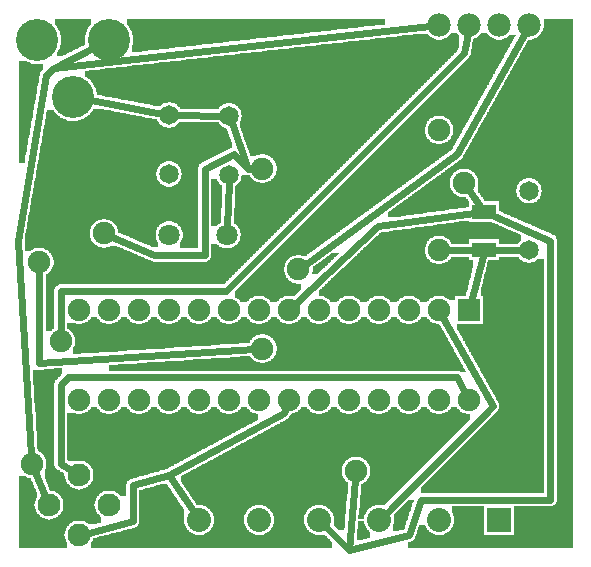
<source format=gtl>
G04 MADE WITH FRITZING*
G04 WWW.FRITZING.ORG*
G04 DOUBLE SIDED*
G04 HOLES PLATED*
G04 CONTOUR ON CENTER OF CONTOUR VECTOR*
%ASAXBY*%
%FSLAX23Y23*%
%MOIN*%
%OFA0B0*%
%SFA1.0B1.0*%
%ADD10C,0.075000*%
%ADD11C,0.070925*%
%ADD12C,0.070866*%
%ADD13C,0.065000*%
%ADD14C,0.078000*%
%ADD15C,0.076000*%
%ADD16C,0.080000*%
%ADD17C,0.140000*%
%ADD18C,0.075433*%
%ADD19R,0.075000X0.075000*%
%ADD20R,0.078736X0.049208*%
%ADD21R,0.078736X0.049222*%
%ADD22R,0.080000X0.080000*%
%ADD23C,0.024000*%
%LNCOPPER1*%
G90*
G70*
G54D10*
X482Y1752D03*
X1558Y1601D03*
X938Y1656D03*
X1149Y929D03*
X1658Y908D03*
X946Y726D03*
X281Y415D03*
X955Y409D03*
X1783Y1692D03*
X1541Y833D03*
X1541Y533D03*
X1441Y833D03*
X1441Y533D03*
X1341Y833D03*
X1341Y533D03*
X1241Y833D03*
X1241Y533D03*
X1141Y833D03*
X1141Y533D03*
X1041Y833D03*
X1041Y533D03*
X941Y833D03*
X941Y533D03*
X841Y833D03*
X841Y533D03*
X741Y833D03*
X741Y533D03*
X641Y833D03*
X641Y533D03*
X541Y833D03*
X541Y533D03*
X441Y833D03*
X441Y533D03*
X341Y833D03*
X341Y533D03*
X241Y833D03*
X241Y533D03*
G54D11*
X541Y1083D03*
G54D12*
X734Y1083D03*
G54D10*
X1441Y1433D03*
X1441Y1033D03*
G54D13*
X741Y1480D03*
X741Y1283D03*
X741Y1480D03*
X741Y1283D03*
X541Y1286D03*
X541Y1483D03*
X541Y1286D03*
X541Y1483D03*
G54D14*
X1441Y1783D03*
X1541Y1783D03*
X1641Y1783D03*
X1741Y1783D03*
G54D15*
X341Y183D03*
X141Y183D03*
X241Y83D03*
X241Y283D03*
X341Y183D03*
X141Y183D03*
X241Y83D03*
X241Y283D03*
G54D13*
X1741Y1230D03*
X1741Y1033D03*
X1741Y1230D03*
X1741Y1033D03*
G54D16*
X1641Y133D03*
X1441Y133D03*
X1241Y133D03*
X1041Y133D03*
X841Y133D03*
X641Y133D03*
G54D17*
X341Y1733D03*
X101Y1733D03*
X221Y1543D03*
G54D18*
X852Y705D03*
X108Y993D03*
X180Y729D03*
X972Y969D03*
X324Y1089D03*
X852Y1305D03*
X1164Y297D03*
X84Y321D03*
X1524Y1257D03*
G54D19*
X1541Y833D03*
G54D20*
X1591Y1161D03*
G54D21*
X1591Y1033D03*
G54D22*
X1641Y133D03*
G54D23*
X740Y1258D02*
X735Y1110D01*
D02*
X1716Y1033D02*
X1625Y1033D01*
D02*
X1469Y1033D02*
X1557Y1033D01*
D02*
X1548Y861D02*
X1586Y1014D01*
D02*
X1263Y155D02*
X1620Y513D01*
X1620Y513D02*
X1455Y808D01*
D02*
X213Y300D02*
X180Y321D01*
X180Y321D02*
X180Y585D01*
X180Y585D02*
X204Y609D01*
X204Y609D02*
X1500Y609D01*
X1500Y609D02*
X1527Y558D01*
D02*
X180Y757D02*
X180Y897D01*
X180Y897D02*
X732Y897D01*
X732Y897D02*
X1524Y1689D01*
X1524Y1689D02*
X1536Y1754D01*
D02*
X1726Y1757D02*
X1500Y1353D01*
X1500Y1353D02*
X995Y985D01*
D02*
X108Y964D02*
X108Y657D01*
X108Y657D02*
X823Y703D01*
D02*
X716Y1481D02*
X566Y1483D01*
D02*
X281Y1532D02*
X516Y1488D01*
D02*
X823Y1305D02*
X804Y1305D01*
X804Y1305D02*
X749Y1457D01*
D02*
X350Y1077D02*
X492Y1017D01*
X492Y1017D02*
X660Y1017D01*
X660Y1017D02*
X660Y1305D01*
X660Y1305D02*
X756Y1353D01*
X756Y1353D02*
X804Y1305D01*
D02*
X623Y159D02*
X540Y282D01*
D02*
X540Y282D02*
X924Y489D01*
X924Y489D02*
X931Y507D01*
D02*
X273Y91D02*
X420Y129D01*
X420Y129D02*
X420Y249D01*
X420Y249D02*
X540Y282D01*
D02*
X1541Y1233D02*
X1577Y1180D01*
D02*
X1411Y1780D02*
X156Y1641D01*
X156Y1641D02*
X132Y1617D01*
X132Y1617D02*
X36Y1065D01*
X36Y1065D02*
X82Y349D01*
D02*
X1161Y268D02*
X1141Y34D01*
D02*
X1141Y34D02*
X1341Y83D01*
D02*
X1341Y83D02*
X1380Y201D01*
X1380Y201D02*
X1812Y201D01*
X1812Y201D02*
X1812Y1065D01*
X1812Y1065D02*
X1625Y1147D01*
D02*
X962Y853D02*
X1236Y1113D01*
X1236Y1113D02*
X1557Y1157D01*
D02*
X1063Y111D02*
X1141Y34D01*
D02*
X128Y214D02*
X95Y294D01*
D02*
X286Y1706D02*
X156Y1641D01*
G36*
X162Y1805D02*
X162Y1783D01*
X164Y1783D01*
X164Y1781D01*
X166Y1781D01*
X166Y1779D01*
X168Y1779D01*
X168Y1775D01*
X170Y1775D01*
X170Y1771D01*
X172Y1771D01*
X172Y1767D01*
X174Y1767D01*
X174Y1763D01*
X176Y1763D01*
X176Y1757D01*
X178Y1757D01*
X178Y1749D01*
X180Y1749D01*
X180Y1717D01*
X178Y1717D01*
X178Y1709D01*
X176Y1709D01*
X176Y1705D01*
X174Y1705D01*
X174Y1699D01*
X172Y1699D01*
X172Y1695D01*
X170Y1695D01*
X170Y1693D01*
X168Y1693D01*
X168Y1681D01*
X188Y1681D01*
X188Y1683D01*
X192Y1683D01*
X192Y1685D01*
X196Y1685D01*
X196Y1687D01*
X200Y1687D01*
X200Y1689D01*
X204Y1689D01*
X204Y1691D01*
X208Y1691D01*
X208Y1693D01*
X212Y1693D01*
X212Y1695D01*
X216Y1695D01*
X216Y1697D01*
X220Y1697D01*
X220Y1699D01*
X224Y1699D01*
X224Y1701D01*
X228Y1701D01*
X228Y1703D01*
X232Y1703D01*
X232Y1705D01*
X236Y1705D01*
X236Y1707D01*
X240Y1707D01*
X240Y1709D01*
X244Y1709D01*
X244Y1711D01*
X248Y1711D01*
X248Y1713D01*
X252Y1713D01*
X252Y1715D01*
X256Y1715D01*
X256Y1717D01*
X260Y1717D01*
X260Y1737D01*
X262Y1737D01*
X262Y1751D01*
X264Y1751D01*
X264Y1759D01*
X266Y1759D01*
X266Y1765D01*
X268Y1765D01*
X268Y1769D01*
X270Y1769D01*
X270Y1773D01*
X272Y1773D01*
X272Y1777D01*
X274Y1777D01*
X274Y1779D01*
X276Y1779D01*
X276Y1781D01*
X278Y1781D01*
X278Y1785D01*
X280Y1785D01*
X280Y1805D01*
X162Y1805D01*
G37*
D02*
G36*
X402Y1805D02*
X402Y1783D01*
X404Y1783D01*
X404Y1781D01*
X406Y1781D01*
X406Y1779D01*
X408Y1779D01*
X408Y1775D01*
X410Y1775D01*
X410Y1771D01*
X412Y1771D01*
X412Y1767D01*
X414Y1767D01*
X414Y1763D01*
X416Y1763D01*
X416Y1757D01*
X418Y1757D01*
X418Y1749D01*
X420Y1749D01*
X420Y1717D01*
X418Y1717D01*
X418Y1695D01*
X452Y1695D01*
X452Y1697D01*
X470Y1697D01*
X470Y1699D01*
X488Y1699D01*
X488Y1701D01*
X506Y1701D01*
X506Y1703D01*
X524Y1703D01*
X524Y1705D01*
X542Y1705D01*
X542Y1707D01*
X560Y1707D01*
X560Y1709D01*
X578Y1709D01*
X578Y1711D01*
X596Y1711D01*
X596Y1713D01*
X614Y1713D01*
X614Y1715D01*
X632Y1715D01*
X632Y1717D01*
X650Y1717D01*
X650Y1719D01*
X668Y1719D01*
X668Y1721D01*
X686Y1721D01*
X686Y1723D01*
X704Y1723D01*
X704Y1725D01*
X722Y1725D01*
X722Y1727D01*
X740Y1727D01*
X740Y1729D01*
X758Y1729D01*
X758Y1731D01*
X776Y1731D01*
X776Y1733D01*
X794Y1733D01*
X794Y1735D01*
X812Y1735D01*
X812Y1737D01*
X830Y1737D01*
X830Y1739D01*
X848Y1739D01*
X848Y1741D01*
X866Y1741D01*
X866Y1743D01*
X884Y1743D01*
X884Y1745D01*
X902Y1745D01*
X902Y1747D01*
X920Y1747D01*
X920Y1749D01*
X938Y1749D01*
X938Y1751D01*
X956Y1751D01*
X956Y1753D01*
X974Y1753D01*
X974Y1755D01*
X992Y1755D01*
X992Y1757D01*
X1010Y1757D01*
X1010Y1759D01*
X1028Y1759D01*
X1028Y1761D01*
X1046Y1761D01*
X1046Y1763D01*
X1064Y1763D01*
X1064Y1765D01*
X1082Y1765D01*
X1082Y1767D01*
X1100Y1767D01*
X1100Y1769D01*
X1118Y1769D01*
X1118Y1771D01*
X1136Y1771D01*
X1136Y1773D01*
X1154Y1773D01*
X1154Y1775D01*
X1172Y1775D01*
X1172Y1777D01*
X1190Y1777D01*
X1190Y1779D01*
X1208Y1779D01*
X1208Y1781D01*
X1226Y1781D01*
X1226Y1783D01*
X1244Y1783D01*
X1244Y1785D01*
X1262Y1785D01*
X1262Y1805D01*
X402Y1805D01*
G37*
D02*
G36*
X1580Y1757D02*
X1580Y1753D01*
X1578Y1753D01*
X1578Y1751D01*
X1576Y1751D01*
X1576Y1749D01*
X1574Y1749D01*
X1574Y1747D01*
X1572Y1747D01*
X1572Y1745D01*
X1570Y1745D01*
X1570Y1743D01*
X1566Y1743D01*
X1566Y1741D01*
X1562Y1741D01*
X1562Y1739D01*
X1558Y1739D01*
X1558Y1737D01*
X1554Y1737D01*
X1554Y1735D01*
X1630Y1735D01*
X1630Y1737D01*
X1624Y1737D01*
X1624Y1739D01*
X1620Y1739D01*
X1620Y1741D01*
X1616Y1741D01*
X1616Y1743D01*
X1612Y1743D01*
X1612Y1745D01*
X1610Y1745D01*
X1610Y1747D01*
X1608Y1747D01*
X1608Y1749D01*
X1606Y1749D01*
X1606Y1751D01*
X1604Y1751D01*
X1604Y1753D01*
X1602Y1753D01*
X1602Y1755D01*
X1600Y1755D01*
X1600Y1757D01*
X1580Y1757D01*
G37*
D02*
G36*
X1676Y1751D02*
X1676Y1749D01*
X1674Y1749D01*
X1674Y1747D01*
X1672Y1747D01*
X1672Y1745D01*
X1670Y1745D01*
X1670Y1743D01*
X1666Y1743D01*
X1666Y1741D01*
X1662Y1741D01*
X1662Y1739D01*
X1658Y1739D01*
X1658Y1737D01*
X1650Y1737D01*
X1650Y1735D01*
X1688Y1735D01*
X1688Y1737D01*
X1690Y1737D01*
X1690Y1739D01*
X1692Y1739D01*
X1692Y1743D01*
X1694Y1743D01*
X1694Y1747D01*
X1696Y1747D01*
X1696Y1751D01*
X1676Y1751D01*
G37*
D02*
G36*
X1554Y1735D02*
X1554Y1733D01*
X1688Y1733D01*
X1688Y1735D01*
X1554Y1735D01*
G37*
D02*
G36*
X1554Y1735D02*
X1554Y1733D01*
X1688Y1733D01*
X1688Y1735D01*
X1554Y1735D01*
G37*
D02*
G36*
X1554Y1733D02*
X1554Y1727D01*
X1552Y1727D01*
X1552Y1715D01*
X1550Y1715D01*
X1550Y1705D01*
X1548Y1705D01*
X1548Y1693D01*
X1546Y1693D01*
X1546Y1683D01*
X1544Y1683D01*
X1544Y1679D01*
X1542Y1679D01*
X1542Y1675D01*
X1540Y1675D01*
X1540Y1673D01*
X1538Y1673D01*
X1538Y1671D01*
X1536Y1671D01*
X1536Y1669D01*
X1534Y1669D01*
X1534Y1667D01*
X1532Y1667D01*
X1532Y1665D01*
X1530Y1665D01*
X1530Y1663D01*
X1528Y1663D01*
X1528Y1661D01*
X1526Y1661D01*
X1526Y1659D01*
X1524Y1659D01*
X1524Y1657D01*
X1522Y1657D01*
X1522Y1655D01*
X1520Y1655D01*
X1520Y1653D01*
X1518Y1653D01*
X1518Y1651D01*
X1516Y1651D01*
X1516Y1649D01*
X1514Y1649D01*
X1514Y1647D01*
X1512Y1647D01*
X1512Y1645D01*
X1510Y1645D01*
X1510Y1643D01*
X1508Y1643D01*
X1508Y1641D01*
X1506Y1641D01*
X1506Y1639D01*
X1504Y1639D01*
X1504Y1637D01*
X1502Y1637D01*
X1502Y1635D01*
X1500Y1635D01*
X1500Y1633D01*
X1498Y1633D01*
X1498Y1631D01*
X1496Y1631D01*
X1496Y1629D01*
X1494Y1629D01*
X1494Y1627D01*
X1492Y1627D01*
X1492Y1625D01*
X1490Y1625D01*
X1490Y1623D01*
X1488Y1623D01*
X1488Y1621D01*
X1486Y1621D01*
X1486Y1619D01*
X1484Y1619D01*
X1484Y1617D01*
X1482Y1617D01*
X1482Y1615D01*
X1480Y1615D01*
X1480Y1613D01*
X1478Y1613D01*
X1478Y1611D01*
X1476Y1611D01*
X1476Y1609D01*
X1474Y1609D01*
X1474Y1607D01*
X1472Y1607D01*
X1472Y1605D01*
X1470Y1605D01*
X1470Y1603D01*
X1468Y1603D01*
X1468Y1601D01*
X1466Y1601D01*
X1466Y1599D01*
X1464Y1599D01*
X1464Y1597D01*
X1462Y1597D01*
X1462Y1595D01*
X1460Y1595D01*
X1460Y1593D01*
X1458Y1593D01*
X1458Y1591D01*
X1456Y1591D01*
X1456Y1589D01*
X1454Y1589D01*
X1454Y1587D01*
X1452Y1587D01*
X1452Y1585D01*
X1450Y1585D01*
X1450Y1583D01*
X1448Y1583D01*
X1448Y1581D01*
X1446Y1581D01*
X1446Y1579D01*
X1444Y1579D01*
X1444Y1577D01*
X1442Y1577D01*
X1442Y1575D01*
X1440Y1575D01*
X1440Y1573D01*
X1438Y1573D01*
X1438Y1571D01*
X1436Y1571D01*
X1436Y1569D01*
X1434Y1569D01*
X1434Y1567D01*
X1432Y1567D01*
X1432Y1565D01*
X1430Y1565D01*
X1430Y1563D01*
X1428Y1563D01*
X1428Y1561D01*
X1426Y1561D01*
X1426Y1559D01*
X1424Y1559D01*
X1424Y1557D01*
X1422Y1557D01*
X1422Y1555D01*
X1420Y1555D01*
X1420Y1553D01*
X1418Y1553D01*
X1418Y1551D01*
X1416Y1551D01*
X1416Y1549D01*
X1414Y1549D01*
X1414Y1547D01*
X1412Y1547D01*
X1412Y1545D01*
X1410Y1545D01*
X1410Y1543D01*
X1408Y1543D01*
X1408Y1541D01*
X1406Y1541D01*
X1406Y1539D01*
X1404Y1539D01*
X1404Y1537D01*
X1402Y1537D01*
X1402Y1535D01*
X1400Y1535D01*
X1400Y1533D01*
X1398Y1533D01*
X1398Y1531D01*
X1396Y1531D01*
X1396Y1529D01*
X1394Y1529D01*
X1394Y1527D01*
X1392Y1527D01*
X1392Y1525D01*
X1390Y1525D01*
X1390Y1523D01*
X1388Y1523D01*
X1388Y1521D01*
X1386Y1521D01*
X1386Y1519D01*
X1384Y1519D01*
X1384Y1517D01*
X1382Y1517D01*
X1382Y1515D01*
X1380Y1515D01*
X1380Y1513D01*
X1378Y1513D01*
X1378Y1511D01*
X1376Y1511D01*
X1376Y1509D01*
X1374Y1509D01*
X1374Y1507D01*
X1372Y1507D01*
X1372Y1505D01*
X1370Y1505D01*
X1370Y1503D01*
X1368Y1503D01*
X1368Y1501D01*
X1366Y1501D01*
X1366Y1499D01*
X1364Y1499D01*
X1364Y1497D01*
X1362Y1497D01*
X1362Y1495D01*
X1360Y1495D01*
X1360Y1493D01*
X1358Y1493D01*
X1358Y1491D01*
X1356Y1491D01*
X1356Y1489D01*
X1354Y1489D01*
X1354Y1487D01*
X1352Y1487D01*
X1352Y1485D01*
X1350Y1485D01*
X1350Y1483D01*
X1348Y1483D01*
X1348Y1481D01*
X1452Y1481D01*
X1452Y1479D01*
X1458Y1479D01*
X1458Y1477D01*
X1462Y1477D01*
X1462Y1475D01*
X1466Y1475D01*
X1466Y1473D01*
X1468Y1473D01*
X1468Y1471D01*
X1472Y1471D01*
X1472Y1469D01*
X1474Y1469D01*
X1474Y1467D01*
X1476Y1467D01*
X1476Y1465D01*
X1478Y1465D01*
X1478Y1461D01*
X1480Y1461D01*
X1480Y1459D01*
X1482Y1459D01*
X1482Y1455D01*
X1484Y1455D01*
X1484Y1451D01*
X1486Y1451D01*
X1486Y1445D01*
X1488Y1445D01*
X1488Y1423D01*
X1486Y1423D01*
X1486Y1417D01*
X1484Y1417D01*
X1484Y1413D01*
X1482Y1413D01*
X1482Y1409D01*
X1480Y1409D01*
X1480Y1405D01*
X1478Y1405D01*
X1478Y1403D01*
X1476Y1403D01*
X1476Y1401D01*
X1474Y1401D01*
X1474Y1399D01*
X1472Y1399D01*
X1472Y1397D01*
X1470Y1397D01*
X1470Y1395D01*
X1466Y1395D01*
X1466Y1393D01*
X1462Y1393D01*
X1462Y1391D01*
X1460Y1391D01*
X1460Y1389D01*
X1452Y1389D01*
X1452Y1387D01*
X1494Y1387D01*
X1494Y1389D01*
X1496Y1389D01*
X1496Y1393D01*
X1498Y1393D01*
X1498Y1397D01*
X1500Y1397D01*
X1500Y1399D01*
X1502Y1399D01*
X1502Y1403D01*
X1504Y1403D01*
X1504Y1407D01*
X1506Y1407D01*
X1506Y1411D01*
X1508Y1411D01*
X1508Y1415D01*
X1510Y1415D01*
X1510Y1417D01*
X1512Y1417D01*
X1512Y1421D01*
X1514Y1421D01*
X1514Y1425D01*
X1516Y1425D01*
X1516Y1429D01*
X1518Y1429D01*
X1518Y1433D01*
X1520Y1433D01*
X1520Y1435D01*
X1522Y1435D01*
X1522Y1439D01*
X1524Y1439D01*
X1524Y1443D01*
X1526Y1443D01*
X1526Y1447D01*
X1528Y1447D01*
X1528Y1449D01*
X1530Y1449D01*
X1530Y1453D01*
X1532Y1453D01*
X1532Y1457D01*
X1534Y1457D01*
X1534Y1461D01*
X1536Y1461D01*
X1536Y1465D01*
X1538Y1465D01*
X1538Y1467D01*
X1540Y1467D01*
X1540Y1471D01*
X1542Y1471D01*
X1542Y1475D01*
X1544Y1475D01*
X1544Y1479D01*
X1546Y1479D01*
X1546Y1483D01*
X1548Y1483D01*
X1548Y1485D01*
X1550Y1485D01*
X1550Y1489D01*
X1552Y1489D01*
X1552Y1493D01*
X1554Y1493D01*
X1554Y1497D01*
X1556Y1497D01*
X1556Y1501D01*
X1558Y1501D01*
X1558Y1503D01*
X1560Y1503D01*
X1560Y1507D01*
X1562Y1507D01*
X1562Y1511D01*
X1564Y1511D01*
X1564Y1515D01*
X1566Y1515D01*
X1566Y1517D01*
X1568Y1517D01*
X1568Y1521D01*
X1570Y1521D01*
X1570Y1525D01*
X1572Y1525D01*
X1572Y1529D01*
X1574Y1529D01*
X1574Y1533D01*
X1576Y1533D01*
X1576Y1535D01*
X1578Y1535D01*
X1578Y1539D01*
X1580Y1539D01*
X1580Y1543D01*
X1582Y1543D01*
X1582Y1547D01*
X1584Y1547D01*
X1584Y1551D01*
X1586Y1551D01*
X1586Y1553D01*
X1588Y1553D01*
X1588Y1557D01*
X1590Y1557D01*
X1590Y1561D01*
X1592Y1561D01*
X1592Y1565D01*
X1594Y1565D01*
X1594Y1569D01*
X1596Y1569D01*
X1596Y1571D01*
X1598Y1571D01*
X1598Y1575D01*
X1600Y1575D01*
X1600Y1579D01*
X1602Y1579D01*
X1602Y1583D01*
X1604Y1583D01*
X1604Y1585D01*
X1606Y1585D01*
X1606Y1589D01*
X1608Y1589D01*
X1608Y1593D01*
X1610Y1593D01*
X1610Y1597D01*
X1612Y1597D01*
X1612Y1601D01*
X1614Y1601D01*
X1614Y1603D01*
X1616Y1603D01*
X1616Y1607D01*
X1618Y1607D01*
X1618Y1611D01*
X1620Y1611D01*
X1620Y1615D01*
X1622Y1615D01*
X1622Y1619D01*
X1624Y1619D01*
X1624Y1621D01*
X1626Y1621D01*
X1626Y1625D01*
X1628Y1625D01*
X1628Y1629D01*
X1630Y1629D01*
X1630Y1633D01*
X1632Y1633D01*
X1632Y1637D01*
X1634Y1637D01*
X1634Y1639D01*
X1636Y1639D01*
X1636Y1643D01*
X1638Y1643D01*
X1638Y1647D01*
X1640Y1647D01*
X1640Y1651D01*
X1642Y1651D01*
X1642Y1653D01*
X1644Y1653D01*
X1644Y1657D01*
X1646Y1657D01*
X1646Y1661D01*
X1648Y1661D01*
X1648Y1665D01*
X1650Y1665D01*
X1650Y1669D01*
X1652Y1669D01*
X1652Y1671D01*
X1654Y1671D01*
X1654Y1675D01*
X1656Y1675D01*
X1656Y1679D01*
X1658Y1679D01*
X1658Y1683D01*
X1660Y1683D01*
X1660Y1687D01*
X1662Y1687D01*
X1662Y1689D01*
X1664Y1689D01*
X1664Y1693D01*
X1666Y1693D01*
X1666Y1697D01*
X1668Y1697D01*
X1668Y1701D01*
X1670Y1701D01*
X1670Y1705D01*
X1672Y1705D01*
X1672Y1707D01*
X1674Y1707D01*
X1674Y1711D01*
X1676Y1711D01*
X1676Y1715D01*
X1678Y1715D01*
X1678Y1719D01*
X1680Y1719D01*
X1680Y1721D01*
X1682Y1721D01*
X1682Y1725D01*
X1684Y1725D01*
X1684Y1729D01*
X1686Y1729D01*
X1686Y1733D01*
X1554Y1733D01*
G37*
D02*
G36*
X1346Y1481D02*
X1346Y1479D01*
X1344Y1479D01*
X1344Y1477D01*
X1342Y1477D01*
X1342Y1475D01*
X1340Y1475D01*
X1340Y1473D01*
X1338Y1473D01*
X1338Y1471D01*
X1336Y1471D01*
X1336Y1469D01*
X1334Y1469D01*
X1334Y1467D01*
X1332Y1467D01*
X1332Y1465D01*
X1330Y1465D01*
X1330Y1463D01*
X1328Y1463D01*
X1328Y1461D01*
X1326Y1461D01*
X1326Y1459D01*
X1324Y1459D01*
X1324Y1457D01*
X1322Y1457D01*
X1322Y1455D01*
X1320Y1455D01*
X1320Y1453D01*
X1318Y1453D01*
X1318Y1451D01*
X1316Y1451D01*
X1316Y1449D01*
X1314Y1449D01*
X1314Y1447D01*
X1312Y1447D01*
X1312Y1445D01*
X1310Y1445D01*
X1310Y1443D01*
X1308Y1443D01*
X1308Y1441D01*
X1306Y1441D01*
X1306Y1439D01*
X1304Y1439D01*
X1304Y1437D01*
X1302Y1437D01*
X1302Y1435D01*
X1300Y1435D01*
X1300Y1433D01*
X1298Y1433D01*
X1298Y1431D01*
X1296Y1431D01*
X1296Y1429D01*
X1294Y1429D01*
X1294Y1427D01*
X1292Y1427D01*
X1292Y1425D01*
X1290Y1425D01*
X1290Y1423D01*
X1288Y1423D01*
X1288Y1421D01*
X1286Y1421D01*
X1286Y1419D01*
X1284Y1419D01*
X1284Y1417D01*
X1282Y1417D01*
X1282Y1415D01*
X1280Y1415D01*
X1280Y1413D01*
X1278Y1413D01*
X1278Y1411D01*
X1276Y1411D01*
X1276Y1409D01*
X1274Y1409D01*
X1274Y1407D01*
X1272Y1407D01*
X1272Y1405D01*
X1270Y1405D01*
X1270Y1403D01*
X1268Y1403D01*
X1268Y1401D01*
X1266Y1401D01*
X1266Y1399D01*
X1264Y1399D01*
X1264Y1397D01*
X1262Y1397D01*
X1262Y1395D01*
X1260Y1395D01*
X1260Y1393D01*
X1258Y1393D01*
X1258Y1391D01*
X1256Y1391D01*
X1256Y1389D01*
X1254Y1389D01*
X1254Y1387D01*
X1430Y1387D01*
X1430Y1389D01*
X1422Y1389D01*
X1422Y1391D01*
X1418Y1391D01*
X1418Y1393D01*
X1416Y1393D01*
X1416Y1395D01*
X1412Y1395D01*
X1412Y1397D01*
X1410Y1397D01*
X1410Y1399D01*
X1408Y1399D01*
X1408Y1401D01*
X1406Y1401D01*
X1406Y1403D01*
X1404Y1403D01*
X1404Y1405D01*
X1402Y1405D01*
X1402Y1409D01*
X1400Y1409D01*
X1400Y1411D01*
X1398Y1411D01*
X1398Y1415D01*
X1396Y1415D01*
X1396Y1421D01*
X1394Y1421D01*
X1394Y1445D01*
X1396Y1445D01*
X1396Y1453D01*
X1398Y1453D01*
X1398Y1455D01*
X1400Y1455D01*
X1400Y1459D01*
X1402Y1459D01*
X1402Y1463D01*
X1404Y1463D01*
X1404Y1465D01*
X1406Y1465D01*
X1406Y1467D01*
X1408Y1467D01*
X1408Y1469D01*
X1410Y1469D01*
X1410Y1471D01*
X1412Y1471D01*
X1412Y1473D01*
X1416Y1473D01*
X1416Y1475D01*
X1420Y1475D01*
X1420Y1477D01*
X1424Y1477D01*
X1424Y1479D01*
X1430Y1479D01*
X1430Y1481D01*
X1346Y1481D01*
G37*
D02*
G36*
X1252Y1387D02*
X1252Y1385D01*
X1494Y1385D01*
X1494Y1387D01*
X1252Y1387D01*
G37*
D02*
G36*
X1252Y1387D02*
X1252Y1385D01*
X1494Y1385D01*
X1494Y1387D01*
X1252Y1387D01*
G37*
D02*
G36*
X1250Y1385D02*
X1250Y1383D01*
X1248Y1383D01*
X1248Y1381D01*
X1246Y1381D01*
X1246Y1379D01*
X1244Y1379D01*
X1244Y1377D01*
X1242Y1377D01*
X1242Y1375D01*
X1240Y1375D01*
X1240Y1373D01*
X1238Y1373D01*
X1238Y1371D01*
X1236Y1371D01*
X1236Y1369D01*
X1234Y1369D01*
X1234Y1367D01*
X1232Y1367D01*
X1232Y1365D01*
X1230Y1365D01*
X1230Y1363D01*
X1228Y1363D01*
X1228Y1361D01*
X1226Y1361D01*
X1226Y1359D01*
X1224Y1359D01*
X1224Y1357D01*
X1222Y1357D01*
X1222Y1355D01*
X1220Y1355D01*
X1220Y1353D01*
X1218Y1353D01*
X1218Y1351D01*
X1216Y1351D01*
X1216Y1349D01*
X1214Y1349D01*
X1214Y1347D01*
X1212Y1347D01*
X1212Y1345D01*
X1210Y1345D01*
X1210Y1343D01*
X1208Y1343D01*
X1208Y1341D01*
X1206Y1341D01*
X1206Y1339D01*
X1204Y1339D01*
X1204Y1337D01*
X1202Y1337D01*
X1202Y1335D01*
X1200Y1335D01*
X1200Y1333D01*
X1198Y1333D01*
X1198Y1331D01*
X1196Y1331D01*
X1196Y1329D01*
X1194Y1329D01*
X1194Y1327D01*
X1192Y1327D01*
X1192Y1325D01*
X1190Y1325D01*
X1190Y1323D01*
X1188Y1323D01*
X1188Y1321D01*
X1186Y1321D01*
X1186Y1319D01*
X1184Y1319D01*
X1184Y1317D01*
X1182Y1317D01*
X1182Y1315D01*
X1180Y1315D01*
X1180Y1313D01*
X1178Y1313D01*
X1178Y1311D01*
X1176Y1311D01*
X1176Y1309D01*
X1174Y1309D01*
X1174Y1307D01*
X1172Y1307D01*
X1172Y1305D01*
X1170Y1305D01*
X1170Y1303D01*
X1168Y1303D01*
X1168Y1301D01*
X1166Y1301D01*
X1166Y1299D01*
X1164Y1299D01*
X1164Y1297D01*
X1162Y1297D01*
X1162Y1295D01*
X1160Y1295D01*
X1160Y1293D01*
X1158Y1293D01*
X1158Y1291D01*
X1156Y1291D01*
X1156Y1289D01*
X1154Y1289D01*
X1154Y1287D01*
X1152Y1287D01*
X1152Y1285D01*
X1150Y1285D01*
X1150Y1283D01*
X1148Y1283D01*
X1148Y1281D01*
X1146Y1281D01*
X1146Y1279D01*
X1144Y1279D01*
X1144Y1277D01*
X1142Y1277D01*
X1142Y1275D01*
X1140Y1275D01*
X1140Y1273D01*
X1138Y1273D01*
X1138Y1271D01*
X1136Y1271D01*
X1136Y1269D01*
X1134Y1269D01*
X1134Y1267D01*
X1132Y1267D01*
X1132Y1265D01*
X1130Y1265D01*
X1130Y1263D01*
X1128Y1263D01*
X1128Y1261D01*
X1126Y1261D01*
X1126Y1259D01*
X1124Y1259D01*
X1124Y1257D01*
X1122Y1257D01*
X1122Y1255D01*
X1120Y1255D01*
X1120Y1253D01*
X1118Y1253D01*
X1118Y1251D01*
X1116Y1251D01*
X1116Y1249D01*
X1114Y1249D01*
X1114Y1247D01*
X1112Y1247D01*
X1112Y1245D01*
X1110Y1245D01*
X1110Y1243D01*
X1108Y1243D01*
X1108Y1241D01*
X1106Y1241D01*
X1106Y1239D01*
X1104Y1239D01*
X1104Y1237D01*
X1102Y1237D01*
X1102Y1235D01*
X1100Y1235D01*
X1100Y1233D01*
X1098Y1233D01*
X1098Y1231D01*
X1096Y1231D01*
X1096Y1229D01*
X1094Y1229D01*
X1094Y1227D01*
X1092Y1227D01*
X1092Y1225D01*
X1090Y1225D01*
X1090Y1223D01*
X1088Y1223D01*
X1088Y1221D01*
X1086Y1221D01*
X1086Y1219D01*
X1084Y1219D01*
X1084Y1217D01*
X1082Y1217D01*
X1082Y1215D01*
X1080Y1215D01*
X1080Y1213D01*
X1078Y1213D01*
X1078Y1211D01*
X1076Y1211D01*
X1076Y1209D01*
X1074Y1209D01*
X1074Y1207D01*
X1072Y1207D01*
X1072Y1205D01*
X1070Y1205D01*
X1070Y1203D01*
X1068Y1203D01*
X1068Y1201D01*
X1066Y1201D01*
X1066Y1199D01*
X1064Y1199D01*
X1064Y1197D01*
X1062Y1197D01*
X1062Y1195D01*
X1060Y1195D01*
X1060Y1193D01*
X1058Y1193D01*
X1058Y1191D01*
X1056Y1191D01*
X1056Y1189D01*
X1054Y1189D01*
X1054Y1187D01*
X1052Y1187D01*
X1052Y1185D01*
X1050Y1185D01*
X1050Y1183D01*
X1048Y1183D01*
X1048Y1181D01*
X1046Y1181D01*
X1046Y1179D01*
X1044Y1179D01*
X1044Y1177D01*
X1042Y1177D01*
X1042Y1175D01*
X1040Y1175D01*
X1040Y1173D01*
X1038Y1173D01*
X1038Y1171D01*
X1036Y1171D01*
X1036Y1169D01*
X1034Y1169D01*
X1034Y1167D01*
X1032Y1167D01*
X1032Y1165D01*
X1030Y1165D01*
X1030Y1163D01*
X1028Y1163D01*
X1028Y1161D01*
X1026Y1161D01*
X1026Y1159D01*
X1024Y1159D01*
X1024Y1157D01*
X1022Y1157D01*
X1022Y1155D01*
X1020Y1155D01*
X1020Y1153D01*
X1018Y1153D01*
X1018Y1151D01*
X1016Y1151D01*
X1016Y1149D01*
X1014Y1149D01*
X1014Y1147D01*
X1012Y1147D01*
X1012Y1145D01*
X1010Y1145D01*
X1010Y1143D01*
X1008Y1143D01*
X1008Y1141D01*
X1006Y1141D01*
X1006Y1139D01*
X1004Y1139D01*
X1004Y1137D01*
X1002Y1137D01*
X1002Y1135D01*
X1000Y1135D01*
X1000Y1133D01*
X998Y1133D01*
X998Y1131D01*
X996Y1131D01*
X996Y1129D01*
X994Y1129D01*
X994Y1127D01*
X992Y1127D01*
X992Y1125D01*
X990Y1125D01*
X990Y1123D01*
X988Y1123D01*
X988Y1121D01*
X986Y1121D01*
X986Y1119D01*
X984Y1119D01*
X984Y1117D01*
X982Y1117D01*
X982Y1115D01*
X980Y1115D01*
X980Y1113D01*
X978Y1113D01*
X978Y1111D01*
X976Y1111D01*
X976Y1109D01*
X974Y1109D01*
X974Y1107D01*
X972Y1107D01*
X972Y1105D01*
X970Y1105D01*
X970Y1103D01*
X968Y1103D01*
X968Y1101D01*
X966Y1101D01*
X966Y1099D01*
X964Y1099D01*
X964Y1097D01*
X962Y1097D01*
X962Y1095D01*
X960Y1095D01*
X960Y1093D01*
X958Y1093D01*
X958Y1091D01*
X956Y1091D01*
X956Y1089D01*
X954Y1089D01*
X954Y1087D01*
X952Y1087D01*
X952Y1085D01*
X950Y1085D01*
X950Y1083D01*
X948Y1083D01*
X948Y1081D01*
X946Y1081D01*
X946Y1079D01*
X944Y1079D01*
X944Y1077D01*
X942Y1077D01*
X942Y1075D01*
X940Y1075D01*
X940Y1073D01*
X938Y1073D01*
X938Y1071D01*
X936Y1071D01*
X936Y1069D01*
X934Y1069D01*
X934Y1067D01*
X932Y1067D01*
X932Y1065D01*
X930Y1065D01*
X930Y1063D01*
X928Y1063D01*
X928Y1061D01*
X926Y1061D01*
X926Y1059D01*
X924Y1059D01*
X924Y1057D01*
X922Y1057D01*
X922Y1055D01*
X920Y1055D01*
X920Y1053D01*
X918Y1053D01*
X918Y1051D01*
X916Y1051D01*
X916Y1049D01*
X914Y1049D01*
X914Y1047D01*
X912Y1047D01*
X912Y1045D01*
X910Y1045D01*
X910Y1043D01*
X908Y1043D01*
X908Y1041D01*
X906Y1041D01*
X906Y1039D01*
X904Y1039D01*
X904Y1037D01*
X902Y1037D01*
X902Y1035D01*
X900Y1035D01*
X900Y1033D01*
X898Y1033D01*
X898Y1031D01*
X896Y1031D01*
X896Y1029D01*
X894Y1029D01*
X894Y1027D01*
X892Y1027D01*
X892Y1025D01*
X890Y1025D01*
X890Y1023D01*
X888Y1023D01*
X888Y1021D01*
X886Y1021D01*
X886Y1019D01*
X884Y1019D01*
X884Y1017D01*
X980Y1017D01*
X980Y1015D01*
X1000Y1015D01*
X1000Y1017D01*
X1002Y1017D01*
X1002Y1019D01*
X1004Y1019D01*
X1004Y1021D01*
X1008Y1021D01*
X1008Y1023D01*
X1010Y1023D01*
X1010Y1025D01*
X1012Y1025D01*
X1012Y1027D01*
X1016Y1027D01*
X1016Y1029D01*
X1018Y1029D01*
X1018Y1031D01*
X1022Y1031D01*
X1022Y1033D01*
X1024Y1033D01*
X1024Y1035D01*
X1026Y1035D01*
X1026Y1037D01*
X1030Y1037D01*
X1030Y1039D01*
X1032Y1039D01*
X1032Y1041D01*
X1034Y1041D01*
X1034Y1043D01*
X1038Y1043D01*
X1038Y1045D01*
X1040Y1045D01*
X1040Y1047D01*
X1044Y1047D01*
X1044Y1049D01*
X1046Y1049D01*
X1046Y1051D01*
X1048Y1051D01*
X1048Y1053D01*
X1052Y1053D01*
X1052Y1055D01*
X1054Y1055D01*
X1054Y1057D01*
X1056Y1057D01*
X1056Y1059D01*
X1060Y1059D01*
X1060Y1061D01*
X1062Y1061D01*
X1062Y1063D01*
X1066Y1063D01*
X1066Y1065D01*
X1068Y1065D01*
X1068Y1067D01*
X1070Y1067D01*
X1070Y1069D01*
X1074Y1069D01*
X1074Y1071D01*
X1076Y1071D01*
X1076Y1073D01*
X1078Y1073D01*
X1078Y1075D01*
X1082Y1075D01*
X1082Y1077D01*
X1084Y1077D01*
X1084Y1079D01*
X1088Y1079D01*
X1088Y1081D01*
X1090Y1081D01*
X1090Y1083D01*
X1092Y1083D01*
X1092Y1085D01*
X1096Y1085D01*
X1096Y1087D01*
X1098Y1087D01*
X1098Y1089D01*
X1100Y1089D01*
X1100Y1091D01*
X1104Y1091D01*
X1104Y1093D01*
X1106Y1093D01*
X1106Y1095D01*
X1110Y1095D01*
X1110Y1097D01*
X1112Y1097D01*
X1112Y1099D01*
X1114Y1099D01*
X1114Y1101D01*
X1118Y1101D01*
X1118Y1103D01*
X1120Y1103D01*
X1120Y1105D01*
X1122Y1105D01*
X1122Y1107D01*
X1126Y1107D01*
X1126Y1109D01*
X1128Y1109D01*
X1128Y1111D01*
X1132Y1111D01*
X1132Y1113D01*
X1134Y1113D01*
X1134Y1115D01*
X1136Y1115D01*
X1136Y1117D01*
X1140Y1117D01*
X1140Y1119D01*
X1142Y1119D01*
X1142Y1121D01*
X1144Y1121D01*
X1144Y1123D01*
X1148Y1123D01*
X1148Y1125D01*
X1150Y1125D01*
X1150Y1127D01*
X1154Y1127D01*
X1154Y1129D01*
X1156Y1129D01*
X1156Y1131D01*
X1158Y1131D01*
X1158Y1133D01*
X1162Y1133D01*
X1162Y1135D01*
X1164Y1135D01*
X1164Y1137D01*
X1166Y1137D01*
X1166Y1139D01*
X1170Y1139D01*
X1170Y1141D01*
X1172Y1141D01*
X1172Y1143D01*
X1176Y1143D01*
X1176Y1145D01*
X1178Y1145D01*
X1178Y1147D01*
X1180Y1147D01*
X1180Y1149D01*
X1184Y1149D01*
X1184Y1151D01*
X1186Y1151D01*
X1186Y1153D01*
X1188Y1153D01*
X1188Y1155D01*
X1192Y1155D01*
X1192Y1157D01*
X1194Y1157D01*
X1194Y1159D01*
X1198Y1159D01*
X1198Y1161D01*
X1200Y1161D01*
X1200Y1163D01*
X1202Y1163D01*
X1202Y1165D01*
X1206Y1165D01*
X1206Y1167D01*
X1208Y1167D01*
X1208Y1169D01*
X1210Y1169D01*
X1210Y1171D01*
X1214Y1171D01*
X1214Y1173D01*
X1216Y1173D01*
X1216Y1175D01*
X1220Y1175D01*
X1220Y1177D01*
X1222Y1177D01*
X1222Y1179D01*
X1224Y1179D01*
X1224Y1181D01*
X1228Y1181D01*
X1228Y1183D01*
X1230Y1183D01*
X1230Y1185D01*
X1232Y1185D01*
X1232Y1187D01*
X1236Y1187D01*
X1236Y1189D01*
X1238Y1189D01*
X1238Y1191D01*
X1242Y1191D01*
X1242Y1193D01*
X1244Y1193D01*
X1244Y1195D01*
X1246Y1195D01*
X1246Y1197D01*
X1250Y1197D01*
X1250Y1199D01*
X1252Y1199D01*
X1252Y1201D01*
X1254Y1201D01*
X1254Y1203D01*
X1258Y1203D01*
X1258Y1205D01*
X1260Y1205D01*
X1260Y1207D01*
X1264Y1207D01*
X1264Y1209D01*
X1266Y1209D01*
X1266Y1211D01*
X1268Y1211D01*
X1268Y1213D01*
X1272Y1213D01*
X1272Y1215D01*
X1274Y1215D01*
X1274Y1217D01*
X1276Y1217D01*
X1276Y1219D01*
X1280Y1219D01*
X1280Y1221D01*
X1282Y1221D01*
X1282Y1223D01*
X1286Y1223D01*
X1286Y1225D01*
X1288Y1225D01*
X1288Y1227D01*
X1290Y1227D01*
X1290Y1229D01*
X1294Y1229D01*
X1294Y1231D01*
X1296Y1231D01*
X1296Y1233D01*
X1298Y1233D01*
X1298Y1235D01*
X1302Y1235D01*
X1302Y1237D01*
X1304Y1237D01*
X1304Y1239D01*
X1308Y1239D01*
X1308Y1241D01*
X1310Y1241D01*
X1310Y1243D01*
X1312Y1243D01*
X1312Y1245D01*
X1316Y1245D01*
X1316Y1247D01*
X1318Y1247D01*
X1318Y1249D01*
X1320Y1249D01*
X1320Y1251D01*
X1324Y1251D01*
X1324Y1253D01*
X1326Y1253D01*
X1326Y1255D01*
X1330Y1255D01*
X1330Y1257D01*
X1332Y1257D01*
X1332Y1259D01*
X1334Y1259D01*
X1334Y1261D01*
X1338Y1261D01*
X1338Y1263D01*
X1340Y1263D01*
X1340Y1265D01*
X1342Y1265D01*
X1342Y1267D01*
X1346Y1267D01*
X1346Y1269D01*
X1348Y1269D01*
X1348Y1271D01*
X1352Y1271D01*
X1352Y1273D01*
X1354Y1273D01*
X1354Y1275D01*
X1356Y1275D01*
X1356Y1277D01*
X1360Y1277D01*
X1360Y1279D01*
X1362Y1279D01*
X1362Y1281D01*
X1364Y1281D01*
X1364Y1283D01*
X1368Y1283D01*
X1368Y1285D01*
X1370Y1285D01*
X1370Y1287D01*
X1374Y1287D01*
X1374Y1289D01*
X1376Y1289D01*
X1376Y1291D01*
X1378Y1291D01*
X1378Y1293D01*
X1382Y1293D01*
X1382Y1295D01*
X1384Y1295D01*
X1384Y1297D01*
X1386Y1297D01*
X1386Y1299D01*
X1390Y1299D01*
X1390Y1301D01*
X1392Y1301D01*
X1392Y1303D01*
X1396Y1303D01*
X1396Y1305D01*
X1398Y1305D01*
X1398Y1307D01*
X1400Y1307D01*
X1400Y1309D01*
X1404Y1309D01*
X1404Y1311D01*
X1406Y1311D01*
X1406Y1313D01*
X1408Y1313D01*
X1408Y1315D01*
X1412Y1315D01*
X1412Y1317D01*
X1414Y1317D01*
X1414Y1319D01*
X1418Y1319D01*
X1418Y1321D01*
X1420Y1321D01*
X1420Y1323D01*
X1422Y1323D01*
X1422Y1325D01*
X1426Y1325D01*
X1426Y1327D01*
X1428Y1327D01*
X1428Y1329D01*
X1430Y1329D01*
X1430Y1331D01*
X1434Y1331D01*
X1434Y1333D01*
X1436Y1333D01*
X1436Y1335D01*
X1440Y1335D01*
X1440Y1337D01*
X1442Y1337D01*
X1442Y1339D01*
X1444Y1339D01*
X1444Y1341D01*
X1448Y1341D01*
X1448Y1343D01*
X1450Y1343D01*
X1450Y1345D01*
X1452Y1345D01*
X1452Y1347D01*
X1456Y1347D01*
X1456Y1349D01*
X1458Y1349D01*
X1458Y1351D01*
X1462Y1351D01*
X1462Y1353D01*
X1464Y1353D01*
X1464Y1355D01*
X1466Y1355D01*
X1466Y1357D01*
X1470Y1357D01*
X1470Y1359D01*
X1472Y1359D01*
X1472Y1361D01*
X1474Y1361D01*
X1474Y1363D01*
X1478Y1363D01*
X1478Y1365D01*
X1480Y1365D01*
X1480Y1367D01*
X1484Y1367D01*
X1484Y1371D01*
X1486Y1371D01*
X1486Y1375D01*
X1488Y1375D01*
X1488Y1379D01*
X1490Y1379D01*
X1490Y1381D01*
X1492Y1381D01*
X1492Y1385D01*
X1250Y1385D01*
G37*
D02*
G36*
X882Y1017D02*
X882Y1015D01*
X880Y1015D01*
X880Y1013D01*
X878Y1013D01*
X878Y1011D01*
X876Y1011D01*
X876Y1009D01*
X874Y1009D01*
X874Y1007D01*
X872Y1007D01*
X872Y1005D01*
X870Y1005D01*
X870Y1003D01*
X868Y1003D01*
X868Y1001D01*
X866Y1001D01*
X866Y999D01*
X864Y999D01*
X864Y997D01*
X862Y997D01*
X862Y995D01*
X860Y995D01*
X860Y993D01*
X858Y993D01*
X858Y991D01*
X856Y991D01*
X856Y989D01*
X854Y989D01*
X854Y987D01*
X852Y987D01*
X852Y985D01*
X850Y985D01*
X850Y983D01*
X848Y983D01*
X848Y981D01*
X846Y981D01*
X846Y979D01*
X844Y979D01*
X844Y977D01*
X842Y977D01*
X842Y975D01*
X840Y975D01*
X840Y973D01*
X838Y973D01*
X838Y971D01*
X836Y971D01*
X836Y969D01*
X834Y969D01*
X834Y967D01*
X832Y967D01*
X832Y965D01*
X830Y965D01*
X830Y963D01*
X828Y963D01*
X828Y961D01*
X826Y961D01*
X826Y959D01*
X824Y959D01*
X824Y957D01*
X822Y957D01*
X822Y955D01*
X820Y955D01*
X820Y953D01*
X818Y953D01*
X818Y951D01*
X816Y951D01*
X816Y949D01*
X814Y949D01*
X814Y947D01*
X812Y947D01*
X812Y945D01*
X810Y945D01*
X810Y943D01*
X808Y943D01*
X808Y941D01*
X806Y941D01*
X806Y939D01*
X804Y939D01*
X804Y937D01*
X802Y937D01*
X802Y935D01*
X800Y935D01*
X800Y933D01*
X798Y933D01*
X798Y931D01*
X796Y931D01*
X796Y929D01*
X794Y929D01*
X794Y927D01*
X792Y927D01*
X792Y925D01*
X790Y925D01*
X790Y923D01*
X788Y923D01*
X788Y921D01*
X786Y921D01*
X786Y919D01*
X784Y919D01*
X784Y917D01*
X782Y917D01*
X782Y915D01*
X780Y915D01*
X780Y913D01*
X778Y913D01*
X778Y911D01*
X776Y911D01*
X776Y909D01*
X774Y909D01*
X774Y907D01*
X772Y907D01*
X772Y905D01*
X770Y905D01*
X770Y903D01*
X768Y903D01*
X768Y901D01*
X766Y901D01*
X766Y899D01*
X764Y899D01*
X764Y897D01*
X762Y897D01*
X762Y881D01*
X852Y881D01*
X852Y879D01*
X858Y879D01*
X858Y877D01*
X862Y877D01*
X862Y875D01*
X866Y875D01*
X866Y873D01*
X868Y873D01*
X868Y871D01*
X872Y871D01*
X872Y869D01*
X874Y869D01*
X874Y867D01*
X876Y867D01*
X876Y865D01*
X878Y865D01*
X878Y861D01*
X880Y861D01*
X880Y859D01*
X902Y859D01*
X902Y863D01*
X904Y863D01*
X904Y865D01*
X906Y865D01*
X906Y867D01*
X908Y867D01*
X908Y869D01*
X910Y869D01*
X910Y871D01*
X912Y871D01*
X912Y873D01*
X916Y873D01*
X916Y875D01*
X920Y875D01*
X920Y877D01*
X924Y877D01*
X924Y879D01*
X930Y879D01*
X930Y881D01*
X960Y881D01*
X960Y883D01*
X962Y883D01*
X962Y885D01*
X964Y885D01*
X964Y887D01*
X966Y887D01*
X966Y889D01*
X968Y889D01*
X968Y891D01*
X970Y891D01*
X970Y893D01*
X972Y893D01*
X972Y895D01*
X974Y895D01*
X974Y897D01*
X976Y897D01*
X976Y899D01*
X978Y899D01*
X978Y901D01*
X980Y901D01*
X980Y903D01*
X982Y903D01*
X982Y921D01*
X964Y921D01*
X964Y923D01*
X956Y923D01*
X956Y925D01*
X952Y925D01*
X952Y927D01*
X948Y927D01*
X948Y929D01*
X944Y929D01*
X944Y931D01*
X942Y931D01*
X942Y933D01*
X940Y933D01*
X940Y935D01*
X938Y935D01*
X938Y937D01*
X936Y937D01*
X936Y939D01*
X934Y939D01*
X934Y941D01*
X932Y941D01*
X932Y945D01*
X930Y945D01*
X930Y949D01*
X928Y949D01*
X928Y953D01*
X926Y953D01*
X926Y961D01*
X924Y961D01*
X924Y977D01*
X926Y977D01*
X926Y985D01*
X928Y985D01*
X928Y989D01*
X930Y989D01*
X930Y993D01*
X932Y993D01*
X932Y997D01*
X934Y997D01*
X934Y999D01*
X936Y999D01*
X936Y1001D01*
X938Y1001D01*
X938Y1003D01*
X940Y1003D01*
X940Y1005D01*
X942Y1005D01*
X942Y1007D01*
X944Y1007D01*
X944Y1009D01*
X948Y1009D01*
X948Y1011D01*
X952Y1011D01*
X952Y1013D01*
X956Y1013D01*
X956Y1015D01*
X964Y1015D01*
X964Y1017D01*
X882Y1017D01*
G37*
D02*
G36*
X762Y881D02*
X762Y875D01*
X766Y875D01*
X766Y873D01*
X768Y873D01*
X768Y871D01*
X772Y871D01*
X772Y869D01*
X774Y869D01*
X774Y867D01*
X776Y867D01*
X776Y865D01*
X778Y865D01*
X778Y861D01*
X780Y861D01*
X780Y859D01*
X802Y859D01*
X802Y863D01*
X804Y863D01*
X804Y865D01*
X806Y865D01*
X806Y867D01*
X808Y867D01*
X808Y869D01*
X810Y869D01*
X810Y871D01*
X812Y871D01*
X812Y873D01*
X816Y873D01*
X816Y875D01*
X820Y875D01*
X820Y877D01*
X824Y877D01*
X824Y879D01*
X830Y879D01*
X830Y881D01*
X762Y881D01*
G37*
D02*
G36*
X40Y1665D02*
X40Y1325D01*
X60Y1325D01*
X60Y1337D01*
X62Y1337D01*
X62Y1349D01*
X64Y1349D01*
X64Y1361D01*
X66Y1361D01*
X66Y1371D01*
X68Y1371D01*
X68Y1383D01*
X70Y1383D01*
X70Y1395D01*
X72Y1395D01*
X72Y1407D01*
X74Y1407D01*
X74Y1417D01*
X76Y1417D01*
X76Y1429D01*
X78Y1429D01*
X78Y1441D01*
X80Y1441D01*
X80Y1453D01*
X82Y1453D01*
X82Y1463D01*
X84Y1463D01*
X84Y1475D01*
X86Y1475D01*
X86Y1487D01*
X88Y1487D01*
X88Y1499D01*
X90Y1499D01*
X90Y1509D01*
X92Y1509D01*
X92Y1521D01*
X94Y1521D01*
X94Y1533D01*
X96Y1533D01*
X96Y1545D01*
X98Y1545D01*
X98Y1555D01*
X100Y1555D01*
X100Y1567D01*
X102Y1567D01*
X102Y1579D01*
X104Y1579D01*
X104Y1591D01*
X106Y1591D01*
X106Y1601D01*
X108Y1601D01*
X108Y1613D01*
X110Y1613D01*
X110Y1623D01*
X112Y1623D01*
X112Y1627D01*
X114Y1627D01*
X114Y1631D01*
X116Y1631D01*
X116Y1633D01*
X118Y1633D01*
X118Y1635D01*
X120Y1635D01*
X120Y1637D01*
X122Y1637D01*
X122Y1653D01*
X96Y1653D01*
X96Y1655D01*
X82Y1655D01*
X82Y1657D01*
X76Y1657D01*
X76Y1659D01*
X70Y1659D01*
X70Y1661D01*
X66Y1661D01*
X66Y1663D01*
X62Y1663D01*
X62Y1665D01*
X40Y1665D01*
G37*
D02*
G36*
X1480Y1757D02*
X1480Y1753D01*
X1478Y1753D01*
X1478Y1751D01*
X1476Y1751D01*
X1476Y1749D01*
X1474Y1749D01*
X1474Y1747D01*
X1472Y1747D01*
X1472Y1745D01*
X1470Y1745D01*
X1470Y1743D01*
X1466Y1743D01*
X1466Y1741D01*
X1462Y1741D01*
X1462Y1739D01*
X1458Y1739D01*
X1458Y1737D01*
X1450Y1737D01*
X1450Y1735D01*
X1508Y1735D01*
X1508Y1749D01*
X1506Y1749D01*
X1506Y1751D01*
X1504Y1751D01*
X1504Y1753D01*
X1502Y1753D01*
X1502Y1755D01*
X1500Y1755D01*
X1500Y1757D01*
X1480Y1757D01*
G37*
D02*
G36*
X1372Y1755D02*
X1372Y1753D01*
X1354Y1753D01*
X1354Y1751D01*
X1336Y1751D01*
X1336Y1749D01*
X1318Y1749D01*
X1318Y1747D01*
X1300Y1747D01*
X1300Y1745D01*
X1282Y1745D01*
X1282Y1743D01*
X1264Y1743D01*
X1264Y1741D01*
X1246Y1741D01*
X1246Y1739D01*
X1228Y1739D01*
X1228Y1737D01*
X1210Y1737D01*
X1210Y1735D01*
X1430Y1735D01*
X1430Y1737D01*
X1424Y1737D01*
X1424Y1739D01*
X1420Y1739D01*
X1420Y1741D01*
X1416Y1741D01*
X1416Y1743D01*
X1412Y1743D01*
X1412Y1745D01*
X1410Y1745D01*
X1410Y1747D01*
X1408Y1747D01*
X1408Y1749D01*
X1406Y1749D01*
X1406Y1751D01*
X1404Y1751D01*
X1404Y1753D01*
X1402Y1753D01*
X1402Y1755D01*
X1372Y1755D01*
G37*
D02*
G36*
X1192Y1735D02*
X1192Y1733D01*
X1508Y1733D01*
X1508Y1735D01*
X1192Y1735D01*
G37*
D02*
G36*
X1192Y1735D02*
X1192Y1733D01*
X1508Y1733D01*
X1508Y1735D01*
X1192Y1735D01*
G37*
D02*
G36*
X1174Y1733D02*
X1174Y1731D01*
X1156Y1731D01*
X1156Y1729D01*
X1138Y1729D01*
X1138Y1727D01*
X1120Y1727D01*
X1120Y1725D01*
X1102Y1725D01*
X1102Y1723D01*
X1084Y1723D01*
X1084Y1721D01*
X1066Y1721D01*
X1066Y1719D01*
X1048Y1719D01*
X1048Y1717D01*
X1030Y1717D01*
X1030Y1715D01*
X1012Y1715D01*
X1012Y1713D01*
X994Y1713D01*
X994Y1711D01*
X976Y1711D01*
X976Y1709D01*
X958Y1709D01*
X958Y1707D01*
X940Y1707D01*
X940Y1705D01*
X922Y1705D01*
X922Y1703D01*
X904Y1703D01*
X904Y1701D01*
X886Y1701D01*
X886Y1699D01*
X868Y1699D01*
X868Y1697D01*
X850Y1697D01*
X850Y1695D01*
X832Y1695D01*
X832Y1693D01*
X814Y1693D01*
X814Y1691D01*
X796Y1691D01*
X796Y1689D01*
X778Y1689D01*
X778Y1687D01*
X760Y1687D01*
X760Y1685D01*
X742Y1685D01*
X742Y1683D01*
X724Y1683D01*
X724Y1681D01*
X706Y1681D01*
X706Y1679D01*
X688Y1679D01*
X688Y1677D01*
X670Y1677D01*
X670Y1675D01*
X652Y1675D01*
X652Y1673D01*
X634Y1673D01*
X634Y1671D01*
X616Y1671D01*
X616Y1669D01*
X598Y1669D01*
X598Y1667D01*
X580Y1667D01*
X580Y1665D01*
X562Y1665D01*
X562Y1663D01*
X544Y1663D01*
X544Y1661D01*
X526Y1661D01*
X526Y1659D01*
X508Y1659D01*
X508Y1657D01*
X490Y1657D01*
X490Y1655D01*
X472Y1655D01*
X472Y1653D01*
X454Y1653D01*
X454Y1651D01*
X436Y1651D01*
X436Y1649D01*
X418Y1649D01*
X418Y1647D01*
X400Y1647D01*
X400Y1645D01*
X382Y1645D01*
X382Y1643D01*
X364Y1643D01*
X364Y1641D01*
X346Y1641D01*
X346Y1639D01*
X328Y1639D01*
X328Y1637D01*
X310Y1637D01*
X310Y1635D01*
X292Y1635D01*
X292Y1633D01*
X274Y1633D01*
X274Y1631D01*
X262Y1631D01*
X262Y1611D01*
X266Y1611D01*
X266Y1609D01*
X268Y1609D01*
X268Y1607D01*
X270Y1607D01*
X270Y1605D01*
X274Y1605D01*
X274Y1603D01*
X276Y1603D01*
X276Y1601D01*
X278Y1601D01*
X278Y1599D01*
X280Y1599D01*
X280Y1597D01*
X282Y1597D01*
X282Y1593D01*
X284Y1593D01*
X284Y1591D01*
X286Y1591D01*
X286Y1589D01*
X288Y1589D01*
X288Y1585D01*
X290Y1585D01*
X290Y1581D01*
X292Y1581D01*
X292Y1577D01*
X294Y1577D01*
X294Y1573D01*
X296Y1573D01*
X296Y1567D01*
X298Y1567D01*
X298Y1559D01*
X300Y1559D01*
X300Y1551D01*
X308Y1551D01*
X308Y1549D01*
X318Y1549D01*
X318Y1547D01*
X328Y1547D01*
X328Y1545D01*
X340Y1545D01*
X340Y1543D01*
X350Y1543D01*
X350Y1541D01*
X360Y1541D01*
X360Y1539D01*
X372Y1539D01*
X372Y1537D01*
X382Y1537D01*
X382Y1535D01*
X392Y1535D01*
X392Y1533D01*
X404Y1533D01*
X404Y1531D01*
X414Y1531D01*
X414Y1529D01*
X424Y1529D01*
X424Y1527D01*
X546Y1527D01*
X546Y1525D01*
X554Y1525D01*
X554Y1523D01*
X750Y1523D01*
X750Y1521D01*
X756Y1521D01*
X756Y1519D01*
X760Y1519D01*
X760Y1517D01*
X764Y1517D01*
X764Y1515D01*
X766Y1515D01*
X766Y1513D01*
X770Y1513D01*
X770Y1511D01*
X772Y1511D01*
X772Y1507D01*
X774Y1507D01*
X774Y1505D01*
X776Y1505D01*
X776Y1503D01*
X778Y1503D01*
X778Y1499D01*
X780Y1499D01*
X780Y1493D01*
X782Y1493D01*
X782Y1485D01*
X784Y1485D01*
X784Y1477D01*
X782Y1477D01*
X782Y1467D01*
X780Y1467D01*
X780Y1463D01*
X778Y1463D01*
X778Y1439D01*
X780Y1439D01*
X780Y1433D01*
X782Y1433D01*
X782Y1429D01*
X784Y1429D01*
X784Y1423D01*
X786Y1423D01*
X786Y1417D01*
X788Y1417D01*
X788Y1411D01*
X790Y1411D01*
X790Y1407D01*
X792Y1407D01*
X792Y1401D01*
X794Y1401D01*
X794Y1395D01*
X796Y1395D01*
X796Y1389D01*
X798Y1389D01*
X798Y1383D01*
X800Y1383D01*
X800Y1379D01*
X802Y1379D01*
X802Y1373D01*
X804Y1373D01*
X804Y1367D01*
X806Y1367D01*
X806Y1361D01*
X808Y1361D01*
X808Y1357D01*
X810Y1357D01*
X810Y1353D01*
X860Y1353D01*
X860Y1351D01*
X868Y1351D01*
X868Y1349D01*
X872Y1349D01*
X872Y1347D01*
X876Y1347D01*
X876Y1345D01*
X880Y1345D01*
X880Y1343D01*
X882Y1343D01*
X882Y1341D01*
X884Y1341D01*
X884Y1339D01*
X886Y1339D01*
X886Y1337D01*
X888Y1337D01*
X888Y1335D01*
X890Y1335D01*
X890Y1333D01*
X892Y1333D01*
X892Y1329D01*
X894Y1329D01*
X894Y1325D01*
X896Y1325D01*
X896Y1321D01*
X898Y1321D01*
X898Y1313D01*
X900Y1313D01*
X900Y1297D01*
X898Y1297D01*
X898Y1289D01*
X896Y1289D01*
X896Y1285D01*
X894Y1285D01*
X894Y1281D01*
X892Y1281D01*
X892Y1277D01*
X890Y1277D01*
X890Y1275D01*
X888Y1275D01*
X888Y1273D01*
X886Y1273D01*
X886Y1271D01*
X884Y1271D01*
X884Y1269D01*
X882Y1269D01*
X882Y1267D01*
X880Y1267D01*
X880Y1265D01*
X876Y1265D01*
X876Y1263D01*
X872Y1263D01*
X872Y1261D01*
X868Y1261D01*
X868Y1259D01*
X860Y1259D01*
X860Y1257D01*
X1062Y1257D01*
X1062Y1259D01*
X1064Y1259D01*
X1064Y1261D01*
X1066Y1261D01*
X1066Y1263D01*
X1068Y1263D01*
X1068Y1265D01*
X1070Y1265D01*
X1070Y1267D01*
X1072Y1267D01*
X1072Y1269D01*
X1074Y1269D01*
X1074Y1271D01*
X1076Y1271D01*
X1076Y1273D01*
X1078Y1273D01*
X1078Y1275D01*
X1080Y1275D01*
X1080Y1277D01*
X1082Y1277D01*
X1082Y1279D01*
X1084Y1279D01*
X1084Y1281D01*
X1086Y1281D01*
X1086Y1283D01*
X1088Y1283D01*
X1088Y1285D01*
X1090Y1285D01*
X1090Y1287D01*
X1092Y1287D01*
X1092Y1289D01*
X1094Y1289D01*
X1094Y1291D01*
X1096Y1291D01*
X1096Y1293D01*
X1098Y1293D01*
X1098Y1295D01*
X1100Y1295D01*
X1100Y1297D01*
X1102Y1297D01*
X1102Y1299D01*
X1104Y1299D01*
X1104Y1301D01*
X1106Y1301D01*
X1106Y1303D01*
X1108Y1303D01*
X1108Y1305D01*
X1110Y1305D01*
X1110Y1307D01*
X1112Y1307D01*
X1112Y1309D01*
X1114Y1309D01*
X1114Y1311D01*
X1116Y1311D01*
X1116Y1313D01*
X1118Y1313D01*
X1118Y1315D01*
X1120Y1315D01*
X1120Y1317D01*
X1122Y1317D01*
X1122Y1319D01*
X1124Y1319D01*
X1124Y1321D01*
X1126Y1321D01*
X1126Y1323D01*
X1128Y1323D01*
X1128Y1325D01*
X1130Y1325D01*
X1130Y1327D01*
X1132Y1327D01*
X1132Y1329D01*
X1134Y1329D01*
X1134Y1331D01*
X1136Y1331D01*
X1136Y1333D01*
X1138Y1333D01*
X1138Y1335D01*
X1140Y1335D01*
X1140Y1337D01*
X1142Y1337D01*
X1142Y1339D01*
X1144Y1339D01*
X1144Y1341D01*
X1146Y1341D01*
X1146Y1343D01*
X1148Y1343D01*
X1148Y1345D01*
X1150Y1345D01*
X1150Y1347D01*
X1152Y1347D01*
X1152Y1349D01*
X1154Y1349D01*
X1154Y1351D01*
X1156Y1351D01*
X1156Y1353D01*
X1158Y1353D01*
X1158Y1355D01*
X1160Y1355D01*
X1160Y1357D01*
X1162Y1357D01*
X1162Y1359D01*
X1164Y1359D01*
X1164Y1361D01*
X1166Y1361D01*
X1166Y1363D01*
X1168Y1363D01*
X1168Y1365D01*
X1170Y1365D01*
X1170Y1367D01*
X1172Y1367D01*
X1172Y1369D01*
X1174Y1369D01*
X1174Y1371D01*
X1176Y1371D01*
X1176Y1373D01*
X1178Y1373D01*
X1178Y1375D01*
X1180Y1375D01*
X1180Y1377D01*
X1182Y1377D01*
X1182Y1379D01*
X1184Y1379D01*
X1184Y1381D01*
X1186Y1381D01*
X1186Y1383D01*
X1188Y1383D01*
X1188Y1385D01*
X1190Y1385D01*
X1190Y1387D01*
X1192Y1387D01*
X1192Y1389D01*
X1194Y1389D01*
X1194Y1391D01*
X1196Y1391D01*
X1196Y1393D01*
X1198Y1393D01*
X1198Y1395D01*
X1200Y1395D01*
X1200Y1397D01*
X1202Y1397D01*
X1202Y1399D01*
X1204Y1399D01*
X1204Y1401D01*
X1206Y1401D01*
X1206Y1403D01*
X1208Y1403D01*
X1208Y1405D01*
X1210Y1405D01*
X1210Y1407D01*
X1212Y1407D01*
X1212Y1409D01*
X1214Y1409D01*
X1214Y1411D01*
X1216Y1411D01*
X1216Y1413D01*
X1218Y1413D01*
X1218Y1415D01*
X1220Y1415D01*
X1220Y1417D01*
X1222Y1417D01*
X1222Y1419D01*
X1224Y1419D01*
X1224Y1421D01*
X1226Y1421D01*
X1226Y1423D01*
X1228Y1423D01*
X1228Y1425D01*
X1230Y1425D01*
X1230Y1427D01*
X1232Y1427D01*
X1232Y1429D01*
X1234Y1429D01*
X1234Y1431D01*
X1236Y1431D01*
X1236Y1433D01*
X1238Y1433D01*
X1238Y1435D01*
X1240Y1435D01*
X1240Y1437D01*
X1242Y1437D01*
X1242Y1439D01*
X1244Y1439D01*
X1244Y1441D01*
X1246Y1441D01*
X1246Y1443D01*
X1248Y1443D01*
X1248Y1445D01*
X1250Y1445D01*
X1250Y1447D01*
X1252Y1447D01*
X1252Y1449D01*
X1254Y1449D01*
X1254Y1451D01*
X1256Y1451D01*
X1256Y1453D01*
X1258Y1453D01*
X1258Y1455D01*
X1260Y1455D01*
X1260Y1457D01*
X1262Y1457D01*
X1262Y1459D01*
X1264Y1459D01*
X1264Y1461D01*
X1266Y1461D01*
X1266Y1463D01*
X1268Y1463D01*
X1268Y1465D01*
X1270Y1465D01*
X1270Y1467D01*
X1272Y1467D01*
X1272Y1469D01*
X1274Y1469D01*
X1274Y1471D01*
X1276Y1471D01*
X1276Y1473D01*
X1278Y1473D01*
X1278Y1475D01*
X1280Y1475D01*
X1280Y1477D01*
X1282Y1477D01*
X1282Y1479D01*
X1284Y1479D01*
X1284Y1481D01*
X1286Y1481D01*
X1286Y1483D01*
X1288Y1483D01*
X1288Y1485D01*
X1290Y1485D01*
X1290Y1487D01*
X1292Y1487D01*
X1292Y1489D01*
X1294Y1489D01*
X1294Y1491D01*
X1296Y1491D01*
X1296Y1493D01*
X1298Y1493D01*
X1298Y1495D01*
X1300Y1495D01*
X1300Y1497D01*
X1302Y1497D01*
X1302Y1499D01*
X1304Y1499D01*
X1304Y1501D01*
X1306Y1501D01*
X1306Y1503D01*
X1308Y1503D01*
X1308Y1505D01*
X1310Y1505D01*
X1310Y1507D01*
X1312Y1507D01*
X1312Y1509D01*
X1314Y1509D01*
X1314Y1511D01*
X1316Y1511D01*
X1316Y1513D01*
X1318Y1513D01*
X1318Y1515D01*
X1320Y1515D01*
X1320Y1517D01*
X1322Y1517D01*
X1322Y1519D01*
X1324Y1519D01*
X1324Y1521D01*
X1326Y1521D01*
X1326Y1523D01*
X1328Y1523D01*
X1328Y1525D01*
X1330Y1525D01*
X1330Y1527D01*
X1332Y1527D01*
X1332Y1529D01*
X1334Y1529D01*
X1334Y1531D01*
X1336Y1531D01*
X1336Y1533D01*
X1338Y1533D01*
X1338Y1535D01*
X1340Y1535D01*
X1340Y1537D01*
X1342Y1537D01*
X1342Y1539D01*
X1344Y1539D01*
X1344Y1541D01*
X1346Y1541D01*
X1346Y1543D01*
X1348Y1543D01*
X1348Y1545D01*
X1350Y1545D01*
X1350Y1547D01*
X1352Y1547D01*
X1352Y1549D01*
X1354Y1549D01*
X1354Y1551D01*
X1356Y1551D01*
X1356Y1553D01*
X1358Y1553D01*
X1358Y1555D01*
X1360Y1555D01*
X1360Y1557D01*
X1362Y1557D01*
X1362Y1559D01*
X1364Y1559D01*
X1364Y1561D01*
X1366Y1561D01*
X1366Y1563D01*
X1368Y1563D01*
X1368Y1565D01*
X1370Y1565D01*
X1370Y1567D01*
X1372Y1567D01*
X1372Y1569D01*
X1374Y1569D01*
X1374Y1571D01*
X1376Y1571D01*
X1376Y1573D01*
X1378Y1573D01*
X1378Y1575D01*
X1380Y1575D01*
X1380Y1577D01*
X1382Y1577D01*
X1382Y1579D01*
X1384Y1579D01*
X1384Y1581D01*
X1386Y1581D01*
X1386Y1583D01*
X1388Y1583D01*
X1388Y1585D01*
X1390Y1585D01*
X1390Y1587D01*
X1392Y1587D01*
X1392Y1589D01*
X1394Y1589D01*
X1394Y1591D01*
X1396Y1591D01*
X1396Y1593D01*
X1398Y1593D01*
X1398Y1595D01*
X1400Y1595D01*
X1400Y1597D01*
X1402Y1597D01*
X1402Y1599D01*
X1404Y1599D01*
X1404Y1601D01*
X1406Y1601D01*
X1406Y1603D01*
X1408Y1603D01*
X1408Y1605D01*
X1410Y1605D01*
X1410Y1607D01*
X1412Y1607D01*
X1412Y1609D01*
X1414Y1609D01*
X1414Y1611D01*
X1416Y1611D01*
X1416Y1613D01*
X1418Y1613D01*
X1418Y1615D01*
X1420Y1615D01*
X1420Y1617D01*
X1422Y1617D01*
X1422Y1619D01*
X1424Y1619D01*
X1424Y1621D01*
X1426Y1621D01*
X1426Y1623D01*
X1428Y1623D01*
X1428Y1625D01*
X1430Y1625D01*
X1430Y1627D01*
X1432Y1627D01*
X1432Y1629D01*
X1434Y1629D01*
X1434Y1631D01*
X1436Y1631D01*
X1436Y1633D01*
X1438Y1633D01*
X1438Y1635D01*
X1440Y1635D01*
X1440Y1637D01*
X1442Y1637D01*
X1442Y1639D01*
X1444Y1639D01*
X1444Y1641D01*
X1446Y1641D01*
X1446Y1643D01*
X1448Y1643D01*
X1448Y1645D01*
X1450Y1645D01*
X1450Y1647D01*
X1452Y1647D01*
X1452Y1649D01*
X1454Y1649D01*
X1454Y1651D01*
X1456Y1651D01*
X1456Y1653D01*
X1458Y1653D01*
X1458Y1655D01*
X1460Y1655D01*
X1460Y1657D01*
X1462Y1657D01*
X1462Y1659D01*
X1464Y1659D01*
X1464Y1661D01*
X1466Y1661D01*
X1466Y1663D01*
X1468Y1663D01*
X1468Y1665D01*
X1470Y1665D01*
X1470Y1667D01*
X1472Y1667D01*
X1472Y1669D01*
X1474Y1669D01*
X1474Y1671D01*
X1476Y1671D01*
X1476Y1673D01*
X1478Y1673D01*
X1478Y1675D01*
X1480Y1675D01*
X1480Y1677D01*
X1482Y1677D01*
X1482Y1679D01*
X1484Y1679D01*
X1484Y1681D01*
X1486Y1681D01*
X1486Y1683D01*
X1488Y1683D01*
X1488Y1685D01*
X1490Y1685D01*
X1490Y1687D01*
X1492Y1687D01*
X1492Y1689D01*
X1494Y1689D01*
X1494Y1691D01*
X1496Y1691D01*
X1496Y1693D01*
X1498Y1693D01*
X1498Y1695D01*
X1500Y1695D01*
X1500Y1697D01*
X1502Y1697D01*
X1502Y1699D01*
X1504Y1699D01*
X1504Y1707D01*
X1506Y1707D01*
X1506Y1719D01*
X1508Y1719D01*
X1508Y1733D01*
X1174Y1733D01*
G37*
D02*
G36*
X436Y1527D02*
X436Y1525D01*
X446Y1525D01*
X446Y1523D01*
X456Y1523D01*
X456Y1521D01*
X468Y1521D01*
X468Y1519D01*
X478Y1519D01*
X478Y1517D01*
X488Y1517D01*
X488Y1515D01*
X514Y1515D01*
X514Y1517D01*
X516Y1517D01*
X516Y1519D01*
X518Y1519D01*
X518Y1521D01*
X522Y1521D01*
X522Y1523D01*
X528Y1523D01*
X528Y1525D01*
X536Y1525D01*
X536Y1527D01*
X436Y1527D01*
G37*
D02*
G36*
X560Y1523D02*
X560Y1521D01*
X562Y1521D01*
X562Y1519D01*
X566Y1519D01*
X566Y1517D01*
X568Y1517D01*
X568Y1515D01*
X570Y1515D01*
X570Y1513D01*
X572Y1513D01*
X572Y1511D01*
X574Y1511D01*
X574Y1509D01*
X576Y1509D01*
X576Y1505D01*
X656Y1505D01*
X656Y1503D01*
X706Y1503D01*
X706Y1507D01*
X708Y1507D01*
X708Y1509D01*
X710Y1509D01*
X710Y1511D01*
X712Y1511D01*
X712Y1513D01*
X714Y1513D01*
X714Y1515D01*
X718Y1515D01*
X718Y1517D01*
X720Y1517D01*
X720Y1519D01*
X724Y1519D01*
X724Y1521D01*
X732Y1521D01*
X732Y1523D01*
X560Y1523D01*
G37*
D02*
G36*
X290Y1505D02*
X290Y1503D01*
X288Y1503D01*
X288Y1499D01*
X286Y1499D01*
X286Y1497D01*
X284Y1497D01*
X284Y1493D01*
X282Y1493D01*
X282Y1491D01*
X280Y1491D01*
X280Y1489D01*
X278Y1489D01*
X278Y1487D01*
X276Y1487D01*
X276Y1485D01*
X274Y1485D01*
X274Y1483D01*
X272Y1483D01*
X272Y1481D01*
X268Y1481D01*
X268Y1479D01*
X266Y1479D01*
X266Y1477D01*
X262Y1477D01*
X262Y1475D01*
X260Y1475D01*
X260Y1473D01*
X256Y1473D01*
X256Y1471D01*
X252Y1471D01*
X252Y1469D01*
X246Y1469D01*
X246Y1467D01*
X238Y1467D01*
X238Y1465D01*
X224Y1465D01*
X224Y1463D01*
X504Y1463D01*
X504Y1465D01*
X502Y1465D01*
X502Y1469D01*
X494Y1469D01*
X494Y1471D01*
X484Y1471D01*
X484Y1473D01*
X474Y1473D01*
X474Y1475D01*
X462Y1475D01*
X462Y1477D01*
X452Y1477D01*
X452Y1479D01*
X442Y1479D01*
X442Y1481D01*
X430Y1481D01*
X430Y1483D01*
X420Y1483D01*
X420Y1485D01*
X410Y1485D01*
X410Y1487D01*
X398Y1487D01*
X398Y1489D01*
X388Y1489D01*
X388Y1491D01*
X378Y1491D01*
X378Y1493D01*
X366Y1493D01*
X366Y1495D01*
X356Y1495D01*
X356Y1497D01*
X346Y1497D01*
X346Y1499D01*
X334Y1499D01*
X334Y1501D01*
X324Y1501D01*
X324Y1503D01*
X314Y1503D01*
X314Y1505D01*
X290Y1505D01*
G37*
D02*
G36*
X134Y1501D02*
X134Y1495D01*
X132Y1495D01*
X132Y1483D01*
X130Y1483D01*
X130Y1471D01*
X128Y1471D01*
X128Y1463D01*
X216Y1463D01*
X216Y1465D01*
X202Y1465D01*
X202Y1467D01*
X196Y1467D01*
X196Y1469D01*
X190Y1469D01*
X190Y1471D01*
X186Y1471D01*
X186Y1473D01*
X182Y1473D01*
X182Y1475D01*
X178Y1475D01*
X178Y1477D01*
X176Y1477D01*
X176Y1479D01*
X172Y1479D01*
X172Y1481D01*
X170Y1481D01*
X170Y1483D01*
X168Y1483D01*
X168Y1485D01*
X166Y1485D01*
X166Y1487D01*
X164Y1487D01*
X164Y1489D01*
X162Y1489D01*
X162Y1491D01*
X160Y1491D01*
X160Y1493D01*
X158Y1493D01*
X158Y1495D01*
X156Y1495D01*
X156Y1499D01*
X154Y1499D01*
X154Y1501D01*
X134Y1501D01*
G37*
D02*
G36*
X128Y1463D02*
X128Y1461D01*
X504Y1461D01*
X504Y1463D01*
X128Y1463D01*
G37*
D02*
G36*
X128Y1463D02*
X128Y1461D01*
X504Y1461D01*
X504Y1463D01*
X128Y1463D01*
G37*
D02*
G36*
X128Y1461D02*
X128Y1459D01*
X126Y1459D01*
X126Y1449D01*
X124Y1449D01*
X124Y1441D01*
X534Y1441D01*
X534Y1443D01*
X526Y1443D01*
X526Y1445D01*
X522Y1445D01*
X522Y1447D01*
X518Y1447D01*
X518Y1449D01*
X516Y1449D01*
X516Y1451D01*
X512Y1451D01*
X512Y1453D01*
X510Y1453D01*
X510Y1455D01*
X508Y1455D01*
X508Y1459D01*
X506Y1459D01*
X506Y1461D01*
X128Y1461D01*
G37*
D02*
G36*
X576Y1461D02*
X576Y1459D01*
X574Y1459D01*
X574Y1457D01*
X572Y1457D01*
X572Y1455D01*
X570Y1455D01*
X570Y1453D01*
X568Y1453D01*
X568Y1451D01*
X566Y1451D01*
X566Y1449D01*
X564Y1449D01*
X564Y1447D01*
X560Y1447D01*
X560Y1445D01*
X556Y1445D01*
X556Y1443D01*
X548Y1443D01*
X548Y1441D01*
X724Y1441D01*
X724Y1443D01*
X720Y1443D01*
X720Y1445D01*
X716Y1445D01*
X716Y1447D01*
X714Y1447D01*
X714Y1449D01*
X712Y1449D01*
X712Y1451D01*
X710Y1451D01*
X710Y1453D01*
X708Y1453D01*
X708Y1455D01*
X706Y1455D01*
X706Y1459D01*
X654Y1459D01*
X654Y1461D01*
X576Y1461D01*
G37*
D02*
G36*
X124Y1441D02*
X124Y1439D01*
X730Y1439D01*
X730Y1441D01*
X124Y1441D01*
G37*
D02*
G36*
X124Y1441D02*
X124Y1439D01*
X730Y1439D01*
X730Y1441D01*
X124Y1441D01*
G37*
D02*
G36*
X124Y1439D02*
X124Y1437D01*
X122Y1437D01*
X122Y1425D01*
X120Y1425D01*
X120Y1413D01*
X118Y1413D01*
X118Y1403D01*
X116Y1403D01*
X116Y1391D01*
X114Y1391D01*
X114Y1379D01*
X112Y1379D01*
X112Y1367D01*
X110Y1367D01*
X110Y1357D01*
X108Y1357D01*
X108Y1345D01*
X106Y1345D01*
X106Y1333D01*
X104Y1333D01*
X104Y1329D01*
X550Y1329D01*
X550Y1327D01*
X558Y1327D01*
X558Y1325D01*
X562Y1325D01*
X562Y1323D01*
X564Y1323D01*
X564Y1321D01*
X568Y1321D01*
X568Y1319D01*
X570Y1319D01*
X570Y1317D01*
X572Y1317D01*
X572Y1315D01*
X574Y1315D01*
X574Y1311D01*
X576Y1311D01*
X576Y1309D01*
X578Y1309D01*
X578Y1305D01*
X580Y1305D01*
X580Y1299D01*
X582Y1299D01*
X582Y1291D01*
X584Y1291D01*
X584Y1283D01*
X582Y1283D01*
X582Y1273D01*
X580Y1273D01*
X580Y1269D01*
X578Y1269D01*
X578Y1265D01*
X576Y1265D01*
X576Y1263D01*
X574Y1263D01*
X574Y1259D01*
X572Y1259D01*
X572Y1257D01*
X570Y1257D01*
X570Y1255D01*
X568Y1255D01*
X568Y1253D01*
X564Y1253D01*
X564Y1251D01*
X562Y1251D01*
X562Y1249D01*
X558Y1249D01*
X558Y1247D01*
X552Y1247D01*
X552Y1245D01*
X638Y1245D01*
X638Y1311D01*
X640Y1311D01*
X640Y1315D01*
X642Y1315D01*
X642Y1319D01*
X644Y1319D01*
X644Y1321D01*
X646Y1321D01*
X646Y1323D01*
X650Y1323D01*
X650Y1325D01*
X652Y1325D01*
X652Y1327D01*
X656Y1327D01*
X656Y1329D01*
X660Y1329D01*
X660Y1331D01*
X664Y1331D01*
X664Y1333D01*
X668Y1333D01*
X668Y1335D01*
X672Y1335D01*
X672Y1337D01*
X676Y1337D01*
X676Y1339D01*
X680Y1339D01*
X680Y1341D01*
X684Y1341D01*
X684Y1343D01*
X688Y1343D01*
X688Y1345D01*
X692Y1345D01*
X692Y1347D01*
X696Y1347D01*
X696Y1349D01*
X700Y1349D01*
X700Y1351D01*
X704Y1351D01*
X704Y1353D01*
X708Y1353D01*
X708Y1355D01*
X712Y1355D01*
X712Y1357D01*
X716Y1357D01*
X716Y1359D01*
X720Y1359D01*
X720Y1361D01*
X724Y1361D01*
X724Y1363D01*
X728Y1363D01*
X728Y1365D01*
X732Y1365D01*
X732Y1367D01*
X736Y1367D01*
X736Y1369D01*
X740Y1369D01*
X740Y1371D01*
X744Y1371D01*
X744Y1373D01*
X750Y1373D01*
X750Y1393D01*
X748Y1393D01*
X748Y1399D01*
X746Y1399D01*
X746Y1403D01*
X744Y1403D01*
X744Y1409D01*
X742Y1409D01*
X742Y1415D01*
X740Y1415D01*
X740Y1421D01*
X738Y1421D01*
X738Y1427D01*
X736Y1427D01*
X736Y1431D01*
X734Y1431D01*
X734Y1437D01*
X732Y1437D01*
X732Y1439D01*
X124Y1439D01*
G37*
D02*
G36*
X810Y1353D02*
X810Y1351D01*
X812Y1351D01*
X812Y1347D01*
X832Y1347D01*
X832Y1349D01*
X836Y1349D01*
X836Y1351D01*
X844Y1351D01*
X844Y1353D01*
X810Y1353D01*
G37*
D02*
G36*
X104Y1329D02*
X104Y1321D01*
X102Y1321D01*
X102Y1311D01*
X100Y1311D01*
X100Y1299D01*
X98Y1299D01*
X98Y1287D01*
X96Y1287D01*
X96Y1275D01*
X94Y1275D01*
X94Y1265D01*
X92Y1265D01*
X92Y1253D01*
X90Y1253D01*
X90Y1245D01*
X530Y1245D01*
X530Y1247D01*
X524Y1247D01*
X524Y1249D01*
X520Y1249D01*
X520Y1251D01*
X516Y1251D01*
X516Y1253D01*
X514Y1253D01*
X514Y1255D01*
X512Y1255D01*
X512Y1257D01*
X510Y1257D01*
X510Y1259D01*
X508Y1259D01*
X508Y1261D01*
X506Y1261D01*
X506Y1265D01*
X504Y1265D01*
X504Y1267D01*
X502Y1267D01*
X502Y1273D01*
X500Y1273D01*
X500Y1279D01*
X498Y1279D01*
X498Y1295D01*
X500Y1295D01*
X500Y1301D01*
X502Y1301D01*
X502Y1305D01*
X504Y1305D01*
X504Y1309D01*
X506Y1309D01*
X506Y1313D01*
X508Y1313D01*
X508Y1315D01*
X510Y1315D01*
X510Y1317D01*
X512Y1317D01*
X512Y1319D01*
X514Y1319D01*
X514Y1321D01*
X516Y1321D01*
X516Y1323D01*
X520Y1323D01*
X520Y1325D01*
X524Y1325D01*
X524Y1327D01*
X530Y1327D01*
X530Y1329D01*
X104Y1329D01*
G37*
D02*
G36*
X784Y1283D02*
X784Y1279D01*
X782Y1279D01*
X782Y1271D01*
X780Y1271D01*
X780Y1265D01*
X778Y1265D01*
X778Y1261D01*
X776Y1261D01*
X776Y1259D01*
X774Y1259D01*
X774Y1257D01*
X844Y1257D01*
X844Y1259D01*
X836Y1259D01*
X836Y1261D01*
X832Y1261D01*
X832Y1263D01*
X828Y1263D01*
X828Y1265D01*
X824Y1265D01*
X824Y1267D01*
X822Y1267D01*
X822Y1269D01*
X820Y1269D01*
X820Y1271D01*
X818Y1271D01*
X818Y1273D01*
X816Y1273D01*
X816Y1275D01*
X814Y1275D01*
X814Y1277D01*
X812Y1277D01*
X812Y1281D01*
X810Y1281D01*
X810Y1283D01*
X784Y1283D01*
G37*
D02*
G36*
X772Y1257D02*
X772Y1255D01*
X1060Y1255D01*
X1060Y1257D01*
X772Y1257D01*
G37*
D02*
G36*
X772Y1257D02*
X772Y1255D01*
X1060Y1255D01*
X1060Y1257D01*
X772Y1257D01*
G37*
D02*
G36*
X770Y1255D02*
X770Y1253D01*
X768Y1253D01*
X768Y1251D01*
X766Y1251D01*
X766Y1249D01*
X764Y1249D01*
X764Y1247D01*
X762Y1247D01*
X762Y1231D01*
X760Y1231D01*
X760Y1173D01*
X758Y1173D01*
X758Y1121D01*
X760Y1121D01*
X760Y1119D01*
X764Y1119D01*
X764Y1117D01*
X766Y1117D01*
X766Y1115D01*
X768Y1115D01*
X768Y1113D01*
X770Y1113D01*
X770Y1109D01*
X772Y1109D01*
X772Y1107D01*
X774Y1107D01*
X774Y1103D01*
X776Y1103D01*
X776Y1097D01*
X778Y1097D01*
X778Y1089D01*
X780Y1089D01*
X780Y1079D01*
X778Y1079D01*
X778Y1071D01*
X776Y1071D01*
X776Y1065D01*
X774Y1065D01*
X774Y1061D01*
X772Y1061D01*
X772Y1057D01*
X770Y1057D01*
X770Y1055D01*
X768Y1055D01*
X768Y1053D01*
X766Y1053D01*
X766Y1051D01*
X764Y1051D01*
X764Y1049D01*
X762Y1049D01*
X762Y1047D01*
X758Y1047D01*
X758Y1045D01*
X756Y1045D01*
X756Y1043D01*
X752Y1043D01*
X752Y1041D01*
X744Y1041D01*
X744Y1039D01*
X844Y1039D01*
X844Y1041D01*
X846Y1041D01*
X846Y1043D01*
X848Y1043D01*
X848Y1045D01*
X850Y1045D01*
X850Y1047D01*
X852Y1047D01*
X852Y1049D01*
X854Y1049D01*
X854Y1051D01*
X856Y1051D01*
X856Y1053D01*
X858Y1053D01*
X858Y1055D01*
X860Y1055D01*
X860Y1057D01*
X862Y1057D01*
X862Y1059D01*
X864Y1059D01*
X864Y1061D01*
X866Y1061D01*
X866Y1063D01*
X868Y1063D01*
X868Y1065D01*
X870Y1065D01*
X870Y1067D01*
X872Y1067D01*
X872Y1069D01*
X874Y1069D01*
X874Y1071D01*
X876Y1071D01*
X876Y1073D01*
X878Y1073D01*
X878Y1075D01*
X880Y1075D01*
X880Y1077D01*
X882Y1077D01*
X882Y1079D01*
X884Y1079D01*
X884Y1081D01*
X886Y1081D01*
X886Y1083D01*
X888Y1083D01*
X888Y1085D01*
X890Y1085D01*
X890Y1087D01*
X892Y1087D01*
X892Y1089D01*
X894Y1089D01*
X894Y1091D01*
X896Y1091D01*
X896Y1093D01*
X898Y1093D01*
X898Y1095D01*
X900Y1095D01*
X900Y1097D01*
X902Y1097D01*
X902Y1099D01*
X904Y1099D01*
X904Y1101D01*
X906Y1101D01*
X906Y1103D01*
X908Y1103D01*
X908Y1105D01*
X910Y1105D01*
X910Y1107D01*
X912Y1107D01*
X912Y1109D01*
X914Y1109D01*
X914Y1111D01*
X916Y1111D01*
X916Y1113D01*
X918Y1113D01*
X918Y1115D01*
X920Y1115D01*
X920Y1117D01*
X922Y1117D01*
X922Y1119D01*
X924Y1119D01*
X924Y1121D01*
X926Y1121D01*
X926Y1123D01*
X928Y1123D01*
X928Y1125D01*
X930Y1125D01*
X930Y1127D01*
X932Y1127D01*
X932Y1129D01*
X934Y1129D01*
X934Y1131D01*
X936Y1131D01*
X936Y1133D01*
X938Y1133D01*
X938Y1135D01*
X940Y1135D01*
X940Y1137D01*
X942Y1137D01*
X942Y1139D01*
X944Y1139D01*
X944Y1141D01*
X946Y1141D01*
X946Y1143D01*
X948Y1143D01*
X948Y1145D01*
X950Y1145D01*
X950Y1147D01*
X952Y1147D01*
X952Y1149D01*
X954Y1149D01*
X954Y1151D01*
X956Y1151D01*
X956Y1153D01*
X958Y1153D01*
X958Y1155D01*
X960Y1155D01*
X960Y1157D01*
X962Y1157D01*
X962Y1159D01*
X964Y1159D01*
X964Y1161D01*
X966Y1161D01*
X966Y1163D01*
X968Y1163D01*
X968Y1165D01*
X970Y1165D01*
X970Y1167D01*
X972Y1167D01*
X972Y1169D01*
X974Y1169D01*
X974Y1171D01*
X976Y1171D01*
X976Y1173D01*
X978Y1173D01*
X978Y1175D01*
X980Y1175D01*
X980Y1177D01*
X982Y1177D01*
X982Y1179D01*
X984Y1179D01*
X984Y1181D01*
X986Y1181D01*
X986Y1183D01*
X988Y1183D01*
X988Y1185D01*
X990Y1185D01*
X990Y1187D01*
X992Y1187D01*
X992Y1189D01*
X994Y1189D01*
X994Y1191D01*
X996Y1191D01*
X996Y1193D01*
X998Y1193D01*
X998Y1195D01*
X1000Y1195D01*
X1000Y1197D01*
X1002Y1197D01*
X1002Y1199D01*
X1004Y1199D01*
X1004Y1201D01*
X1006Y1201D01*
X1006Y1203D01*
X1008Y1203D01*
X1008Y1205D01*
X1010Y1205D01*
X1010Y1207D01*
X1012Y1207D01*
X1012Y1209D01*
X1014Y1209D01*
X1014Y1211D01*
X1016Y1211D01*
X1016Y1213D01*
X1018Y1213D01*
X1018Y1215D01*
X1020Y1215D01*
X1020Y1217D01*
X1022Y1217D01*
X1022Y1219D01*
X1024Y1219D01*
X1024Y1221D01*
X1026Y1221D01*
X1026Y1223D01*
X1028Y1223D01*
X1028Y1225D01*
X1030Y1225D01*
X1030Y1227D01*
X1032Y1227D01*
X1032Y1229D01*
X1034Y1229D01*
X1034Y1231D01*
X1036Y1231D01*
X1036Y1233D01*
X1038Y1233D01*
X1038Y1235D01*
X1040Y1235D01*
X1040Y1237D01*
X1042Y1237D01*
X1042Y1239D01*
X1044Y1239D01*
X1044Y1241D01*
X1046Y1241D01*
X1046Y1243D01*
X1048Y1243D01*
X1048Y1245D01*
X1050Y1245D01*
X1050Y1247D01*
X1052Y1247D01*
X1052Y1249D01*
X1054Y1249D01*
X1054Y1251D01*
X1056Y1251D01*
X1056Y1253D01*
X1058Y1253D01*
X1058Y1255D01*
X770Y1255D01*
G37*
D02*
G36*
X90Y1245D02*
X90Y1243D01*
X638Y1243D01*
X638Y1245D01*
X90Y1245D01*
G37*
D02*
G36*
X90Y1245D02*
X90Y1243D01*
X638Y1243D01*
X638Y1245D01*
X90Y1245D01*
G37*
D02*
G36*
X90Y1243D02*
X90Y1241D01*
X88Y1241D01*
X88Y1229D01*
X86Y1229D01*
X86Y1219D01*
X84Y1219D01*
X84Y1207D01*
X82Y1207D01*
X82Y1195D01*
X80Y1195D01*
X80Y1183D01*
X78Y1183D01*
X78Y1173D01*
X76Y1173D01*
X76Y1161D01*
X74Y1161D01*
X74Y1149D01*
X72Y1149D01*
X72Y1137D01*
X332Y1137D01*
X332Y1135D01*
X340Y1135D01*
X340Y1133D01*
X344Y1133D01*
X344Y1131D01*
X348Y1131D01*
X348Y1129D01*
X550Y1129D01*
X550Y1127D01*
X558Y1127D01*
X558Y1125D01*
X562Y1125D01*
X562Y1123D01*
X566Y1123D01*
X566Y1121D01*
X568Y1121D01*
X568Y1119D01*
X570Y1119D01*
X570Y1117D01*
X572Y1117D01*
X572Y1115D01*
X574Y1115D01*
X574Y1113D01*
X576Y1113D01*
X576Y1111D01*
X578Y1111D01*
X578Y1109D01*
X580Y1109D01*
X580Y1105D01*
X582Y1105D01*
X582Y1101D01*
X584Y1101D01*
X584Y1093D01*
X586Y1093D01*
X586Y1073D01*
X584Y1073D01*
X584Y1067D01*
X582Y1067D01*
X582Y1063D01*
X580Y1063D01*
X580Y1059D01*
X578Y1059D01*
X578Y1039D01*
X638Y1039D01*
X638Y1243D01*
X90Y1243D01*
G37*
D02*
G36*
X70Y1137D02*
X70Y1127D01*
X68Y1127D01*
X68Y1115D01*
X66Y1115D01*
X66Y1103D01*
X64Y1103D01*
X64Y1091D01*
X62Y1091D01*
X62Y1081D01*
X60Y1081D01*
X60Y1031D01*
X80Y1031D01*
X80Y1033D01*
X84Y1033D01*
X84Y1035D01*
X88Y1035D01*
X88Y1037D01*
X92Y1037D01*
X92Y1039D01*
X100Y1039D01*
X100Y1041D01*
X316Y1041D01*
X316Y1043D01*
X308Y1043D01*
X308Y1045D01*
X304Y1045D01*
X304Y1047D01*
X300Y1047D01*
X300Y1049D01*
X296Y1049D01*
X296Y1051D01*
X294Y1051D01*
X294Y1053D01*
X292Y1053D01*
X292Y1055D01*
X290Y1055D01*
X290Y1057D01*
X288Y1057D01*
X288Y1059D01*
X286Y1059D01*
X286Y1061D01*
X284Y1061D01*
X284Y1065D01*
X282Y1065D01*
X282Y1069D01*
X280Y1069D01*
X280Y1073D01*
X278Y1073D01*
X278Y1081D01*
X276Y1081D01*
X276Y1097D01*
X278Y1097D01*
X278Y1105D01*
X280Y1105D01*
X280Y1109D01*
X282Y1109D01*
X282Y1113D01*
X284Y1113D01*
X284Y1117D01*
X286Y1117D01*
X286Y1119D01*
X288Y1119D01*
X288Y1121D01*
X290Y1121D01*
X290Y1123D01*
X292Y1123D01*
X292Y1125D01*
X294Y1125D01*
X294Y1127D01*
X296Y1127D01*
X296Y1129D01*
X300Y1129D01*
X300Y1131D01*
X304Y1131D01*
X304Y1133D01*
X308Y1133D01*
X308Y1135D01*
X316Y1135D01*
X316Y1137D01*
X70Y1137D01*
G37*
D02*
G36*
X352Y1129D02*
X352Y1127D01*
X354Y1127D01*
X354Y1125D01*
X356Y1125D01*
X356Y1123D01*
X358Y1123D01*
X358Y1121D01*
X360Y1121D01*
X360Y1119D01*
X362Y1119D01*
X362Y1117D01*
X364Y1117D01*
X364Y1113D01*
X366Y1113D01*
X366Y1109D01*
X368Y1109D01*
X368Y1105D01*
X370Y1105D01*
X370Y1097D01*
X372Y1097D01*
X372Y1091D01*
X378Y1091D01*
X378Y1089D01*
X382Y1089D01*
X382Y1087D01*
X386Y1087D01*
X386Y1085D01*
X392Y1085D01*
X392Y1083D01*
X396Y1083D01*
X396Y1081D01*
X400Y1081D01*
X400Y1079D01*
X406Y1079D01*
X406Y1077D01*
X410Y1077D01*
X410Y1075D01*
X414Y1075D01*
X414Y1073D01*
X420Y1073D01*
X420Y1071D01*
X424Y1071D01*
X424Y1069D01*
X428Y1069D01*
X428Y1067D01*
X434Y1067D01*
X434Y1065D01*
X438Y1065D01*
X438Y1063D01*
X442Y1063D01*
X442Y1061D01*
X448Y1061D01*
X448Y1059D01*
X452Y1059D01*
X452Y1057D01*
X456Y1057D01*
X456Y1055D01*
X462Y1055D01*
X462Y1053D01*
X466Y1053D01*
X466Y1051D01*
X470Y1051D01*
X470Y1049D01*
X476Y1049D01*
X476Y1047D01*
X480Y1047D01*
X480Y1045D01*
X484Y1045D01*
X484Y1043D01*
X504Y1043D01*
X504Y1059D01*
X502Y1059D01*
X502Y1063D01*
X500Y1063D01*
X500Y1067D01*
X498Y1067D01*
X498Y1073D01*
X496Y1073D01*
X496Y1095D01*
X498Y1095D01*
X498Y1101D01*
X500Y1101D01*
X500Y1105D01*
X502Y1105D01*
X502Y1109D01*
X504Y1109D01*
X504Y1111D01*
X506Y1111D01*
X506Y1113D01*
X508Y1113D01*
X508Y1117D01*
X512Y1117D01*
X512Y1119D01*
X514Y1119D01*
X514Y1121D01*
X516Y1121D01*
X516Y1123D01*
X520Y1123D01*
X520Y1125D01*
X524Y1125D01*
X524Y1127D01*
X530Y1127D01*
X530Y1129D01*
X352Y1129D01*
G37*
D02*
G36*
X682Y1053D02*
X682Y1039D01*
X722Y1039D01*
X722Y1041D01*
X716Y1041D01*
X716Y1043D01*
X712Y1043D01*
X712Y1045D01*
X708Y1045D01*
X708Y1047D01*
X706Y1047D01*
X706Y1049D01*
X704Y1049D01*
X704Y1051D01*
X702Y1051D01*
X702Y1053D01*
X682Y1053D01*
G37*
D02*
G36*
X344Y1047D02*
X344Y1045D01*
X340Y1045D01*
X340Y1043D01*
X332Y1043D01*
X332Y1041D01*
X378Y1041D01*
X378Y1043D01*
X374Y1043D01*
X374Y1045D01*
X368Y1045D01*
X368Y1047D01*
X344Y1047D01*
G37*
D02*
G36*
X116Y1041D02*
X116Y1039D01*
X382Y1039D01*
X382Y1041D01*
X116Y1041D01*
G37*
D02*
G36*
X116Y1041D02*
X116Y1039D01*
X382Y1039D01*
X382Y1041D01*
X116Y1041D01*
G37*
D02*
G36*
X124Y1039D02*
X124Y1037D01*
X128Y1037D01*
X128Y1035D01*
X132Y1035D01*
X132Y1033D01*
X136Y1033D01*
X136Y1031D01*
X138Y1031D01*
X138Y1029D01*
X140Y1029D01*
X140Y1027D01*
X142Y1027D01*
X142Y1025D01*
X144Y1025D01*
X144Y1023D01*
X146Y1023D01*
X146Y1021D01*
X148Y1021D01*
X148Y1017D01*
X150Y1017D01*
X150Y1013D01*
X152Y1013D01*
X152Y1009D01*
X154Y1009D01*
X154Y1001D01*
X156Y1001D01*
X156Y995D01*
X486Y995D01*
X486Y997D01*
X480Y997D01*
X480Y999D01*
X476Y999D01*
X476Y1001D01*
X472Y1001D01*
X472Y1003D01*
X466Y1003D01*
X466Y1005D01*
X462Y1005D01*
X462Y1007D01*
X458Y1007D01*
X458Y1009D01*
X452Y1009D01*
X452Y1011D01*
X448Y1011D01*
X448Y1013D01*
X444Y1013D01*
X444Y1015D01*
X438Y1015D01*
X438Y1017D01*
X434Y1017D01*
X434Y1019D01*
X430Y1019D01*
X430Y1021D01*
X424Y1021D01*
X424Y1023D01*
X420Y1023D01*
X420Y1025D01*
X416Y1025D01*
X416Y1027D01*
X410Y1027D01*
X410Y1029D01*
X406Y1029D01*
X406Y1031D01*
X402Y1031D01*
X402Y1033D01*
X396Y1033D01*
X396Y1035D01*
X392Y1035D01*
X392Y1037D01*
X388Y1037D01*
X388Y1039D01*
X124Y1039D01*
G37*
D02*
G36*
X682Y1039D02*
X682Y1037D01*
X842Y1037D01*
X842Y1039D01*
X682Y1039D01*
G37*
D02*
G36*
X682Y1039D02*
X682Y1037D01*
X842Y1037D01*
X842Y1039D01*
X682Y1039D01*
G37*
D02*
G36*
X682Y1037D02*
X682Y1011D01*
X680Y1011D01*
X680Y1007D01*
X678Y1007D01*
X678Y1003D01*
X676Y1003D01*
X676Y1001D01*
X674Y1001D01*
X674Y999D01*
X670Y999D01*
X670Y997D01*
X666Y997D01*
X666Y995D01*
X800Y995D01*
X800Y997D01*
X802Y997D01*
X802Y999D01*
X804Y999D01*
X804Y1001D01*
X806Y1001D01*
X806Y1003D01*
X808Y1003D01*
X808Y1005D01*
X810Y1005D01*
X810Y1007D01*
X812Y1007D01*
X812Y1009D01*
X814Y1009D01*
X814Y1011D01*
X816Y1011D01*
X816Y1013D01*
X818Y1013D01*
X818Y1015D01*
X820Y1015D01*
X820Y1017D01*
X822Y1017D01*
X822Y1019D01*
X824Y1019D01*
X824Y1021D01*
X826Y1021D01*
X826Y1023D01*
X828Y1023D01*
X828Y1025D01*
X830Y1025D01*
X830Y1027D01*
X832Y1027D01*
X832Y1029D01*
X834Y1029D01*
X834Y1031D01*
X836Y1031D01*
X836Y1033D01*
X838Y1033D01*
X838Y1035D01*
X840Y1035D01*
X840Y1037D01*
X682Y1037D01*
G37*
D02*
G36*
X156Y995D02*
X156Y993D01*
X798Y993D01*
X798Y995D01*
X156Y995D01*
G37*
D02*
G36*
X156Y995D02*
X156Y993D01*
X798Y993D01*
X798Y995D01*
X156Y995D01*
G37*
D02*
G36*
X156Y993D02*
X156Y985D01*
X154Y985D01*
X154Y977D01*
X152Y977D01*
X152Y973D01*
X150Y973D01*
X150Y969D01*
X148Y969D01*
X148Y965D01*
X146Y965D01*
X146Y963D01*
X144Y963D01*
X144Y961D01*
X142Y961D01*
X142Y959D01*
X140Y959D01*
X140Y957D01*
X138Y957D01*
X138Y955D01*
X136Y955D01*
X136Y953D01*
X132Y953D01*
X132Y951D01*
X130Y951D01*
X130Y765D01*
X150Y765D01*
X150Y767D01*
X152Y767D01*
X152Y769D01*
X156Y769D01*
X156Y771D01*
X158Y771D01*
X158Y903D01*
X160Y903D01*
X160Y907D01*
X162Y907D01*
X162Y911D01*
X164Y911D01*
X164Y913D01*
X166Y913D01*
X166Y915D01*
X170Y915D01*
X170Y917D01*
X174Y917D01*
X174Y919D01*
X724Y919D01*
X724Y921D01*
X726Y921D01*
X726Y923D01*
X728Y923D01*
X728Y925D01*
X730Y925D01*
X730Y927D01*
X732Y927D01*
X732Y929D01*
X734Y929D01*
X734Y931D01*
X736Y931D01*
X736Y933D01*
X738Y933D01*
X738Y935D01*
X740Y935D01*
X740Y937D01*
X742Y937D01*
X742Y939D01*
X744Y939D01*
X744Y941D01*
X746Y941D01*
X746Y943D01*
X748Y943D01*
X748Y945D01*
X750Y945D01*
X750Y947D01*
X752Y947D01*
X752Y949D01*
X754Y949D01*
X754Y951D01*
X756Y951D01*
X756Y953D01*
X758Y953D01*
X758Y955D01*
X760Y955D01*
X760Y957D01*
X762Y957D01*
X762Y959D01*
X764Y959D01*
X764Y961D01*
X766Y961D01*
X766Y963D01*
X768Y963D01*
X768Y965D01*
X770Y965D01*
X770Y967D01*
X772Y967D01*
X772Y969D01*
X774Y969D01*
X774Y971D01*
X776Y971D01*
X776Y973D01*
X778Y973D01*
X778Y975D01*
X780Y975D01*
X780Y977D01*
X782Y977D01*
X782Y979D01*
X784Y979D01*
X784Y981D01*
X786Y981D01*
X786Y983D01*
X788Y983D01*
X788Y985D01*
X790Y985D01*
X790Y987D01*
X792Y987D01*
X792Y989D01*
X794Y989D01*
X794Y991D01*
X796Y991D01*
X796Y993D01*
X156Y993D01*
G37*
D02*
G36*
X682Y1269D02*
X682Y1115D01*
X702Y1115D01*
X702Y1117D01*
X704Y1117D01*
X704Y1119D01*
X706Y1119D01*
X706Y1121D01*
X710Y1121D01*
X710Y1123D01*
X714Y1123D01*
X714Y1175D01*
X716Y1175D01*
X716Y1251D01*
X712Y1251D01*
X712Y1253D01*
X710Y1253D01*
X710Y1255D01*
X708Y1255D01*
X708Y1259D01*
X706Y1259D01*
X706Y1261D01*
X704Y1261D01*
X704Y1265D01*
X702Y1265D01*
X702Y1269D01*
X682Y1269D01*
G37*
D02*
G36*
X1522Y1131D02*
X1522Y1129D01*
X1506Y1129D01*
X1506Y1127D01*
X1492Y1127D01*
X1492Y1125D01*
X1478Y1125D01*
X1478Y1123D01*
X1464Y1123D01*
X1464Y1121D01*
X1448Y1121D01*
X1448Y1119D01*
X1434Y1119D01*
X1434Y1117D01*
X1420Y1117D01*
X1420Y1115D01*
X1404Y1115D01*
X1404Y1113D01*
X1390Y1113D01*
X1390Y1111D01*
X1376Y1111D01*
X1376Y1109D01*
X1362Y1109D01*
X1362Y1107D01*
X1346Y1107D01*
X1346Y1105D01*
X1332Y1105D01*
X1332Y1103D01*
X1318Y1103D01*
X1318Y1101D01*
X1302Y1101D01*
X1302Y1099D01*
X1288Y1099D01*
X1288Y1097D01*
X1274Y1097D01*
X1274Y1095D01*
X1260Y1095D01*
X1260Y1093D01*
X1246Y1093D01*
X1246Y1091D01*
X1244Y1091D01*
X1244Y1089D01*
X1242Y1089D01*
X1242Y1087D01*
X1240Y1087D01*
X1240Y1085D01*
X1238Y1085D01*
X1238Y1083D01*
X1236Y1083D01*
X1236Y1081D01*
X1452Y1081D01*
X1452Y1079D01*
X1458Y1079D01*
X1458Y1077D01*
X1462Y1077D01*
X1462Y1075D01*
X1466Y1075D01*
X1466Y1073D01*
X1468Y1073D01*
X1468Y1071D01*
X1472Y1071D01*
X1472Y1069D01*
X1640Y1069D01*
X1640Y1055D01*
X1704Y1055D01*
X1704Y1057D01*
X1706Y1057D01*
X1706Y1059D01*
X1708Y1059D01*
X1708Y1061D01*
X1710Y1061D01*
X1710Y1065D01*
X1714Y1065D01*
X1714Y1085D01*
X1710Y1085D01*
X1710Y1087D01*
X1704Y1087D01*
X1704Y1089D01*
X1700Y1089D01*
X1700Y1091D01*
X1696Y1091D01*
X1696Y1093D01*
X1690Y1093D01*
X1690Y1095D01*
X1686Y1095D01*
X1686Y1097D01*
X1682Y1097D01*
X1682Y1099D01*
X1678Y1099D01*
X1678Y1101D01*
X1672Y1101D01*
X1672Y1103D01*
X1668Y1103D01*
X1668Y1105D01*
X1664Y1105D01*
X1664Y1107D01*
X1658Y1107D01*
X1658Y1109D01*
X1654Y1109D01*
X1654Y1111D01*
X1650Y1111D01*
X1650Y1113D01*
X1646Y1113D01*
X1646Y1115D01*
X1640Y1115D01*
X1640Y1117D01*
X1636Y1117D01*
X1636Y1119D01*
X1632Y1119D01*
X1632Y1121D01*
X1626Y1121D01*
X1626Y1123D01*
X1622Y1123D01*
X1622Y1125D01*
X1618Y1125D01*
X1618Y1127D01*
X1542Y1127D01*
X1542Y1131D01*
X1522Y1131D01*
G37*
D02*
G36*
X1234Y1081D02*
X1234Y1079D01*
X1232Y1079D01*
X1232Y1077D01*
X1228Y1077D01*
X1228Y1075D01*
X1226Y1075D01*
X1226Y1073D01*
X1224Y1073D01*
X1224Y1071D01*
X1222Y1071D01*
X1222Y1069D01*
X1220Y1069D01*
X1220Y1067D01*
X1218Y1067D01*
X1218Y1065D01*
X1216Y1065D01*
X1216Y1063D01*
X1214Y1063D01*
X1214Y1061D01*
X1212Y1061D01*
X1212Y1059D01*
X1210Y1059D01*
X1210Y1057D01*
X1208Y1057D01*
X1208Y1055D01*
X1206Y1055D01*
X1206Y1053D01*
X1204Y1053D01*
X1204Y1051D01*
X1202Y1051D01*
X1202Y1049D01*
X1200Y1049D01*
X1200Y1047D01*
X1198Y1047D01*
X1198Y1045D01*
X1196Y1045D01*
X1196Y1043D01*
X1192Y1043D01*
X1192Y1041D01*
X1190Y1041D01*
X1190Y1039D01*
X1188Y1039D01*
X1188Y1037D01*
X1186Y1037D01*
X1186Y1035D01*
X1184Y1035D01*
X1184Y1033D01*
X1182Y1033D01*
X1182Y1031D01*
X1180Y1031D01*
X1180Y1029D01*
X1178Y1029D01*
X1178Y1027D01*
X1176Y1027D01*
X1176Y1025D01*
X1174Y1025D01*
X1174Y1023D01*
X1172Y1023D01*
X1172Y1021D01*
X1170Y1021D01*
X1170Y1019D01*
X1168Y1019D01*
X1168Y1017D01*
X1166Y1017D01*
X1166Y1015D01*
X1164Y1015D01*
X1164Y1013D01*
X1162Y1013D01*
X1162Y1011D01*
X1160Y1011D01*
X1160Y1009D01*
X1156Y1009D01*
X1156Y1007D01*
X1154Y1007D01*
X1154Y1005D01*
X1152Y1005D01*
X1152Y1003D01*
X1150Y1003D01*
X1150Y1001D01*
X1148Y1001D01*
X1148Y999D01*
X1146Y999D01*
X1146Y997D01*
X1144Y997D01*
X1144Y995D01*
X1142Y995D01*
X1142Y993D01*
X1140Y993D01*
X1140Y991D01*
X1138Y991D01*
X1138Y989D01*
X1136Y989D01*
X1136Y987D01*
X1430Y987D01*
X1430Y989D01*
X1422Y989D01*
X1422Y991D01*
X1418Y991D01*
X1418Y993D01*
X1416Y993D01*
X1416Y995D01*
X1412Y995D01*
X1412Y997D01*
X1410Y997D01*
X1410Y999D01*
X1408Y999D01*
X1408Y1001D01*
X1406Y1001D01*
X1406Y1003D01*
X1404Y1003D01*
X1404Y1005D01*
X1402Y1005D01*
X1402Y1009D01*
X1400Y1009D01*
X1400Y1011D01*
X1398Y1011D01*
X1398Y1015D01*
X1396Y1015D01*
X1396Y1021D01*
X1394Y1021D01*
X1394Y1045D01*
X1396Y1045D01*
X1396Y1053D01*
X1398Y1053D01*
X1398Y1055D01*
X1400Y1055D01*
X1400Y1059D01*
X1402Y1059D01*
X1402Y1063D01*
X1404Y1063D01*
X1404Y1065D01*
X1406Y1065D01*
X1406Y1067D01*
X1408Y1067D01*
X1408Y1069D01*
X1410Y1069D01*
X1410Y1071D01*
X1412Y1071D01*
X1412Y1073D01*
X1416Y1073D01*
X1416Y1075D01*
X1420Y1075D01*
X1420Y1077D01*
X1424Y1077D01*
X1424Y1079D01*
X1430Y1079D01*
X1430Y1081D01*
X1234Y1081D01*
G37*
D02*
G36*
X1474Y1069D02*
X1474Y1067D01*
X1476Y1067D01*
X1476Y1065D01*
X1478Y1065D01*
X1478Y1061D01*
X1480Y1061D01*
X1480Y1059D01*
X1482Y1059D01*
X1482Y1055D01*
X1542Y1055D01*
X1542Y1069D01*
X1474Y1069D01*
G37*
D02*
G36*
X1482Y1011D02*
X1482Y1009D01*
X1480Y1009D01*
X1480Y1005D01*
X1478Y1005D01*
X1478Y1003D01*
X1476Y1003D01*
X1476Y1001D01*
X1474Y1001D01*
X1474Y999D01*
X1472Y999D01*
X1472Y997D01*
X1470Y997D01*
X1470Y995D01*
X1466Y995D01*
X1466Y993D01*
X1462Y993D01*
X1462Y991D01*
X1460Y991D01*
X1460Y989D01*
X1452Y989D01*
X1452Y987D01*
X1554Y987D01*
X1554Y999D01*
X1542Y999D01*
X1542Y1011D01*
X1482Y1011D01*
G37*
D02*
G36*
X1134Y987D02*
X1134Y985D01*
X1554Y985D01*
X1554Y987D01*
X1134Y987D01*
G37*
D02*
G36*
X1134Y987D02*
X1134Y985D01*
X1554Y985D01*
X1554Y987D01*
X1134Y987D01*
G37*
D02*
G36*
X1132Y985D02*
X1132Y983D01*
X1130Y983D01*
X1130Y981D01*
X1128Y981D01*
X1128Y979D01*
X1126Y979D01*
X1126Y977D01*
X1124Y977D01*
X1124Y975D01*
X1122Y975D01*
X1122Y973D01*
X1118Y973D01*
X1118Y971D01*
X1116Y971D01*
X1116Y969D01*
X1114Y969D01*
X1114Y967D01*
X1112Y967D01*
X1112Y965D01*
X1110Y965D01*
X1110Y963D01*
X1108Y963D01*
X1108Y961D01*
X1106Y961D01*
X1106Y959D01*
X1104Y959D01*
X1104Y957D01*
X1102Y957D01*
X1102Y955D01*
X1100Y955D01*
X1100Y953D01*
X1098Y953D01*
X1098Y951D01*
X1096Y951D01*
X1096Y949D01*
X1094Y949D01*
X1094Y947D01*
X1092Y947D01*
X1092Y945D01*
X1090Y945D01*
X1090Y943D01*
X1088Y943D01*
X1088Y941D01*
X1086Y941D01*
X1086Y939D01*
X1082Y939D01*
X1082Y937D01*
X1080Y937D01*
X1080Y935D01*
X1078Y935D01*
X1078Y933D01*
X1076Y933D01*
X1076Y931D01*
X1074Y931D01*
X1074Y929D01*
X1072Y929D01*
X1072Y927D01*
X1070Y927D01*
X1070Y925D01*
X1068Y925D01*
X1068Y923D01*
X1066Y923D01*
X1066Y921D01*
X1064Y921D01*
X1064Y919D01*
X1062Y919D01*
X1062Y917D01*
X1060Y917D01*
X1060Y915D01*
X1058Y915D01*
X1058Y913D01*
X1056Y913D01*
X1056Y911D01*
X1054Y911D01*
X1054Y909D01*
X1052Y909D01*
X1052Y907D01*
X1050Y907D01*
X1050Y905D01*
X1048Y905D01*
X1048Y903D01*
X1044Y903D01*
X1044Y901D01*
X1042Y901D01*
X1042Y881D01*
X1452Y881D01*
X1452Y879D01*
X1458Y879D01*
X1458Y877D01*
X1462Y877D01*
X1462Y875D01*
X1466Y875D01*
X1466Y873D01*
X1468Y873D01*
X1468Y871D01*
X1472Y871D01*
X1472Y869D01*
X1474Y869D01*
X1474Y867D01*
X1494Y867D01*
X1494Y881D01*
X1530Y881D01*
X1530Y885D01*
X1532Y885D01*
X1532Y893D01*
X1534Y893D01*
X1534Y901D01*
X1536Y901D01*
X1536Y909D01*
X1538Y909D01*
X1538Y917D01*
X1540Y917D01*
X1540Y925D01*
X1542Y925D01*
X1542Y933D01*
X1544Y933D01*
X1544Y941D01*
X1546Y941D01*
X1546Y949D01*
X1548Y949D01*
X1548Y957D01*
X1550Y957D01*
X1550Y965D01*
X1552Y965D01*
X1552Y973D01*
X1554Y973D01*
X1554Y985D01*
X1132Y985D01*
G37*
D02*
G36*
X1052Y881D02*
X1052Y879D01*
X1058Y879D01*
X1058Y877D01*
X1062Y877D01*
X1062Y875D01*
X1066Y875D01*
X1066Y873D01*
X1068Y873D01*
X1068Y871D01*
X1072Y871D01*
X1072Y869D01*
X1074Y869D01*
X1074Y867D01*
X1076Y867D01*
X1076Y865D01*
X1078Y865D01*
X1078Y861D01*
X1080Y861D01*
X1080Y859D01*
X1102Y859D01*
X1102Y863D01*
X1104Y863D01*
X1104Y865D01*
X1106Y865D01*
X1106Y867D01*
X1108Y867D01*
X1108Y869D01*
X1110Y869D01*
X1110Y871D01*
X1112Y871D01*
X1112Y873D01*
X1116Y873D01*
X1116Y875D01*
X1120Y875D01*
X1120Y877D01*
X1124Y877D01*
X1124Y879D01*
X1130Y879D01*
X1130Y881D01*
X1052Y881D01*
G37*
D02*
G36*
X1152Y881D02*
X1152Y879D01*
X1158Y879D01*
X1158Y877D01*
X1162Y877D01*
X1162Y875D01*
X1166Y875D01*
X1166Y873D01*
X1168Y873D01*
X1168Y871D01*
X1172Y871D01*
X1172Y869D01*
X1174Y869D01*
X1174Y867D01*
X1176Y867D01*
X1176Y865D01*
X1178Y865D01*
X1178Y861D01*
X1180Y861D01*
X1180Y859D01*
X1202Y859D01*
X1202Y863D01*
X1204Y863D01*
X1204Y865D01*
X1206Y865D01*
X1206Y867D01*
X1208Y867D01*
X1208Y869D01*
X1210Y869D01*
X1210Y871D01*
X1212Y871D01*
X1212Y873D01*
X1216Y873D01*
X1216Y875D01*
X1220Y875D01*
X1220Y877D01*
X1224Y877D01*
X1224Y879D01*
X1230Y879D01*
X1230Y881D01*
X1152Y881D01*
G37*
D02*
G36*
X1252Y881D02*
X1252Y879D01*
X1258Y879D01*
X1258Y877D01*
X1262Y877D01*
X1262Y875D01*
X1266Y875D01*
X1266Y873D01*
X1268Y873D01*
X1268Y871D01*
X1272Y871D01*
X1272Y869D01*
X1274Y869D01*
X1274Y867D01*
X1276Y867D01*
X1276Y865D01*
X1278Y865D01*
X1278Y861D01*
X1280Y861D01*
X1280Y859D01*
X1302Y859D01*
X1302Y863D01*
X1304Y863D01*
X1304Y865D01*
X1306Y865D01*
X1306Y867D01*
X1308Y867D01*
X1308Y869D01*
X1310Y869D01*
X1310Y871D01*
X1312Y871D01*
X1312Y873D01*
X1316Y873D01*
X1316Y875D01*
X1320Y875D01*
X1320Y877D01*
X1324Y877D01*
X1324Y879D01*
X1330Y879D01*
X1330Y881D01*
X1252Y881D01*
G37*
D02*
G36*
X1352Y881D02*
X1352Y879D01*
X1358Y879D01*
X1358Y877D01*
X1362Y877D01*
X1362Y875D01*
X1366Y875D01*
X1366Y873D01*
X1368Y873D01*
X1368Y871D01*
X1372Y871D01*
X1372Y869D01*
X1374Y869D01*
X1374Y867D01*
X1376Y867D01*
X1376Y865D01*
X1378Y865D01*
X1378Y861D01*
X1380Y861D01*
X1380Y859D01*
X1402Y859D01*
X1402Y863D01*
X1404Y863D01*
X1404Y865D01*
X1406Y865D01*
X1406Y867D01*
X1408Y867D01*
X1408Y869D01*
X1410Y869D01*
X1410Y871D01*
X1412Y871D01*
X1412Y873D01*
X1416Y873D01*
X1416Y875D01*
X1420Y875D01*
X1420Y877D01*
X1424Y877D01*
X1424Y879D01*
X1430Y879D01*
X1430Y881D01*
X1352Y881D01*
G37*
D02*
G36*
X1086Y1025D02*
X1086Y1023D01*
X1082Y1023D01*
X1082Y1021D01*
X1080Y1021D01*
X1080Y1019D01*
X1076Y1019D01*
X1076Y1017D01*
X1074Y1017D01*
X1074Y1015D01*
X1072Y1015D01*
X1072Y1013D01*
X1068Y1013D01*
X1068Y1011D01*
X1066Y1011D01*
X1066Y1009D01*
X1064Y1009D01*
X1064Y1007D01*
X1060Y1007D01*
X1060Y1005D01*
X1058Y1005D01*
X1058Y1003D01*
X1054Y1003D01*
X1054Y1001D01*
X1052Y1001D01*
X1052Y999D01*
X1050Y999D01*
X1050Y997D01*
X1046Y997D01*
X1046Y995D01*
X1044Y995D01*
X1044Y993D01*
X1042Y993D01*
X1042Y991D01*
X1038Y991D01*
X1038Y989D01*
X1036Y989D01*
X1036Y987D01*
X1032Y987D01*
X1032Y985D01*
X1030Y985D01*
X1030Y983D01*
X1028Y983D01*
X1028Y981D01*
X1024Y981D01*
X1024Y979D01*
X1022Y979D01*
X1022Y977D01*
X1020Y977D01*
X1020Y961D01*
X1018Y961D01*
X1018Y955D01*
X1038Y955D01*
X1038Y957D01*
X1040Y957D01*
X1040Y959D01*
X1042Y959D01*
X1042Y961D01*
X1044Y961D01*
X1044Y963D01*
X1046Y963D01*
X1046Y965D01*
X1048Y965D01*
X1048Y967D01*
X1050Y967D01*
X1050Y969D01*
X1052Y969D01*
X1052Y971D01*
X1054Y971D01*
X1054Y973D01*
X1056Y973D01*
X1056Y975D01*
X1060Y975D01*
X1060Y977D01*
X1062Y977D01*
X1062Y979D01*
X1064Y979D01*
X1064Y981D01*
X1066Y981D01*
X1066Y983D01*
X1068Y983D01*
X1068Y985D01*
X1070Y985D01*
X1070Y987D01*
X1072Y987D01*
X1072Y989D01*
X1074Y989D01*
X1074Y991D01*
X1076Y991D01*
X1076Y993D01*
X1078Y993D01*
X1078Y995D01*
X1080Y995D01*
X1080Y997D01*
X1082Y997D01*
X1082Y999D01*
X1084Y999D01*
X1084Y1001D01*
X1086Y1001D01*
X1086Y1003D01*
X1088Y1003D01*
X1088Y1005D01*
X1090Y1005D01*
X1090Y1007D01*
X1092Y1007D01*
X1092Y1009D01*
X1096Y1009D01*
X1096Y1011D01*
X1098Y1011D01*
X1098Y1013D01*
X1100Y1013D01*
X1100Y1015D01*
X1102Y1015D01*
X1102Y1017D01*
X1104Y1017D01*
X1104Y1019D01*
X1106Y1019D01*
X1106Y1025D01*
X1086Y1025D01*
G37*
D02*
G36*
X1640Y1011D02*
X1640Y999D01*
X1604Y999D01*
X1604Y993D01*
X1602Y993D01*
X1602Y991D01*
X1734Y991D01*
X1734Y993D01*
X1726Y993D01*
X1726Y995D01*
X1722Y995D01*
X1722Y997D01*
X1718Y997D01*
X1718Y999D01*
X1716Y999D01*
X1716Y1001D01*
X1712Y1001D01*
X1712Y1003D01*
X1710Y1003D01*
X1710Y1005D01*
X1708Y1005D01*
X1708Y1009D01*
X1706Y1009D01*
X1706Y1011D01*
X1640Y1011D01*
G37*
D02*
G36*
X1770Y1005D02*
X1770Y1003D01*
X1768Y1003D01*
X1768Y1001D01*
X1766Y1001D01*
X1766Y999D01*
X1764Y999D01*
X1764Y997D01*
X1760Y997D01*
X1760Y995D01*
X1756Y995D01*
X1756Y993D01*
X1748Y993D01*
X1748Y991D01*
X1790Y991D01*
X1790Y1005D01*
X1770Y1005D01*
G37*
D02*
G36*
X1602Y991D02*
X1602Y989D01*
X1790Y989D01*
X1790Y991D01*
X1602Y991D01*
G37*
D02*
G36*
X1602Y991D02*
X1602Y989D01*
X1790Y989D01*
X1790Y991D01*
X1602Y991D01*
G37*
D02*
G36*
X1602Y989D02*
X1602Y985D01*
X1600Y985D01*
X1600Y977D01*
X1598Y977D01*
X1598Y969D01*
X1596Y969D01*
X1596Y961D01*
X1594Y961D01*
X1594Y953D01*
X1592Y953D01*
X1592Y945D01*
X1590Y945D01*
X1590Y937D01*
X1588Y937D01*
X1588Y927D01*
X1586Y927D01*
X1586Y919D01*
X1584Y919D01*
X1584Y911D01*
X1582Y911D01*
X1582Y903D01*
X1580Y903D01*
X1580Y881D01*
X1588Y881D01*
X1588Y787D01*
X1502Y787D01*
X1502Y767D01*
X1504Y767D01*
X1504Y763D01*
X1506Y763D01*
X1506Y761D01*
X1508Y761D01*
X1508Y757D01*
X1510Y757D01*
X1510Y753D01*
X1512Y753D01*
X1512Y749D01*
X1514Y749D01*
X1514Y747D01*
X1516Y747D01*
X1516Y743D01*
X1518Y743D01*
X1518Y739D01*
X1520Y739D01*
X1520Y735D01*
X1522Y735D01*
X1522Y731D01*
X1524Y731D01*
X1524Y729D01*
X1526Y729D01*
X1526Y725D01*
X1528Y725D01*
X1528Y721D01*
X1530Y721D01*
X1530Y717D01*
X1532Y717D01*
X1532Y713D01*
X1534Y713D01*
X1534Y711D01*
X1536Y711D01*
X1536Y707D01*
X1538Y707D01*
X1538Y703D01*
X1540Y703D01*
X1540Y699D01*
X1542Y699D01*
X1542Y695D01*
X1544Y695D01*
X1544Y693D01*
X1546Y693D01*
X1546Y689D01*
X1548Y689D01*
X1548Y685D01*
X1550Y685D01*
X1550Y681D01*
X1552Y681D01*
X1552Y679D01*
X1554Y679D01*
X1554Y675D01*
X1556Y675D01*
X1556Y671D01*
X1558Y671D01*
X1558Y667D01*
X1560Y667D01*
X1560Y663D01*
X1562Y663D01*
X1562Y661D01*
X1564Y661D01*
X1564Y657D01*
X1566Y657D01*
X1566Y653D01*
X1568Y653D01*
X1568Y649D01*
X1570Y649D01*
X1570Y645D01*
X1572Y645D01*
X1572Y643D01*
X1574Y643D01*
X1574Y639D01*
X1576Y639D01*
X1576Y635D01*
X1578Y635D01*
X1578Y631D01*
X1580Y631D01*
X1580Y627D01*
X1582Y627D01*
X1582Y625D01*
X1584Y625D01*
X1584Y621D01*
X1586Y621D01*
X1586Y617D01*
X1588Y617D01*
X1588Y613D01*
X1590Y613D01*
X1590Y611D01*
X1592Y611D01*
X1592Y607D01*
X1594Y607D01*
X1594Y603D01*
X1596Y603D01*
X1596Y599D01*
X1598Y599D01*
X1598Y595D01*
X1600Y595D01*
X1600Y593D01*
X1602Y593D01*
X1602Y589D01*
X1604Y589D01*
X1604Y585D01*
X1606Y585D01*
X1606Y581D01*
X1608Y581D01*
X1608Y577D01*
X1610Y577D01*
X1610Y575D01*
X1612Y575D01*
X1612Y571D01*
X1614Y571D01*
X1614Y567D01*
X1616Y567D01*
X1616Y563D01*
X1618Y563D01*
X1618Y559D01*
X1620Y559D01*
X1620Y557D01*
X1622Y557D01*
X1622Y553D01*
X1624Y553D01*
X1624Y549D01*
X1626Y549D01*
X1626Y545D01*
X1628Y545D01*
X1628Y543D01*
X1630Y543D01*
X1630Y539D01*
X1632Y539D01*
X1632Y535D01*
X1634Y535D01*
X1634Y531D01*
X1636Y531D01*
X1636Y527D01*
X1638Y527D01*
X1638Y525D01*
X1640Y525D01*
X1640Y519D01*
X1642Y519D01*
X1642Y507D01*
X1640Y507D01*
X1640Y503D01*
X1638Y503D01*
X1638Y499D01*
X1636Y499D01*
X1636Y497D01*
X1634Y497D01*
X1634Y495D01*
X1632Y495D01*
X1632Y493D01*
X1630Y493D01*
X1630Y491D01*
X1628Y491D01*
X1628Y489D01*
X1626Y489D01*
X1626Y487D01*
X1624Y487D01*
X1624Y485D01*
X1622Y485D01*
X1622Y483D01*
X1620Y483D01*
X1620Y481D01*
X1618Y481D01*
X1618Y479D01*
X1616Y479D01*
X1616Y477D01*
X1614Y477D01*
X1614Y475D01*
X1612Y475D01*
X1612Y473D01*
X1610Y473D01*
X1610Y471D01*
X1608Y471D01*
X1608Y469D01*
X1606Y469D01*
X1606Y467D01*
X1604Y467D01*
X1604Y465D01*
X1602Y465D01*
X1602Y463D01*
X1600Y463D01*
X1600Y461D01*
X1598Y461D01*
X1598Y459D01*
X1596Y459D01*
X1596Y457D01*
X1594Y457D01*
X1594Y455D01*
X1592Y455D01*
X1592Y453D01*
X1590Y453D01*
X1590Y451D01*
X1588Y451D01*
X1588Y449D01*
X1586Y449D01*
X1586Y447D01*
X1584Y447D01*
X1584Y445D01*
X1582Y445D01*
X1582Y443D01*
X1580Y443D01*
X1580Y441D01*
X1578Y441D01*
X1578Y439D01*
X1576Y439D01*
X1576Y437D01*
X1574Y437D01*
X1574Y435D01*
X1572Y435D01*
X1572Y433D01*
X1570Y433D01*
X1570Y431D01*
X1568Y431D01*
X1568Y429D01*
X1566Y429D01*
X1566Y427D01*
X1564Y427D01*
X1564Y425D01*
X1562Y425D01*
X1562Y423D01*
X1560Y423D01*
X1560Y421D01*
X1558Y421D01*
X1558Y419D01*
X1556Y419D01*
X1556Y417D01*
X1554Y417D01*
X1554Y415D01*
X1552Y415D01*
X1552Y413D01*
X1550Y413D01*
X1550Y411D01*
X1548Y411D01*
X1548Y409D01*
X1546Y409D01*
X1546Y407D01*
X1544Y407D01*
X1544Y405D01*
X1542Y405D01*
X1542Y403D01*
X1540Y403D01*
X1540Y401D01*
X1538Y401D01*
X1538Y399D01*
X1536Y399D01*
X1536Y397D01*
X1534Y397D01*
X1534Y395D01*
X1532Y395D01*
X1532Y393D01*
X1530Y393D01*
X1530Y391D01*
X1528Y391D01*
X1528Y389D01*
X1526Y389D01*
X1526Y387D01*
X1524Y387D01*
X1524Y385D01*
X1522Y385D01*
X1522Y383D01*
X1520Y383D01*
X1520Y381D01*
X1518Y381D01*
X1518Y379D01*
X1516Y379D01*
X1516Y377D01*
X1514Y377D01*
X1514Y375D01*
X1512Y375D01*
X1512Y373D01*
X1510Y373D01*
X1510Y371D01*
X1508Y371D01*
X1508Y369D01*
X1506Y369D01*
X1506Y367D01*
X1504Y367D01*
X1504Y365D01*
X1502Y365D01*
X1502Y363D01*
X1500Y363D01*
X1500Y361D01*
X1498Y361D01*
X1498Y359D01*
X1496Y359D01*
X1496Y357D01*
X1494Y357D01*
X1494Y355D01*
X1492Y355D01*
X1492Y353D01*
X1490Y353D01*
X1490Y351D01*
X1488Y351D01*
X1488Y349D01*
X1486Y349D01*
X1486Y347D01*
X1484Y347D01*
X1484Y345D01*
X1482Y345D01*
X1482Y343D01*
X1480Y343D01*
X1480Y341D01*
X1478Y341D01*
X1478Y339D01*
X1476Y339D01*
X1476Y337D01*
X1474Y337D01*
X1474Y335D01*
X1472Y335D01*
X1472Y333D01*
X1470Y333D01*
X1470Y331D01*
X1468Y331D01*
X1468Y329D01*
X1466Y329D01*
X1466Y327D01*
X1464Y327D01*
X1464Y325D01*
X1462Y325D01*
X1462Y323D01*
X1460Y323D01*
X1460Y321D01*
X1458Y321D01*
X1458Y319D01*
X1456Y319D01*
X1456Y317D01*
X1454Y317D01*
X1454Y315D01*
X1452Y315D01*
X1452Y313D01*
X1450Y313D01*
X1450Y311D01*
X1448Y311D01*
X1448Y309D01*
X1446Y309D01*
X1446Y307D01*
X1444Y307D01*
X1444Y305D01*
X1442Y305D01*
X1442Y303D01*
X1440Y303D01*
X1440Y301D01*
X1438Y301D01*
X1438Y299D01*
X1436Y299D01*
X1436Y297D01*
X1434Y297D01*
X1434Y295D01*
X1432Y295D01*
X1432Y293D01*
X1430Y293D01*
X1430Y291D01*
X1428Y291D01*
X1428Y289D01*
X1426Y289D01*
X1426Y287D01*
X1424Y287D01*
X1424Y285D01*
X1422Y285D01*
X1422Y283D01*
X1420Y283D01*
X1420Y281D01*
X1418Y281D01*
X1418Y279D01*
X1416Y279D01*
X1416Y277D01*
X1414Y277D01*
X1414Y275D01*
X1412Y275D01*
X1412Y273D01*
X1410Y273D01*
X1410Y271D01*
X1408Y271D01*
X1408Y269D01*
X1406Y269D01*
X1406Y267D01*
X1404Y267D01*
X1404Y265D01*
X1402Y265D01*
X1402Y263D01*
X1400Y263D01*
X1400Y261D01*
X1398Y261D01*
X1398Y259D01*
X1396Y259D01*
X1396Y257D01*
X1394Y257D01*
X1394Y255D01*
X1392Y255D01*
X1392Y253D01*
X1390Y253D01*
X1390Y251D01*
X1388Y251D01*
X1388Y249D01*
X1386Y249D01*
X1386Y247D01*
X1384Y247D01*
X1384Y245D01*
X1382Y245D01*
X1382Y243D01*
X1380Y243D01*
X1380Y223D01*
X1790Y223D01*
X1790Y989D01*
X1602Y989D01*
G37*
D02*
G36*
X280Y809D02*
X280Y805D01*
X278Y805D01*
X278Y803D01*
X276Y803D01*
X276Y801D01*
X274Y801D01*
X274Y799D01*
X272Y799D01*
X272Y797D01*
X270Y797D01*
X270Y795D01*
X266Y795D01*
X266Y793D01*
X262Y793D01*
X262Y791D01*
X260Y791D01*
X260Y789D01*
X252Y789D01*
X252Y787D01*
X330Y787D01*
X330Y789D01*
X322Y789D01*
X322Y791D01*
X318Y791D01*
X318Y793D01*
X316Y793D01*
X316Y795D01*
X312Y795D01*
X312Y797D01*
X310Y797D01*
X310Y799D01*
X308Y799D01*
X308Y801D01*
X306Y801D01*
X306Y803D01*
X304Y803D01*
X304Y805D01*
X302Y805D01*
X302Y809D01*
X280Y809D01*
G37*
D02*
G36*
X380Y809D02*
X380Y805D01*
X378Y805D01*
X378Y803D01*
X376Y803D01*
X376Y801D01*
X374Y801D01*
X374Y799D01*
X372Y799D01*
X372Y797D01*
X370Y797D01*
X370Y795D01*
X366Y795D01*
X366Y793D01*
X362Y793D01*
X362Y791D01*
X360Y791D01*
X360Y789D01*
X352Y789D01*
X352Y787D01*
X430Y787D01*
X430Y789D01*
X422Y789D01*
X422Y791D01*
X418Y791D01*
X418Y793D01*
X416Y793D01*
X416Y795D01*
X412Y795D01*
X412Y797D01*
X410Y797D01*
X410Y799D01*
X408Y799D01*
X408Y801D01*
X406Y801D01*
X406Y803D01*
X404Y803D01*
X404Y805D01*
X402Y805D01*
X402Y809D01*
X380Y809D01*
G37*
D02*
G36*
X480Y809D02*
X480Y805D01*
X478Y805D01*
X478Y803D01*
X476Y803D01*
X476Y801D01*
X474Y801D01*
X474Y799D01*
X472Y799D01*
X472Y797D01*
X470Y797D01*
X470Y795D01*
X466Y795D01*
X466Y793D01*
X462Y793D01*
X462Y791D01*
X460Y791D01*
X460Y789D01*
X452Y789D01*
X452Y787D01*
X530Y787D01*
X530Y789D01*
X522Y789D01*
X522Y791D01*
X518Y791D01*
X518Y793D01*
X516Y793D01*
X516Y795D01*
X512Y795D01*
X512Y797D01*
X510Y797D01*
X510Y799D01*
X508Y799D01*
X508Y801D01*
X506Y801D01*
X506Y803D01*
X504Y803D01*
X504Y805D01*
X502Y805D01*
X502Y809D01*
X480Y809D01*
G37*
D02*
G36*
X580Y809D02*
X580Y805D01*
X578Y805D01*
X578Y803D01*
X576Y803D01*
X576Y801D01*
X574Y801D01*
X574Y799D01*
X572Y799D01*
X572Y797D01*
X570Y797D01*
X570Y795D01*
X566Y795D01*
X566Y793D01*
X562Y793D01*
X562Y791D01*
X560Y791D01*
X560Y789D01*
X552Y789D01*
X552Y787D01*
X630Y787D01*
X630Y789D01*
X622Y789D01*
X622Y791D01*
X618Y791D01*
X618Y793D01*
X616Y793D01*
X616Y795D01*
X612Y795D01*
X612Y797D01*
X610Y797D01*
X610Y799D01*
X608Y799D01*
X608Y801D01*
X606Y801D01*
X606Y803D01*
X604Y803D01*
X604Y805D01*
X602Y805D01*
X602Y809D01*
X580Y809D01*
G37*
D02*
G36*
X680Y809D02*
X680Y805D01*
X678Y805D01*
X678Y803D01*
X676Y803D01*
X676Y801D01*
X674Y801D01*
X674Y799D01*
X672Y799D01*
X672Y797D01*
X670Y797D01*
X670Y795D01*
X666Y795D01*
X666Y793D01*
X662Y793D01*
X662Y791D01*
X660Y791D01*
X660Y789D01*
X652Y789D01*
X652Y787D01*
X730Y787D01*
X730Y789D01*
X722Y789D01*
X722Y791D01*
X718Y791D01*
X718Y793D01*
X716Y793D01*
X716Y795D01*
X712Y795D01*
X712Y797D01*
X710Y797D01*
X710Y799D01*
X708Y799D01*
X708Y801D01*
X706Y801D01*
X706Y803D01*
X704Y803D01*
X704Y805D01*
X702Y805D01*
X702Y809D01*
X680Y809D01*
G37*
D02*
G36*
X780Y809D02*
X780Y805D01*
X778Y805D01*
X778Y803D01*
X776Y803D01*
X776Y801D01*
X774Y801D01*
X774Y799D01*
X772Y799D01*
X772Y797D01*
X770Y797D01*
X770Y795D01*
X766Y795D01*
X766Y793D01*
X762Y793D01*
X762Y791D01*
X760Y791D01*
X760Y789D01*
X752Y789D01*
X752Y787D01*
X830Y787D01*
X830Y789D01*
X822Y789D01*
X822Y791D01*
X818Y791D01*
X818Y793D01*
X816Y793D01*
X816Y795D01*
X812Y795D01*
X812Y797D01*
X810Y797D01*
X810Y799D01*
X808Y799D01*
X808Y801D01*
X806Y801D01*
X806Y803D01*
X804Y803D01*
X804Y805D01*
X802Y805D01*
X802Y809D01*
X780Y809D01*
G37*
D02*
G36*
X880Y809D02*
X880Y805D01*
X878Y805D01*
X878Y803D01*
X876Y803D01*
X876Y801D01*
X874Y801D01*
X874Y799D01*
X872Y799D01*
X872Y797D01*
X870Y797D01*
X870Y795D01*
X866Y795D01*
X866Y793D01*
X862Y793D01*
X862Y791D01*
X860Y791D01*
X860Y789D01*
X852Y789D01*
X852Y787D01*
X930Y787D01*
X930Y789D01*
X922Y789D01*
X922Y791D01*
X918Y791D01*
X918Y793D01*
X916Y793D01*
X916Y795D01*
X912Y795D01*
X912Y797D01*
X910Y797D01*
X910Y799D01*
X908Y799D01*
X908Y801D01*
X906Y801D01*
X906Y803D01*
X904Y803D01*
X904Y805D01*
X902Y805D01*
X902Y809D01*
X880Y809D01*
G37*
D02*
G36*
X980Y809D02*
X980Y805D01*
X978Y805D01*
X978Y803D01*
X976Y803D01*
X976Y801D01*
X974Y801D01*
X974Y799D01*
X972Y799D01*
X972Y797D01*
X970Y797D01*
X970Y795D01*
X966Y795D01*
X966Y793D01*
X962Y793D01*
X962Y791D01*
X960Y791D01*
X960Y789D01*
X952Y789D01*
X952Y787D01*
X1030Y787D01*
X1030Y789D01*
X1022Y789D01*
X1022Y791D01*
X1018Y791D01*
X1018Y793D01*
X1016Y793D01*
X1016Y795D01*
X1012Y795D01*
X1012Y797D01*
X1010Y797D01*
X1010Y799D01*
X1008Y799D01*
X1008Y801D01*
X1006Y801D01*
X1006Y803D01*
X1004Y803D01*
X1004Y805D01*
X1002Y805D01*
X1002Y809D01*
X980Y809D01*
G37*
D02*
G36*
X1080Y809D02*
X1080Y805D01*
X1078Y805D01*
X1078Y803D01*
X1076Y803D01*
X1076Y801D01*
X1074Y801D01*
X1074Y799D01*
X1072Y799D01*
X1072Y797D01*
X1070Y797D01*
X1070Y795D01*
X1066Y795D01*
X1066Y793D01*
X1062Y793D01*
X1062Y791D01*
X1060Y791D01*
X1060Y789D01*
X1052Y789D01*
X1052Y787D01*
X1130Y787D01*
X1130Y789D01*
X1122Y789D01*
X1122Y791D01*
X1118Y791D01*
X1118Y793D01*
X1116Y793D01*
X1116Y795D01*
X1112Y795D01*
X1112Y797D01*
X1110Y797D01*
X1110Y799D01*
X1108Y799D01*
X1108Y801D01*
X1106Y801D01*
X1106Y803D01*
X1104Y803D01*
X1104Y805D01*
X1102Y805D01*
X1102Y809D01*
X1080Y809D01*
G37*
D02*
G36*
X1180Y809D02*
X1180Y805D01*
X1178Y805D01*
X1178Y803D01*
X1176Y803D01*
X1176Y801D01*
X1174Y801D01*
X1174Y799D01*
X1172Y799D01*
X1172Y797D01*
X1170Y797D01*
X1170Y795D01*
X1166Y795D01*
X1166Y793D01*
X1162Y793D01*
X1162Y791D01*
X1160Y791D01*
X1160Y789D01*
X1152Y789D01*
X1152Y787D01*
X1230Y787D01*
X1230Y789D01*
X1222Y789D01*
X1222Y791D01*
X1218Y791D01*
X1218Y793D01*
X1216Y793D01*
X1216Y795D01*
X1212Y795D01*
X1212Y797D01*
X1210Y797D01*
X1210Y799D01*
X1208Y799D01*
X1208Y801D01*
X1206Y801D01*
X1206Y803D01*
X1204Y803D01*
X1204Y805D01*
X1202Y805D01*
X1202Y809D01*
X1180Y809D01*
G37*
D02*
G36*
X1280Y809D02*
X1280Y805D01*
X1278Y805D01*
X1278Y803D01*
X1276Y803D01*
X1276Y801D01*
X1274Y801D01*
X1274Y799D01*
X1272Y799D01*
X1272Y797D01*
X1270Y797D01*
X1270Y795D01*
X1266Y795D01*
X1266Y793D01*
X1262Y793D01*
X1262Y791D01*
X1260Y791D01*
X1260Y789D01*
X1252Y789D01*
X1252Y787D01*
X1330Y787D01*
X1330Y789D01*
X1322Y789D01*
X1322Y791D01*
X1318Y791D01*
X1318Y793D01*
X1316Y793D01*
X1316Y795D01*
X1312Y795D01*
X1312Y797D01*
X1310Y797D01*
X1310Y799D01*
X1308Y799D01*
X1308Y801D01*
X1306Y801D01*
X1306Y803D01*
X1304Y803D01*
X1304Y805D01*
X1302Y805D01*
X1302Y809D01*
X1280Y809D01*
G37*
D02*
G36*
X1380Y809D02*
X1380Y805D01*
X1378Y805D01*
X1378Y803D01*
X1376Y803D01*
X1376Y801D01*
X1374Y801D01*
X1374Y799D01*
X1372Y799D01*
X1372Y797D01*
X1370Y797D01*
X1370Y795D01*
X1366Y795D01*
X1366Y793D01*
X1362Y793D01*
X1362Y791D01*
X1360Y791D01*
X1360Y789D01*
X1352Y789D01*
X1352Y787D01*
X1430Y787D01*
X1430Y789D01*
X1422Y789D01*
X1422Y791D01*
X1418Y791D01*
X1418Y793D01*
X1416Y793D01*
X1416Y795D01*
X1412Y795D01*
X1412Y797D01*
X1410Y797D01*
X1410Y799D01*
X1408Y799D01*
X1408Y801D01*
X1406Y801D01*
X1406Y803D01*
X1404Y803D01*
X1404Y805D01*
X1402Y805D01*
X1402Y809D01*
X1380Y809D01*
G37*
D02*
G36*
X202Y791D02*
X202Y787D01*
X230Y787D01*
X230Y789D01*
X222Y789D01*
X222Y791D01*
X202Y791D01*
G37*
D02*
G36*
X202Y787D02*
X202Y785D01*
X1442Y785D01*
X1442Y787D01*
X202Y787D01*
G37*
D02*
G36*
X202Y787D02*
X202Y785D01*
X1442Y785D01*
X1442Y787D01*
X202Y787D01*
G37*
D02*
G36*
X202Y787D02*
X202Y785D01*
X1442Y785D01*
X1442Y787D01*
X202Y787D01*
G37*
D02*
G36*
X202Y787D02*
X202Y785D01*
X1442Y785D01*
X1442Y787D01*
X202Y787D01*
G37*
D02*
G36*
X202Y787D02*
X202Y785D01*
X1442Y785D01*
X1442Y787D01*
X202Y787D01*
G37*
D02*
G36*
X202Y787D02*
X202Y785D01*
X1442Y785D01*
X1442Y787D01*
X202Y787D01*
G37*
D02*
G36*
X202Y787D02*
X202Y785D01*
X1442Y785D01*
X1442Y787D01*
X202Y787D01*
G37*
D02*
G36*
X202Y787D02*
X202Y785D01*
X1442Y785D01*
X1442Y787D01*
X202Y787D01*
G37*
D02*
G36*
X202Y787D02*
X202Y785D01*
X1442Y785D01*
X1442Y787D01*
X202Y787D01*
G37*
D02*
G36*
X202Y787D02*
X202Y785D01*
X1442Y785D01*
X1442Y787D01*
X202Y787D01*
G37*
D02*
G36*
X202Y787D02*
X202Y785D01*
X1442Y785D01*
X1442Y787D01*
X202Y787D01*
G37*
D02*
G36*
X202Y787D02*
X202Y785D01*
X1442Y785D01*
X1442Y787D01*
X202Y787D01*
G37*
D02*
G36*
X202Y787D02*
X202Y785D01*
X1442Y785D01*
X1442Y787D01*
X202Y787D01*
G37*
D02*
G36*
X202Y785D02*
X202Y771D01*
X204Y771D01*
X204Y769D01*
X208Y769D01*
X208Y767D01*
X210Y767D01*
X210Y765D01*
X212Y765D01*
X212Y763D01*
X214Y763D01*
X214Y761D01*
X216Y761D01*
X216Y759D01*
X218Y759D01*
X218Y757D01*
X220Y757D01*
X220Y753D01*
X860Y753D01*
X860Y751D01*
X868Y751D01*
X868Y749D01*
X872Y749D01*
X872Y747D01*
X876Y747D01*
X876Y745D01*
X880Y745D01*
X880Y743D01*
X882Y743D01*
X882Y741D01*
X884Y741D01*
X884Y739D01*
X886Y739D01*
X886Y737D01*
X888Y737D01*
X888Y735D01*
X890Y735D01*
X890Y733D01*
X892Y733D01*
X892Y729D01*
X894Y729D01*
X894Y725D01*
X896Y725D01*
X896Y721D01*
X898Y721D01*
X898Y713D01*
X900Y713D01*
X900Y697D01*
X898Y697D01*
X898Y689D01*
X896Y689D01*
X896Y685D01*
X894Y685D01*
X894Y681D01*
X892Y681D01*
X892Y677D01*
X890Y677D01*
X890Y675D01*
X888Y675D01*
X888Y673D01*
X886Y673D01*
X886Y671D01*
X884Y671D01*
X884Y669D01*
X882Y669D01*
X882Y667D01*
X880Y667D01*
X880Y665D01*
X876Y665D01*
X876Y663D01*
X872Y663D01*
X872Y661D01*
X868Y661D01*
X868Y659D01*
X860Y659D01*
X860Y657D01*
X1514Y657D01*
X1514Y659D01*
X1512Y659D01*
X1512Y663D01*
X1510Y663D01*
X1510Y667D01*
X1508Y667D01*
X1508Y671D01*
X1506Y671D01*
X1506Y673D01*
X1504Y673D01*
X1504Y677D01*
X1502Y677D01*
X1502Y681D01*
X1500Y681D01*
X1500Y685D01*
X1498Y685D01*
X1498Y689D01*
X1496Y689D01*
X1496Y691D01*
X1494Y691D01*
X1494Y695D01*
X1492Y695D01*
X1492Y699D01*
X1490Y699D01*
X1490Y703D01*
X1488Y703D01*
X1488Y705D01*
X1486Y705D01*
X1486Y709D01*
X1484Y709D01*
X1484Y713D01*
X1482Y713D01*
X1482Y717D01*
X1480Y717D01*
X1480Y721D01*
X1478Y721D01*
X1478Y723D01*
X1476Y723D01*
X1476Y727D01*
X1474Y727D01*
X1474Y731D01*
X1472Y731D01*
X1472Y735D01*
X1470Y735D01*
X1470Y739D01*
X1468Y739D01*
X1468Y741D01*
X1466Y741D01*
X1466Y745D01*
X1464Y745D01*
X1464Y749D01*
X1462Y749D01*
X1462Y753D01*
X1460Y753D01*
X1460Y757D01*
X1458Y757D01*
X1458Y759D01*
X1456Y759D01*
X1456Y763D01*
X1454Y763D01*
X1454Y767D01*
X1452Y767D01*
X1452Y771D01*
X1450Y771D01*
X1450Y773D01*
X1448Y773D01*
X1448Y777D01*
X1446Y777D01*
X1446Y781D01*
X1444Y781D01*
X1444Y785D01*
X202Y785D01*
G37*
D02*
G36*
X222Y753D02*
X222Y749D01*
X224Y749D01*
X224Y745D01*
X226Y745D01*
X226Y737D01*
X228Y737D01*
X228Y721D01*
X226Y721D01*
X226Y713D01*
X224Y713D01*
X224Y709D01*
X222Y709D01*
X222Y687D01*
X246Y687D01*
X246Y689D01*
X278Y689D01*
X278Y691D01*
X308Y691D01*
X308Y693D01*
X340Y693D01*
X340Y695D01*
X370Y695D01*
X370Y697D01*
X402Y697D01*
X402Y699D01*
X432Y699D01*
X432Y701D01*
X464Y701D01*
X464Y703D01*
X494Y703D01*
X494Y705D01*
X526Y705D01*
X526Y707D01*
X556Y707D01*
X556Y709D01*
X588Y709D01*
X588Y711D01*
X618Y711D01*
X618Y713D01*
X650Y713D01*
X650Y715D01*
X680Y715D01*
X680Y717D01*
X712Y717D01*
X712Y719D01*
X742Y719D01*
X742Y721D01*
X774Y721D01*
X774Y723D01*
X804Y723D01*
X804Y725D01*
X810Y725D01*
X810Y729D01*
X812Y729D01*
X812Y733D01*
X814Y733D01*
X814Y735D01*
X816Y735D01*
X816Y737D01*
X818Y737D01*
X818Y739D01*
X820Y739D01*
X820Y741D01*
X822Y741D01*
X822Y743D01*
X824Y743D01*
X824Y745D01*
X828Y745D01*
X828Y747D01*
X832Y747D01*
X832Y749D01*
X836Y749D01*
X836Y751D01*
X844Y751D01*
X844Y753D01*
X222Y753D01*
G37*
D02*
G36*
X776Y679D02*
X776Y677D01*
X744Y677D01*
X744Y675D01*
X714Y675D01*
X714Y673D01*
X682Y673D01*
X682Y671D01*
X652Y671D01*
X652Y669D01*
X620Y669D01*
X620Y667D01*
X590Y667D01*
X590Y665D01*
X558Y665D01*
X558Y663D01*
X528Y663D01*
X528Y661D01*
X496Y661D01*
X496Y659D01*
X466Y659D01*
X466Y657D01*
X844Y657D01*
X844Y659D01*
X836Y659D01*
X836Y661D01*
X832Y661D01*
X832Y663D01*
X828Y663D01*
X828Y665D01*
X824Y665D01*
X824Y667D01*
X822Y667D01*
X822Y669D01*
X820Y669D01*
X820Y671D01*
X818Y671D01*
X818Y673D01*
X816Y673D01*
X816Y675D01*
X814Y675D01*
X814Y677D01*
X812Y677D01*
X812Y679D01*
X776Y679D01*
G37*
D02*
G36*
X434Y657D02*
X434Y655D01*
X1514Y655D01*
X1514Y657D01*
X434Y657D01*
G37*
D02*
G36*
X434Y657D02*
X434Y655D01*
X1514Y655D01*
X1514Y657D01*
X434Y657D01*
G37*
D02*
G36*
X404Y655D02*
X404Y653D01*
X372Y653D01*
X372Y651D01*
X342Y651D01*
X342Y631D01*
X1506Y631D01*
X1506Y629D01*
X1510Y629D01*
X1510Y627D01*
X1530Y627D01*
X1530Y631D01*
X1528Y631D01*
X1528Y635D01*
X1526Y635D01*
X1526Y637D01*
X1524Y637D01*
X1524Y641D01*
X1522Y641D01*
X1522Y645D01*
X1520Y645D01*
X1520Y649D01*
X1518Y649D01*
X1518Y653D01*
X1516Y653D01*
X1516Y655D01*
X404Y655D01*
G37*
D02*
G36*
X156Y639D02*
X156Y637D01*
X124Y637D01*
X124Y635D01*
X86Y635D01*
X86Y617D01*
X88Y617D01*
X88Y585D01*
X90Y585D01*
X90Y555D01*
X92Y555D01*
X92Y523D01*
X94Y523D01*
X94Y493D01*
X96Y493D01*
X96Y461D01*
X98Y461D01*
X98Y431D01*
X100Y431D01*
X100Y399D01*
X102Y399D01*
X102Y369D01*
X104Y369D01*
X104Y363D01*
X108Y363D01*
X108Y361D01*
X112Y361D01*
X112Y359D01*
X114Y359D01*
X114Y357D01*
X116Y357D01*
X116Y355D01*
X118Y355D01*
X118Y353D01*
X120Y353D01*
X120Y351D01*
X122Y351D01*
X122Y349D01*
X124Y349D01*
X124Y345D01*
X126Y345D01*
X126Y341D01*
X128Y341D01*
X128Y337D01*
X130Y337D01*
X130Y329D01*
X132Y329D01*
X132Y313D01*
X130Y313D01*
X130Y305D01*
X128Y305D01*
X128Y301D01*
X126Y301D01*
X126Y275D01*
X128Y275D01*
X128Y269D01*
X130Y269D01*
X130Y265D01*
X132Y265D01*
X132Y261D01*
X134Y261D01*
X134Y255D01*
X136Y255D01*
X136Y251D01*
X138Y251D01*
X138Y245D01*
X140Y245D01*
X140Y241D01*
X142Y241D01*
X142Y235D01*
X238Y235D01*
X238Y237D01*
X228Y237D01*
X228Y239D01*
X222Y239D01*
X222Y241D01*
X218Y241D01*
X218Y243D01*
X214Y243D01*
X214Y245D01*
X212Y245D01*
X212Y247D01*
X210Y247D01*
X210Y249D01*
X206Y249D01*
X206Y253D01*
X204Y253D01*
X204Y255D01*
X202Y255D01*
X202Y257D01*
X200Y257D01*
X200Y261D01*
X198Y261D01*
X198Y265D01*
X196Y265D01*
X196Y271D01*
X194Y271D01*
X194Y279D01*
X192Y279D01*
X192Y289D01*
X188Y289D01*
X188Y291D01*
X186Y291D01*
X186Y293D01*
X182Y293D01*
X182Y295D01*
X178Y295D01*
X178Y297D01*
X176Y297D01*
X176Y299D01*
X172Y299D01*
X172Y301D01*
X168Y301D01*
X168Y303D01*
X166Y303D01*
X166Y305D01*
X164Y305D01*
X164Y307D01*
X162Y307D01*
X162Y311D01*
X160Y311D01*
X160Y315D01*
X158Y315D01*
X158Y591D01*
X160Y591D01*
X160Y595D01*
X162Y595D01*
X162Y599D01*
X164Y599D01*
X164Y601D01*
X166Y601D01*
X166Y603D01*
X168Y603D01*
X168Y605D01*
X170Y605D01*
X170Y607D01*
X172Y607D01*
X172Y609D01*
X174Y609D01*
X174Y611D01*
X176Y611D01*
X176Y613D01*
X178Y613D01*
X178Y615D01*
X180Y615D01*
X180Y617D01*
X182Y617D01*
X182Y619D01*
X184Y619D01*
X184Y639D01*
X156Y639D01*
G37*
D02*
G36*
X280Y509D02*
X280Y505D01*
X278Y505D01*
X278Y503D01*
X276Y503D01*
X276Y501D01*
X274Y501D01*
X274Y499D01*
X272Y499D01*
X272Y497D01*
X270Y497D01*
X270Y495D01*
X266Y495D01*
X266Y493D01*
X262Y493D01*
X262Y491D01*
X260Y491D01*
X260Y489D01*
X252Y489D01*
X252Y487D01*
X330Y487D01*
X330Y489D01*
X322Y489D01*
X322Y491D01*
X318Y491D01*
X318Y493D01*
X316Y493D01*
X316Y495D01*
X312Y495D01*
X312Y497D01*
X310Y497D01*
X310Y499D01*
X308Y499D01*
X308Y501D01*
X306Y501D01*
X306Y503D01*
X304Y503D01*
X304Y505D01*
X302Y505D01*
X302Y509D01*
X280Y509D01*
G37*
D02*
G36*
X380Y509D02*
X380Y505D01*
X378Y505D01*
X378Y503D01*
X376Y503D01*
X376Y501D01*
X374Y501D01*
X374Y499D01*
X372Y499D01*
X372Y497D01*
X370Y497D01*
X370Y495D01*
X366Y495D01*
X366Y493D01*
X362Y493D01*
X362Y491D01*
X360Y491D01*
X360Y489D01*
X352Y489D01*
X352Y487D01*
X430Y487D01*
X430Y489D01*
X422Y489D01*
X422Y491D01*
X418Y491D01*
X418Y493D01*
X416Y493D01*
X416Y495D01*
X412Y495D01*
X412Y497D01*
X410Y497D01*
X410Y499D01*
X408Y499D01*
X408Y501D01*
X406Y501D01*
X406Y503D01*
X404Y503D01*
X404Y505D01*
X402Y505D01*
X402Y509D01*
X380Y509D01*
G37*
D02*
G36*
X480Y509D02*
X480Y505D01*
X478Y505D01*
X478Y503D01*
X476Y503D01*
X476Y501D01*
X474Y501D01*
X474Y499D01*
X472Y499D01*
X472Y497D01*
X470Y497D01*
X470Y495D01*
X466Y495D01*
X466Y493D01*
X462Y493D01*
X462Y491D01*
X460Y491D01*
X460Y489D01*
X452Y489D01*
X452Y487D01*
X530Y487D01*
X530Y489D01*
X522Y489D01*
X522Y491D01*
X518Y491D01*
X518Y493D01*
X516Y493D01*
X516Y495D01*
X512Y495D01*
X512Y497D01*
X510Y497D01*
X510Y499D01*
X508Y499D01*
X508Y501D01*
X506Y501D01*
X506Y503D01*
X504Y503D01*
X504Y505D01*
X502Y505D01*
X502Y509D01*
X480Y509D01*
G37*
D02*
G36*
X580Y509D02*
X580Y505D01*
X578Y505D01*
X578Y503D01*
X576Y503D01*
X576Y501D01*
X574Y501D01*
X574Y499D01*
X572Y499D01*
X572Y497D01*
X570Y497D01*
X570Y495D01*
X566Y495D01*
X566Y493D01*
X562Y493D01*
X562Y491D01*
X560Y491D01*
X560Y489D01*
X552Y489D01*
X552Y487D01*
X630Y487D01*
X630Y489D01*
X622Y489D01*
X622Y491D01*
X618Y491D01*
X618Y493D01*
X616Y493D01*
X616Y495D01*
X612Y495D01*
X612Y497D01*
X610Y497D01*
X610Y499D01*
X608Y499D01*
X608Y501D01*
X606Y501D01*
X606Y503D01*
X604Y503D01*
X604Y505D01*
X602Y505D01*
X602Y509D01*
X580Y509D01*
G37*
D02*
G36*
X680Y509D02*
X680Y505D01*
X678Y505D01*
X678Y503D01*
X676Y503D01*
X676Y501D01*
X674Y501D01*
X674Y499D01*
X672Y499D01*
X672Y497D01*
X670Y497D01*
X670Y495D01*
X666Y495D01*
X666Y493D01*
X662Y493D01*
X662Y491D01*
X660Y491D01*
X660Y489D01*
X652Y489D01*
X652Y487D01*
X730Y487D01*
X730Y489D01*
X722Y489D01*
X722Y491D01*
X718Y491D01*
X718Y493D01*
X716Y493D01*
X716Y495D01*
X712Y495D01*
X712Y497D01*
X710Y497D01*
X710Y499D01*
X708Y499D01*
X708Y501D01*
X706Y501D01*
X706Y503D01*
X704Y503D01*
X704Y505D01*
X702Y505D01*
X702Y509D01*
X680Y509D01*
G37*
D02*
G36*
X780Y509D02*
X780Y505D01*
X778Y505D01*
X778Y503D01*
X776Y503D01*
X776Y501D01*
X774Y501D01*
X774Y499D01*
X772Y499D01*
X772Y497D01*
X770Y497D01*
X770Y495D01*
X766Y495D01*
X766Y493D01*
X762Y493D01*
X762Y491D01*
X760Y491D01*
X760Y489D01*
X752Y489D01*
X752Y487D01*
X830Y487D01*
X830Y489D01*
X822Y489D01*
X822Y491D01*
X818Y491D01*
X818Y493D01*
X816Y493D01*
X816Y495D01*
X812Y495D01*
X812Y497D01*
X810Y497D01*
X810Y499D01*
X808Y499D01*
X808Y501D01*
X806Y501D01*
X806Y503D01*
X804Y503D01*
X804Y505D01*
X802Y505D01*
X802Y509D01*
X780Y509D01*
G37*
D02*
G36*
X202Y491D02*
X202Y487D01*
X230Y487D01*
X230Y489D01*
X222Y489D01*
X222Y491D01*
X202Y491D01*
G37*
D02*
G36*
X202Y487D02*
X202Y485D01*
X838Y485D01*
X838Y487D01*
X202Y487D01*
G37*
D02*
G36*
X202Y487D02*
X202Y485D01*
X838Y485D01*
X838Y487D01*
X202Y487D01*
G37*
D02*
G36*
X202Y487D02*
X202Y485D01*
X838Y485D01*
X838Y487D01*
X202Y487D01*
G37*
D02*
G36*
X202Y487D02*
X202Y485D01*
X838Y485D01*
X838Y487D01*
X202Y487D01*
G37*
D02*
G36*
X202Y487D02*
X202Y485D01*
X838Y485D01*
X838Y487D01*
X202Y487D01*
G37*
D02*
G36*
X202Y487D02*
X202Y485D01*
X838Y485D01*
X838Y487D01*
X202Y487D01*
G37*
D02*
G36*
X202Y487D02*
X202Y485D01*
X838Y485D01*
X838Y487D01*
X202Y487D01*
G37*
D02*
G36*
X202Y485D02*
X202Y333D01*
X204Y333D01*
X204Y331D01*
X252Y331D01*
X252Y329D01*
X260Y329D01*
X260Y327D01*
X264Y327D01*
X264Y325D01*
X266Y325D01*
X266Y323D01*
X270Y323D01*
X270Y321D01*
X272Y321D01*
X272Y319D01*
X274Y319D01*
X274Y317D01*
X276Y317D01*
X276Y315D01*
X278Y315D01*
X278Y313D01*
X280Y313D01*
X280Y309D01*
X282Y309D01*
X282Y307D01*
X284Y307D01*
X284Y303D01*
X286Y303D01*
X286Y295D01*
X288Y295D01*
X288Y271D01*
X286Y271D01*
X286Y265D01*
X284Y265D01*
X284Y261D01*
X282Y261D01*
X282Y257D01*
X280Y257D01*
X280Y255D01*
X278Y255D01*
X278Y253D01*
X276Y253D01*
X276Y251D01*
X274Y251D01*
X274Y249D01*
X272Y249D01*
X272Y247D01*
X270Y247D01*
X270Y245D01*
X268Y245D01*
X268Y243D01*
X264Y243D01*
X264Y241D01*
X260Y241D01*
X260Y239D01*
X254Y239D01*
X254Y237D01*
X244Y237D01*
X244Y235D01*
X398Y235D01*
X398Y255D01*
X400Y255D01*
X400Y259D01*
X402Y259D01*
X402Y263D01*
X404Y263D01*
X404Y265D01*
X406Y265D01*
X406Y267D01*
X410Y267D01*
X410Y269D01*
X414Y269D01*
X414Y271D01*
X420Y271D01*
X420Y273D01*
X428Y273D01*
X428Y275D01*
X434Y275D01*
X434Y277D01*
X442Y277D01*
X442Y279D01*
X448Y279D01*
X448Y281D01*
X456Y281D01*
X456Y283D01*
X462Y283D01*
X462Y285D01*
X470Y285D01*
X470Y287D01*
X478Y287D01*
X478Y289D01*
X484Y289D01*
X484Y291D01*
X492Y291D01*
X492Y293D01*
X498Y293D01*
X498Y295D01*
X506Y295D01*
X506Y297D01*
X512Y297D01*
X512Y299D01*
X520Y299D01*
X520Y301D01*
X526Y301D01*
X526Y303D01*
X532Y303D01*
X532Y305D01*
X536Y305D01*
X536Y307D01*
X540Y307D01*
X540Y309D01*
X544Y309D01*
X544Y311D01*
X548Y311D01*
X548Y313D01*
X552Y313D01*
X552Y315D01*
X556Y315D01*
X556Y317D01*
X558Y317D01*
X558Y319D01*
X562Y319D01*
X562Y321D01*
X566Y321D01*
X566Y323D01*
X570Y323D01*
X570Y325D01*
X574Y325D01*
X574Y327D01*
X578Y327D01*
X578Y329D01*
X582Y329D01*
X582Y331D01*
X586Y331D01*
X586Y333D01*
X588Y333D01*
X588Y335D01*
X592Y335D01*
X592Y337D01*
X596Y337D01*
X596Y339D01*
X600Y339D01*
X600Y341D01*
X604Y341D01*
X604Y343D01*
X608Y343D01*
X608Y345D01*
X612Y345D01*
X612Y347D01*
X614Y347D01*
X614Y349D01*
X618Y349D01*
X618Y351D01*
X622Y351D01*
X622Y353D01*
X626Y353D01*
X626Y355D01*
X630Y355D01*
X630Y357D01*
X634Y357D01*
X634Y359D01*
X638Y359D01*
X638Y361D01*
X640Y361D01*
X640Y363D01*
X644Y363D01*
X644Y365D01*
X648Y365D01*
X648Y367D01*
X652Y367D01*
X652Y369D01*
X656Y369D01*
X656Y371D01*
X660Y371D01*
X660Y373D01*
X664Y373D01*
X664Y375D01*
X666Y375D01*
X666Y377D01*
X670Y377D01*
X670Y379D01*
X674Y379D01*
X674Y381D01*
X678Y381D01*
X678Y383D01*
X682Y383D01*
X682Y385D01*
X686Y385D01*
X686Y387D01*
X690Y387D01*
X690Y389D01*
X694Y389D01*
X694Y391D01*
X696Y391D01*
X696Y393D01*
X700Y393D01*
X700Y395D01*
X704Y395D01*
X704Y397D01*
X708Y397D01*
X708Y399D01*
X712Y399D01*
X712Y401D01*
X716Y401D01*
X716Y403D01*
X720Y403D01*
X720Y405D01*
X722Y405D01*
X722Y407D01*
X726Y407D01*
X726Y409D01*
X730Y409D01*
X730Y411D01*
X734Y411D01*
X734Y413D01*
X738Y413D01*
X738Y415D01*
X742Y415D01*
X742Y417D01*
X746Y417D01*
X746Y419D01*
X748Y419D01*
X748Y421D01*
X752Y421D01*
X752Y423D01*
X756Y423D01*
X756Y425D01*
X760Y425D01*
X760Y427D01*
X764Y427D01*
X764Y429D01*
X768Y429D01*
X768Y431D01*
X772Y431D01*
X772Y433D01*
X776Y433D01*
X776Y435D01*
X778Y435D01*
X778Y437D01*
X782Y437D01*
X782Y439D01*
X786Y439D01*
X786Y441D01*
X790Y441D01*
X790Y443D01*
X794Y443D01*
X794Y445D01*
X798Y445D01*
X798Y447D01*
X802Y447D01*
X802Y449D01*
X804Y449D01*
X804Y451D01*
X808Y451D01*
X808Y453D01*
X812Y453D01*
X812Y455D01*
X816Y455D01*
X816Y457D01*
X820Y457D01*
X820Y459D01*
X824Y459D01*
X824Y461D01*
X828Y461D01*
X828Y463D01*
X830Y463D01*
X830Y465D01*
X834Y465D01*
X834Y467D01*
X838Y467D01*
X838Y485D01*
X202Y485D01*
G37*
D02*
G36*
X208Y331D02*
X208Y329D01*
X228Y329D01*
X228Y331D01*
X208Y331D01*
G37*
D02*
G36*
X40Y281D02*
X40Y135D01*
X138Y135D01*
X138Y137D01*
X128Y137D01*
X128Y139D01*
X122Y139D01*
X122Y141D01*
X118Y141D01*
X118Y143D01*
X114Y143D01*
X114Y145D01*
X112Y145D01*
X112Y147D01*
X110Y147D01*
X110Y149D01*
X106Y149D01*
X106Y153D01*
X104Y153D01*
X104Y155D01*
X102Y155D01*
X102Y157D01*
X100Y157D01*
X100Y161D01*
X98Y161D01*
X98Y165D01*
X96Y165D01*
X96Y171D01*
X94Y171D01*
X94Y179D01*
X92Y179D01*
X92Y187D01*
X94Y187D01*
X94Y197D01*
X96Y197D01*
X96Y203D01*
X98Y203D01*
X98Y207D01*
X100Y207D01*
X100Y227D01*
X98Y227D01*
X98Y231D01*
X96Y231D01*
X96Y237D01*
X94Y237D01*
X94Y241D01*
X92Y241D01*
X92Y247D01*
X90Y247D01*
X90Y251D01*
X88Y251D01*
X88Y257D01*
X86Y257D01*
X86Y261D01*
X84Y261D01*
X84Y265D01*
X82Y265D01*
X82Y271D01*
X80Y271D01*
X80Y273D01*
X76Y273D01*
X76Y275D01*
X68Y275D01*
X68Y277D01*
X64Y277D01*
X64Y279D01*
X60Y279D01*
X60Y281D01*
X40Y281D01*
G37*
D02*
G36*
X144Y235D02*
X144Y233D01*
X398Y233D01*
X398Y235D01*
X144Y235D01*
G37*
D02*
G36*
X144Y235D02*
X144Y233D01*
X398Y233D01*
X398Y235D01*
X144Y235D01*
G37*
D02*
G36*
X144Y233D02*
X144Y231D01*
X352Y231D01*
X352Y229D01*
X360Y229D01*
X360Y227D01*
X364Y227D01*
X364Y225D01*
X366Y225D01*
X366Y223D01*
X370Y223D01*
X370Y221D01*
X372Y221D01*
X372Y219D01*
X374Y219D01*
X374Y217D01*
X376Y217D01*
X376Y215D01*
X378Y215D01*
X378Y213D01*
X398Y213D01*
X398Y233D01*
X144Y233D01*
G37*
D02*
G36*
X152Y231D02*
X152Y229D01*
X160Y229D01*
X160Y227D01*
X164Y227D01*
X164Y225D01*
X166Y225D01*
X166Y223D01*
X170Y223D01*
X170Y221D01*
X172Y221D01*
X172Y219D01*
X174Y219D01*
X174Y217D01*
X176Y217D01*
X176Y215D01*
X178Y215D01*
X178Y213D01*
X180Y213D01*
X180Y209D01*
X182Y209D01*
X182Y207D01*
X184Y207D01*
X184Y203D01*
X186Y203D01*
X186Y195D01*
X188Y195D01*
X188Y171D01*
X186Y171D01*
X186Y165D01*
X184Y165D01*
X184Y161D01*
X182Y161D01*
X182Y157D01*
X180Y157D01*
X180Y155D01*
X178Y155D01*
X178Y153D01*
X176Y153D01*
X176Y151D01*
X174Y151D01*
X174Y149D01*
X172Y149D01*
X172Y147D01*
X170Y147D01*
X170Y145D01*
X168Y145D01*
X168Y143D01*
X164Y143D01*
X164Y141D01*
X160Y141D01*
X160Y139D01*
X154Y139D01*
X154Y137D01*
X144Y137D01*
X144Y135D01*
X314Y135D01*
X314Y145D01*
X312Y145D01*
X312Y147D01*
X310Y147D01*
X310Y149D01*
X306Y149D01*
X306Y153D01*
X304Y153D01*
X304Y155D01*
X302Y155D01*
X302Y157D01*
X300Y157D01*
X300Y161D01*
X298Y161D01*
X298Y165D01*
X296Y165D01*
X296Y171D01*
X294Y171D01*
X294Y179D01*
X292Y179D01*
X292Y187D01*
X294Y187D01*
X294Y197D01*
X296Y197D01*
X296Y203D01*
X298Y203D01*
X298Y207D01*
X300Y207D01*
X300Y211D01*
X302Y211D01*
X302Y213D01*
X304Y213D01*
X304Y215D01*
X306Y215D01*
X306Y217D01*
X308Y217D01*
X308Y219D01*
X310Y219D01*
X310Y221D01*
X312Y221D01*
X312Y223D01*
X314Y223D01*
X314Y225D01*
X318Y225D01*
X318Y227D01*
X322Y227D01*
X322Y229D01*
X328Y229D01*
X328Y231D01*
X152Y231D01*
G37*
D02*
G36*
X40Y135D02*
X40Y133D01*
X314Y133D01*
X314Y135D01*
X40Y135D01*
G37*
D02*
G36*
X40Y135D02*
X40Y133D01*
X314Y133D01*
X314Y135D01*
X40Y135D01*
G37*
D02*
G36*
X40Y133D02*
X40Y131D01*
X252Y131D01*
X252Y129D01*
X260Y129D01*
X260Y127D01*
X264Y127D01*
X264Y125D01*
X266Y125D01*
X266Y123D01*
X270Y123D01*
X270Y121D01*
X272Y121D01*
X272Y119D01*
X294Y119D01*
X294Y121D01*
X302Y121D01*
X302Y123D01*
X310Y123D01*
X310Y125D01*
X314Y125D01*
X314Y133D01*
X40Y133D01*
G37*
D02*
G36*
X40Y131D02*
X40Y41D01*
X200Y41D01*
X200Y61D01*
X198Y61D01*
X198Y65D01*
X196Y65D01*
X196Y71D01*
X194Y71D01*
X194Y79D01*
X192Y79D01*
X192Y87D01*
X194Y87D01*
X194Y97D01*
X196Y97D01*
X196Y103D01*
X198Y103D01*
X198Y107D01*
X200Y107D01*
X200Y111D01*
X202Y111D01*
X202Y113D01*
X204Y113D01*
X204Y115D01*
X206Y115D01*
X206Y117D01*
X208Y117D01*
X208Y119D01*
X210Y119D01*
X210Y121D01*
X212Y121D01*
X212Y123D01*
X214Y123D01*
X214Y125D01*
X218Y125D01*
X218Y127D01*
X222Y127D01*
X222Y129D01*
X228Y129D01*
X228Y131D01*
X40Y131D01*
G37*
D02*
G36*
X980Y509D02*
X980Y505D01*
X978Y505D01*
X978Y503D01*
X976Y503D01*
X976Y501D01*
X974Y501D01*
X974Y499D01*
X972Y499D01*
X972Y497D01*
X970Y497D01*
X970Y495D01*
X966Y495D01*
X966Y493D01*
X962Y493D01*
X962Y491D01*
X960Y491D01*
X960Y489D01*
X952Y489D01*
X952Y487D01*
X1030Y487D01*
X1030Y489D01*
X1022Y489D01*
X1022Y491D01*
X1018Y491D01*
X1018Y493D01*
X1016Y493D01*
X1016Y495D01*
X1012Y495D01*
X1012Y497D01*
X1010Y497D01*
X1010Y499D01*
X1008Y499D01*
X1008Y501D01*
X1006Y501D01*
X1006Y503D01*
X1004Y503D01*
X1004Y505D01*
X1002Y505D01*
X1002Y509D01*
X980Y509D01*
G37*
D02*
G36*
X1080Y509D02*
X1080Y505D01*
X1078Y505D01*
X1078Y503D01*
X1076Y503D01*
X1076Y501D01*
X1074Y501D01*
X1074Y499D01*
X1072Y499D01*
X1072Y497D01*
X1070Y497D01*
X1070Y495D01*
X1066Y495D01*
X1066Y493D01*
X1062Y493D01*
X1062Y491D01*
X1060Y491D01*
X1060Y489D01*
X1052Y489D01*
X1052Y487D01*
X1130Y487D01*
X1130Y489D01*
X1122Y489D01*
X1122Y491D01*
X1118Y491D01*
X1118Y493D01*
X1116Y493D01*
X1116Y495D01*
X1112Y495D01*
X1112Y497D01*
X1110Y497D01*
X1110Y499D01*
X1108Y499D01*
X1108Y501D01*
X1106Y501D01*
X1106Y503D01*
X1104Y503D01*
X1104Y505D01*
X1102Y505D01*
X1102Y509D01*
X1080Y509D01*
G37*
D02*
G36*
X1180Y509D02*
X1180Y505D01*
X1178Y505D01*
X1178Y503D01*
X1176Y503D01*
X1176Y501D01*
X1174Y501D01*
X1174Y499D01*
X1172Y499D01*
X1172Y497D01*
X1170Y497D01*
X1170Y495D01*
X1166Y495D01*
X1166Y493D01*
X1162Y493D01*
X1162Y491D01*
X1160Y491D01*
X1160Y489D01*
X1152Y489D01*
X1152Y487D01*
X1230Y487D01*
X1230Y489D01*
X1222Y489D01*
X1222Y491D01*
X1218Y491D01*
X1218Y493D01*
X1216Y493D01*
X1216Y495D01*
X1212Y495D01*
X1212Y497D01*
X1210Y497D01*
X1210Y499D01*
X1208Y499D01*
X1208Y501D01*
X1206Y501D01*
X1206Y503D01*
X1204Y503D01*
X1204Y505D01*
X1202Y505D01*
X1202Y509D01*
X1180Y509D01*
G37*
D02*
G36*
X1280Y509D02*
X1280Y505D01*
X1278Y505D01*
X1278Y503D01*
X1276Y503D01*
X1276Y501D01*
X1274Y501D01*
X1274Y499D01*
X1272Y499D01*
X1272Y497D01*
X1270Y497D01*
X1270Y495D01*
X1266Y495D01*
X1266Y493D01*
X1262Y493D01*
X1262Y491D01*
X1260Y491D01*
X1260Y489D01*
X1252Y489D01*
X1252Y487D01*
X1330Y487D01*
X1330Y489D01*
X1322Y489D01*
X1322Y491D01*
X1318Y491D01*
X1318Y493D01*
X1316Y493D01*
X1316Y495D01*
X1312Y495D01*
X1312Y497D01*
X1310Y497D01*
X1310Y499D01*
X1308Y499D01*
X1308Y501D01*
X1306Y501D01*
X1306Y503D01*
X1304Y503D01*
X1304Y505D01*
X1302Y505D01*
X1302Y509D01*
X1280Y509D01*
G37*
D02*
G36*
X1380Y509D02*
X1380Y505D01*
X1378Y505D01*
X1378Y503D01*
X1376Y503D01*
X1376Y501D01*
X1374Y501D01*
X1374Y499D01*
X1372Y499D01*
X1372Y497D01*
X1370Y497D01*
X1370Y495D01*
X1366Y495D01*
X1366Y493D01*
X1362Y493D01*
X1362Y491D01*
X1360Y491D01*
X1360Y489D01*
X1352Y489D01*
X1352Y487D01*
X1430Y487D01*
X1430Y489D01*
X1422Y489D01*
X1422Y491D01*
X1418Y491D01*
X1418Y493D01*
X1416Y493D01*
X1416Y495D01*
X1412Y495D01*
X1412Y497D01*
X1410Y497D01*
X1410Y499D01*
X1408Y499D01*
X1408Y501D01*
X1406Y501D01*
X1406Y503D01*
X1404Y503D01*
X1404Y505D01*
X1402Y505D01*
X1402Y509D01*
X1380Y509D01*
G37*
D02*
G36*
X1480Y509D02*
X1480Y505D01*
X1478Y505D01*
X1478Y503D01*
X1476Y503D01*
X1476Y501D01*
X1474Y501D01*
X1474Y499D01*
X1472Y499D01*
X1472Y497D01*
X1470Y497D01*
X1470Y495D01*
X1466Y495D01*
X1466Y493D01*
X1462Y493D01*
X1462Y491D01*
X1460Y491D01*
X1460Y489D01*
X1452Y489D01*
X1452Y487D01*
X1530Y487D01*
X1530Y489D01*
X1522Y489D01*
X1522Y491D01*
X1518Y491D01*
X1518Y493D01*
X1516Y493D01*
X1516Y495D01*
X1512Y495D01*
X1512Y497D01*
X1510Y497D01*
X1510Y499D01*
X1508Y499D01*
X1508Y501D01*
X1506Y501D01*
X1506Y503D01*
X1504Y503D01*
X1504Y505D01*
X1502Y505D01*
X1502Y509D01*
X1480Y509D01*
G37*
D02*
G36*
X946Y487D02*
X946Y485D01*
X1544Y485D01*
X1544Y487D01*
X946Y487D01*
G37*
D02*
G36*
X946Y487D02*
X946Y485D01*
X1544Y485D01*
X1544Y487D01*
X946Y487D01*
G37*
D02*
G36*
X946Y487D02*
X946Y485D01*
X1544Y485D01*
X1544Y487D01*
X946Y487D01*
G37*
D02*
G36*
X946Y487D02*
X946Y485D01*
X1544Y485D01*
X1544Y487D01*
X946Y487D01*
G37*
D02*
G36*
X946Y487D02*
X946Y485D01*
X1544Y485D01*
X1544Y487D01*
X946Y487D01*
G37*
D02*
G36*
X946Y487D02*
X946Y485D01*
X1544Y485D01*
X1544Y487D01*
X946Y487D01*
G37*
D02*
G36*
X946Y485D02*
X946Y483D01*
X944Y483D01*
X944Y479D01*
X942Y479D01*
X942Y475D01*
X940Y475D01*
X940Y473D01*
X938Y473D01*
X938Y471D01*
X934Y471D01*
X934Y469D01*
X932Y469D01*
X932Y467D01*
X928Y467D01*
X928Y465D01*
X924Y465D01*
X924Y463D01*
X920Y463D01*
X920Y461D01*
X916Y461D01*
X916Y459D01*
X912Y459D01*
X912Y457D01*
X910Y457D01*
X910Y455D01*
X906Y455D01*
X906Y453D01*
X902Y453D01*
X902Y451D01*
X898Y451D01*
X898Y449D01*
X894Y449D01*
X894Y447D01*
X890Y447D01*
X890Y445D01*
X886Y445D01*
X886Y443D01*
X882Y443D01*
X882Y441D01*
X880Y441D01*
X880Y439D01*
X876Y439D01*
X876Y437D01*
X872Y437D01*
X872Y435D01*
X868Y435D01*
X868Y433D01*
X864Y433D01*
X864Y431D01*
X860Y431D01*
X860Y429D01*
X856Y429D01*
X856Y427D01*
X854Y427D01*
X854Y425D01*
X850Y425D01*
X850Y423D01*
X846Y423D01*
X846Y421D01*
X842Y421D01*
X842Y419D01*
X838Y419D01*
X838Y417D01*
X834Y417D01*
X834Y415D01*
X830Y415D01*
X830Y413D01*
X828Y413D01*
X828Y411D01*
X824Y411D01*
X824Y409D01*
X820Y409D01*
X820Y407D01*
X816Y407D01*
X816Y405D01*
X812Y405D01*
X812Y403D01*
X808Y403D01*
X808Y401D01*
X804Y401D01*
X804Y399D01*
X800Y399D01*
X800Y397D01*
X798Y397D01*
X798Y395D01*
X794Y395D01*
X794Y393D01*
X790Y393D01*
X790Y391D01*
X786Y391D01*
X786Y389D01*
X782Y389D01*
X782Y387D01*
X778Y387D01*
X778Y385D01*
X774Y385D01*
X774Y383D01*
X772Y383D01*
X772Y381D01*
X768Y381D01*
X768Y379D01*
X764Y379D01*
X764Y377D01*
X760Y377D01*
X760Y375D01*
X756Y375D01*
X756Y373D01*
X752Y373D01*
X752Y371D01*
X748Y371D01*
X748Y369D01*
X746Y369D01*
X746Y367D01*
X742Y367D01*
X742Y365D01*
X738Y365D01*
X738Y363D01*
X734Y363D01*
X734Y361D01*
X730Y361D01*
X730Y359D01*
X726Y359D01*
X726Y357D01*
X722Y357D01*
X722Y355D01*
X720Y355D01*
X720Y353D01*
X716Y353D01*
X716Y351D01*
X712Y351D01*
X712Y349D01*
X708Y349D01*
X708Y347D01*
X704Y347D01*
X704Y345D01*
X1172Y345D01*
X1172Y343D01*
X1180Y343D01*
X1180Y341D01*
X1184Y341D01*
X1184Y339D01*
X1188Y339D01*
X1188Y337D01*
X1192Y337D01*
X1192Y335D01*
X1194Y335D01*
X1194Y333D01*
X1196Y333D01*
X1196Y331D01*
X1198Y331D01*
X1198Y329D01*
X1200Y329D01*
X1200Y327D01*
X1202Y327D01*
X1202Y325D01*
X1204Y325D01*
X1204Y321D01*
X1206Y321D01*
X1206Y317D01*
X1208Y317D01*
X1208Y313D01*
X1210Y313D01*
X1210Y305D01*
X1212Y305D01*
X1212Y289D01*
X1210Y289D01*
X1210Y281D01*
X1208Y281D01*
X1208Y277D01*
X1206Y277D01*
X1206Y273D01*
X1204Y273D01*
X1204Y269D01*
X1202Y269D01*
X1202Y267D01*
X1200Y267D01*
X1200Y265D01*
X1198Y265D01*
X1198Y263D01*
X1196Y263D01*
X1196Y261D01*
X1194Y261D01*
X1194Y259D01*
X1192Y259D01*
X1192Y257D01*
X1188Y257D01*
X1188Y255D01*
X1184Y255D01*
X1184Y253D01*
X1182Y253D01*
X1182Y241D01*
X1180Y241D01*
X1180Y217D01*
X1178Y217D01*
X1178Y195D01*
X1176Y195D01*
X1176Y173D01*
X1174Y173D01*
X1174Y151D01*
X1172Y151D01*
X1172Y137D01*
X1192Y137D01*
X1192Y149D01*
X1194Y149D01*
X1194Y153D01*
X1196Y153D01*
X1196Y157D01*
X1198Y157D01*
X1198Y161D01*
X1200Y161D01*
X1200Y163D01*
X1202Y163D01*
X1202Y167D01*
X1204Y167D01*
X1204Y169D01*
X1206Y169D01*
X1206Y171D01*
X1208Y171D01*
X1208Y173D01*
X1212Y173D01*
X1212Y175D01*
X1214Y175D01*
X1214Y177D01*
X1218Y177D01*
X1218Y179D01*
X1222Y179D01*
X1222Y181D01*
X1228Y181D01*
X1228Y183D01*
X1260Y183D01*
X1260Y185D01*
X1262Y185D01*
X1262Y187D01*
X1264Y187D01*
X1264Y189D01*
X1266Y189D01*
X1266Y191D01*
X1268Y191D01*
X1268Y193D01*
X1270Y193D01*
X1270Y195D01*
X1272Y195D01*
X1272Y197D01*
X1274Y197D01*
X1274Y199D01*
X1276Y199D01*
X1276Y201D01*
X1278Y201D01*
X1278Y203D01*
X1280Y203D01*
X1280Y205D01*
X1282Y205D01*
X1282Y207D01*
X1284Y207D01*
X1284Y209D01*
X1286Y209D01*
X1286Y211D01*
X1288Y211D01*
X1288Y213D01*
X1290Y213D01*
X1290Y215D01*
X1292Y215D01*
X1292Y217D01*
X1294Y217D01*
X1294Y219D01*
X1296Y219D01*
X1296Y221D01*
X1298Y221D01*
X1298Y223D01*
X1300Y223D01*
X1300Y225D01*
X1302Y225D01*
X1302Y227D01*
X1304Y227D01*
X1304Y229D01*
X1306Y229D01*
X1306Y231D01*
X1308Y231D01*
X1308Y233D01*
X1310Y233D01*
X1310Y235D01*
X1312Y235D01*
X1312Y237D01*
X1314Y237D01*
X1314Y239D01*
X1316Y239D01*
X1316Y241D01*
X1318Y241D01*
X1318Y243D01*
X1320Y243D01*
X1320Y245D01*
X1322Y245D01*
X1322Y247D01*
X1324Y247D01*
X1324Y249D01*
X1326Y249D01*
X1326Y251D01*
X1328Y251D01*
X1328Y253D01*
X1330Y253D01*
X1330Y255D01*
X1332Y255D01*
X1332Y257D01*
X1334Y257D01*
X1334Y259D01*
X1336Y259D01*
X1336Y261D01*
X1338Y261D01*
X1338Y263D01*
X1340Y263D01*
X1340Y265D01*
X1342Y265D01*
X1342Y267D01*
X1344Y267D01*
X1344Y269D01*
X1346Y269D01*
X1346Y271D01*
X1348Y271D01*
X1348Y273D01*
X1350Y273D01*
X1350Y275D01*
X1352Y275D01*
X1352Y277D01*
X1354Y277D01*
X1354Y279D01*
X1356Y279D01*
X1356Y281D01*
X1358Y281D01*
X1358Y283D01*
X1360Y283D01*
X1360Y285D01*
X1362Y285D01*
X1362Y287D01*
X1364Y287D01*
X1364Y289D01*
X1366Y289D01*
X1366Y291D01*
X1368Y291D01*
X1368Y293D01*
X1370Y293D01*
X1370Y295D01*
X1372Y295D01*
X1372Y297D01*
X1374Y297D01*
X1374Y299D01*
X1376Y299D01*
X1376Y301D01*
X1378Y301D01*
X1378Y303D01*
X1380Y303D01*
X1380Y305D01*
X1382Y305D01*
X1382Y307D01*
X1384Y307D01*
X1384Y309D01*
X1386Y309D01*
X1386Y311D01*
X1388Y311D01*
X1388Y313D01*
X1390Y313D01*
X1390Y315D01*
X1392Y315D01*
X1392Y317D01*
X1394Y317D01*
X1394Y319D01*
X1396Y319D01*
X1396Y321D01*
X1398Y321D01*
X1398Y323D01*
X1400Y323D01*
X1400Y325D01*
X1402Y325D01*
X1402Y327D01*
X1404Y327D01*
X1404Y329D01*
X1406Y329D01*
X1406Y331D01*
X1408Y331D01*
X1408Y333D01*
X1410Y333D01*
X1410Y335D01*
X1412Y335D01*
X1412Y337D01*
X1414Y337D01*
X1414Y339D01*
X1416Y339D01*
X1416Y341D01*
X1418Y341D01*
X1418Y343D01*
X1420Y343D01*
X1420Y345D01*
X1422Y345D01*
X1422Y347D01*
X1424Y347D01*
X1424Y349D01*
X1426Y349D01*
X1426Y351D01*
X1428Y351D01*
X1428Y353D01*
X1430Y353D01*
X1430Y355D01*
X1432Y355D01*
X1432Y357D01*
X1434Y357D01*
X1434Y359D01*
X1436Y359D01*
X1436Y361D01*
X1438Y361D01*
X1438Y363D01*
X1440Y363D01*
X1440Y365D01*
X1442Y365D01*
X1442Y367D01*
X1444Y367D01*
X1444Y369D01*
X1446Y369D01*
X1446Y371D01*
X1448Y371D01*
X1448Y373D01*
X1450Y373D01*
X1450Y375D01*
X1452Y375D01*
X1452Y377D01*
X1454Y377D01*
X1454Y379D01*
X1456Y379D01*
X1456Y381D01*
X1458Y381D01*
X1458Y383D01*
X1460Y383D01*
X1460Y385D01*
X1462Y385D01*
X1462Y387D01*
X1464Y387D01*
X1464Y389D01*
X1466Y389D01*
X1466Y391D01*
X1468Y391D01*
X1468Y393D01*
X1470Y393D01*
X1470Y395D01*
X1472Y395D01*
X1472Y397D01*
X1474Y397D01*
X1474Y399D01*
X1476Y399D01*
X1476Y401D01*
X1478Y401D01*
X1478Y403D01*
X1480Y403D01*
X1480Y405D01*
X1482Y405D01*
X1482Y407D01*
X1484Y407D01*
X1484Y409D01*
X1486Y409D01*
X1486Y411D01*
X1488Y411D01*
X1488Y413D01*
X1490Y413D01*
X1490Y415D01*
X1492Y415D01*
X1492Y417D01*
X1494Y417D01*
X1494Y419D01*
X1496Y419D01*
X1496Y421D01*
X1498Y421D01*
X1498Y423D01*
X1500Y423D01*
X1500Y425D01*
X1502Y425D01*
X1502Y427D01*
X1504Y427D01*
X1504Y429D01*
X1506Y429D01*
X1506Y431D01*
X1508Y431D01*
X1508Y433D01*
X1510Y433D01*
X1510Y435D01*
X1512Y435D01*
X1512Y437D01*
X1514Y437D01*
X1514Y439D01*
X1516Y439D01*
X1516Y441D01*
X1518Y441D01*
X1518Y443D01*
X1520Y443D01*
X1520Y445D01*
X1522Y445D01*
X1522Y447D01*
X1524Y447D01*
X1524Y449D01*
X1526Y449D01*
X1526Y451D01*
X1528Y451D01*
X1528Y453D01*
X1530Y453D01*
X1530Y455D01*
X1532Y455D01*
X1532Y457D01*
X1534Y457D01*
X1534Y459D01*
X1536Y459D01*
X1536Y461D01*
X1538Y461D01*
X1538Y463D01*
X1540Y463D01*
X1540Y465D01*
X1542Y465D01*
X1542Y467D01*
X1544Y467D01*
X1544Y485D01*
X946Y485D01*
G37*
D02*
G36*
X700Y345D02*
X700Y343D01*
X696Y343D01*
X696Y341D01*
X692Y341D01*
X692Y339D01*
X690Y339D01*
X690Y337D01*
X686Y337D01*
X686Y335D01*
X682Y335D01*
X682Y333D01*
X678Y333D01*
X678Y331D01*
X674Y331D01*
X674Y329D01*
X670Y329D01*
X670Y327D01*
X666Y327D01*
X666Y325D01*
X664Y325D01*
X664Y323D01*
X660Y323D01*
X660Y321D01*
X656Y321D01*
X656Y319D01*
X652Y319D01*
X652Y317D01*
X648Y317D01*
X648Y315D01*
X644Y315D01*
X644Y313D01*
X640Y313D01*
X640Y311D01*
X638Y311D01*
X638Y309D01*
X634Y309D01*
X634Y307D01*
X630Y307D01*
X630Y305D01*
X626Y305D01*
X626Y303D01*
X622Y303D01*
X622Y301D01*
X618Y301D01*
X618Y299D01*
X614Y299D01*
X614Y297D01*
X610Y297D01*
X610Y295D01*
X608Y295D01*
X608Y293D01*
X604Y293D01*
X604Y291D01*
X600Y291D01*
X600Y289D01*
X596Y289D01*
X596Y287D01*
X592Y287D01*
X592Y285D01*
X588Y285D01*
X588Y283D01*
X584Y283D01*
X584Y281D01*
X582Y281D01*
X582Y259D01*
X584Y259D01*
X584Y255D01*
X586Y255D01*
X586Y253D01*
X588Y253D01*
X588Y249D01*
X590Y249D01*
X590Y247D01*
X592Y247D01*
X592Y243D01*
X594Y243D01*
X594Y241D01*
X596Y241D01*
X596Y237D01*
X598Y237D01*
X598Y235D01*
X600Y235D01*
X600Y233D01*
X602Y233D01*
X602Y229D01*
X604Y229D01*
X604Y227D01*
X606Y227D01*
X606Y223D01*
X608Y223D01*
X608Y221D01*
X610Y221D01*
X610Y217D01*
X612Y217D01*
X612Y215D01*
X614Y215D01*
X614Y211D01*
X616Y211D01*
X616Y209D01*
X618Y209D01*
X618Y205D01*
X620Y205D01*
X620Y203D01*
X622Y203D01*
X622Y199D01*
X624Y199D01*
X624Y197D01*
X626Y197D01*
X626Y193D01*
X628Y193D01*
X628Y191D01*
X630Y191D01*
X630Y187D01*
X632Y187D01*
X632Y185D01*
X634Y185D01*
X634Y183D01*
X1054Y183D01*
X1054Y181D01*
X1060Y181D01*
X1060Y179D01*
X1064Y179D01*
X1064Y177D01*
X1068Y177D01*
X1068Y175D01*
X1070Y175D01*
X1070Y173D01*
X1072Y173D01*
X1072Y171D01*
X1076Y171D01*
X1076Y169D01*
X1078Y169D01*
X1078Y165D01*
X1080Y165D01*
X1080Y163D01*
X1082Y163D01*
X1082Y161D01*
X1084Y161D01*
X1084Y157D01*
X1086Y157D01*
X1086Y153D01*
X1088Y153D01*
X1088Y147D01*
X1090Y147D01*
X1090Y115D01*
X1092Y115D01*
X1092Y113D01*
X1094Y113D01*
X1094Y111D01*
X1096Y111D01*
X1096Y109D01*
X1098Y109D01*
X1098Y107D01*
X1100Y107D01*
X1100Y105D01*
X1102Y105D01*
X1102Y103D01*
X1104Y103D01*
X1104Y101D01*
X1124Y101D01*
X1124Y107D01*
X1126Y107D01*
X1126Y131D01*
X1128Y131D01*
X1128Y153D01*
X1130Y153D01*
X1130Y175D01*
X1132Y175D01*
X1132Y197D01*
X1134Y197D01*
X1134Y219D01*
X1136Y219D01*
X1136Y259D01*
X1134Y259D01*
X1134Y261D01*
X1132Y261D01*
X1132Y263D01*
X1130Y263D01*
X1130Y265D01*
X1128Y265D01*
X1128Y267D01*
X1126Y267D01*
X1126Y269D01*
X1124Y269D01*
X1124Y273D01*
X1122Y273D01*
X1122Y277D01*
X1120Y277D01*
X1120Y281D01*
X1118Y281D01*
X1118Y289D01*
X1116Y289D01*
X1116Y305D01*
X1118Y305D01*
X1118Y313D01*
X1120Y313D01*
X1120Y317D01*
X1122Y317D01*
X1122Y321D01*
X1124Y321D01*
X1124Y325D01*
X1126Y325D01*
X1126Y327D01*
X1128Y327D01*
X1128Y329D01*
X1130Y329D01*
X1130Y331D01*
X1132Y331D01*
X1132Y333D01*
X1134Y333D01*
X1134Y335D01*
X1136Y335D01*
X1136Y337D01*
X1140Y337D01*
X1140Y339D01*
X1144Y339D01*
X1144Y341D01*
X1148Y341D01*
X1148Y343D01*
X1156Y343D01*
X1156Y345D01*
X700Y345D01*
G37*
D02*
G36*
X512Y253D02*
X512Y251D01*
X504Y251D01*
X504Y249D01*
X498Y249D01*
X498Y247D01*
X490Y247D01*
X490Y245D01*
X484Y245D01*
X484Y243D01*
X476Y243D01*
X476Y241D01*
X470Y241D01*
X470Y239D01*
X462Y239D01*
X462Y237D01*
X454Y237D01*
X454Y235D01*
X448Y235D01*
X448Y233D01*
X442Y233D01*
X442Y123D01*
X440Y123D01*
X440Y119D01*
X438Y119D01*
X438Y115D01*
X436Y115D01*
X436Y113D01*
X434Y113D01*
X434Y111D01*
X430Y111D01*
X430Y109D01*
X426Y109D01*
X426Y107D01*
X418Y107D01*
X418Y105D01*
X410Y105D01*
X410Y103D01*
X402Y103D01*
X402Y101D01*
X396Y101D01*
X396Y99D01*
X388Y99D01*
X388Y97D01*
X380Y97D01*
X380Y95D01*
X372Y95D01*
X372Y93D01*
X364Y93D01*
X364Y91D01*
X356Y91D01*
X356Y89D01*
X348Y89D01*
X348Y87D01*
X340Y87D01*
X340Y85D01*
X332Y85D01*
X332Y83D01*
X638Y83D01*
X638Y85D01*
X626Y85D01*
X626Y87D01*
X620Y87D01*
X620Y89D01*
X618Y89D01*
X618Y91D01*
X614Y91D01*
X614Y93D01*
X610Y93D01*
X610Y95D01*
X608Y95D01*
X608Y97D01*
X606Y97D01*
X606Y99D01*
X604Y99D01*
X604Y101D01*
X602Y101D01*
X602Y103D01*
X600Y103D01*
X600Y107D01*
X598Y107D01*
X598Y111D01*
X596Y111D01*
X596Y113D01*
X594Y113D01*
X594Y119D01*
X592Y119D01*
X592Y129D01*
X590Y129D01*
X590Y137D01*
X592Y137D01*
X592Y169D01*
X590Y169D01*
X590Y171D01*
X588Y171D01*
X588Y175D01*
X586Y175D01*
X586Y177D01*
X584Y177D01*
X584Y181D01*
X582Y181D01*
X582Y183D01*
X580Y183D01*
X580Y185D01*
X578Y185D01*
X578Y189D01*
X576Y189D01*
X576Y191D01*
X574Y191D01*
X574Y195D01*
X572Y195D01*
X572Y197D01*
X570Y197D01*
X570Y201D01*
X568Y201D01*
X568Y203D01*
X566Y203D01*
X566Y207D01*
X564Y207D01*
X564Y209D01*
X562Y209D01*
X562Y213D01*
X560Y213D01*
X560Y215D01*
X558Y215D01*
X558Y219D01*
X556Y219D01*
X556Y221D01*
X554Y221D01*
X554Y225D01*
X552Y225D01*
X552Y227D01*
X550Y227D01*
X550Y231D01*
X548Y231D01*
X548Y233D01*
X546Y233D01*
X546Y237D01*
X544Y237D01*
X544Y239D01*
X542Y239D01*
X542Y243D01*
X540Y243D01*
X540Y245D01*
X538Y245D01*
X538Y249D01*
X536Y249D01*
X536Y251D01*
X534Y251D01*
X534Y253D01*
X512Y253D01*
G37*
D02*
G36*
X654Y183D02*
X654Y181D01*
X660Y181D01*
X660Y179D01*
X664Y179D01*
X664Y177D01*
X668Y177D01*
X668Y175D01*
X670Y175D01*
X670Y173D01*
X672Y173D01*
X672Y171D01*
X676Y171D01*
X676Y169D01*
X678Y169D01*
X678Y165D01*
X680Y165D01*
X680Y163D01*
X682Y163D01*
X682Y161D01*
X684Y161D01*
X684Y157D01*
X686Y157D01*
X686Y153D01*
X688Y153D01*
X688Y147D01*
X690Y147D01*
X690Y121D01*
X688Y121D01*
X688Y115D01*
X686Y115D01*
X686Y111D01*
X684Y111D01*
X684Y107D01*
X682Y107D01*
X682Y105D01*
X680Y105D01*
X680Y101D01*
X678Y101D01*
X678Y99D01*
X676Y99D01*
X676Y97D01*
X674Y97D01*
X674Y95D01*
X670Y95D01*
X670Y93D01*
X668Y93D01*
X668Y91D01*
X664Y91D01*
X664Y89D01*
X660Y89D01*
X660Y87D01*
X656Y87D01*
X656Y85D01*
X644Y85D01*
X644Y83D01*
X838Y83D01*
X838Y85D01*
X826Y85D01*
X826Y87D01*
X820Y87D01*
X820Y89D01*
X818Y89D01*
X818Y91D01*
X814Y91D01*
X814Y93D01*
X810Y93D01*
X810Y95D01*
X808Y95D01*
X808Y97D01*
X806Y97D01*
X806Y99D01*
X804Y99D01*
X804Y101D01*
X802Y101D01*
X802Y103D01*
X800Y103D01*
X800Y107D01*
X798Y107D01*
X798Y111D01*
X796Y111D01*
X796Y113D01*
X794Y113D01*
X794Y119D01*
X792Y119D01*
X792Y129D01*
X790Y129D01*
X790Y137D01*
X792Y137D01*
X792Y149D01*
X794Y149D01*
X794Y153D01*
X796Y153D01*
X796Y157D01*
X798Y157D01*
X798Y161D01*
X800Y161D01*
X800Y163D01*
X802Y163D01*
X802Y167D01*
X804Y167D01*
X804Y169D01*
X806Y169D01*
X806Y171D01*
X808Y171D01*
X808Y173D01*
X812Y173D01*
X812Y175D01*
X814Y175D01*
X814Y177D01*
X818Y177D01*
X818Y179D01*
X822Y179D01*
X822Y181D01*
X828Y181D01*
X828Y183D01*
X654Y183D01*
G37*
D02*
G36*
X854Y183D02*
X854Y181D01*
X860Y181D01*
X860Y179D01*
X864Y179D01*
X864Y177D01*
X868Y177D01*
X868Y175D01*
X870Y175D01*
X870Y173D01*
X872Y173D01*
X872Y171D01*
X876Y171D01*
X876Y169D01*
X878Y169D01*
X878Y165D01*
X880Y165D01*
X880Y163D01*
X882Y163D01*
X882Y161D01*
X884Y161D01*
X884Y157D01*
X886Y157D01*
X886Y153D01*
X888Y153D01*
X888Y147D01*
X890Y147D01*
X890Y121D01*
X888Y121D01*
X888Y115D01*
X886Y115D01*
X886Y111D01*
X884Y111D01*
X884Y107D01*
X882Y107D01*
X882Y105D01*
X880Y105D01*
X880Y101D01*
X878Y101D01*
X878Y99D01*
X876Y99D01*
X876Y97D01*
X874Y97D01*
X874Y95D01*
X870Y95D01*
X870Y93D01*
X868Y93D01*
X868Y91D01*
X864Y91D01*
X864Y89D01*
X860Y89D01*
X860Y87D01*
X856Y87D01*
X856Y85D01*
X844Y85D01*
X844Y83D01*
X1038Y83D01*
X1038Y85D01*
X1026Y85D01*
X1026Y87D01*
X1020Y87D01*
X1020Y89D01*
X1018Y89D01*
X1018Y91D01*
X1014Y91D01*
X1014Y93D01*
X1010Y93D01*
X1010Y95D01*
X1008Y95D01*
X1008Y97D01*
X1006Y97D01*
X1006Y99D01*
X1004Y99D01*
X1004Y101D01*
X1002Y101D01*
X1002Y103D01*
X1000Y103D01*
X1000Y107D01*
X998Y107D01*
X998Y111D01*
X996Y111D01*
X996Y113D01*
X994Y113D01*
X994Y119D01*
X992Y119D01*
X992Y129D01*
X990Y129D01*
X990Y137D01*
X992Y137D01*
X992Y149D01*
X994Y149D01*
X994Y153D01*
X996Y153D01*
X996Y157D01*
X998Y157D01*
X998Y161D01*
X1000Y161D01*
X1000Y163D01*
X1002Y163D01*
X1002Y167D01*
X1004Y167D01*
X1004Y169D01*
X1006Y169D01*
X1006Y171D01*
X1008Y171D01*
X1008Y173D01*
X1012Y173D01*
X1012Y175D01*
X1014Y175D01*
X1014Y177D01*
X1018Y177D01*
X1018Y179D01*
X1022Y179D01*
X1022Y181D01*
X1028Y181D01*
X1028Y183D01*
X854Y183D01*
G37*
D02*
G36*
X324Y83D02*
X324Y81D01*
X1062Y81D01*
X1062Y83D01*
X324Y83D01*
G37*
D02*
G36*
X324Y83D02*
X324Y81D01*
X1062Y81D01*
X1062Y83D01*
X324Y83D01*
G37*
D02*
G36*
X324Y83D02*
X324Y81D01*
X1062Y81D01*
X1062Y83D01*
X324Y83D01*
G37*
D02*
G36*
X316Y81D02*
X316Y79D01*
X308Y79D01*
X308Y77D01*
X300Y77D01*
X300Y75D01*
X292Y75D01*
X292Y73D01*
X288Y73D01*
X288Y71D01*
X286Y71D01*
X286Y65D01*
X284Y65D01*
X284Y61D01*
X282Y61D01*
X282Y41D01*
X1084Y41D01*
X1084Y61D01*
X1082Y61D01*
X1082Y63D01*
X1080Y63D01*
X1080Y65D01*
X1078Y65D01*
X1078Y67D01*
X1076Y67D01*
X1076Y69D01*
X1074Y69D01*
X1074Y71D01*
X1072Y71D01*
X1072Y73D01*
X1070Y73D01*
X1070Y75D01*
X1068Y75D01*
X1068Y77D01*
X1066Y77D01*
X1066Y79D01*
X1064Y79D01*
X1064Y81D01*
X316Y81D01*
G37*
D02*
G36*
X1336Y199D02*
X1336Y197D01*
X1334Y197D01*
X1334Y195D01*
X1332Y195D01*
X1332Y193D01*
X1330Y193D01*
X1330Y191D01*
X1328Y191D01*
X1328Y189D01*
X1326Y189D01*
X1326Y187D01*
X1324Y187D01*
X1324Y185D01*
X1322Y185D01*
X1322Y183D01*
X1320Y183D01*
X1320Y181D01*
X1318Y181D01*
X1318Y179D01*
X1316Y179D01*
X1316Y177D01*
X1314Y177D01*
X1314Y175D01*
X1312Y175D01*
X1312Y173D01*
X1310Y173D01*
X1310Y171D01*
X1308Y171D01*
X1308Y169D01*
X1306Y169D01*
X1306Y167D01*
X1304Y167D01*
X1304Y165D01*
X1302Y165D01*
X1302Y163D01*
X1300Y163D01*
X1300Y161D01*
X1298Y161D01*
X1298Y159D01*
X1296Y159D01*
X1296Y157D01*
X1294Y157D01*
X1294Y155D01*
X1292Y155D01*
X1292Y153D01*
X1290Y153D01*
X1290Y121D01*
X1288Y121D01*
X1288Y115D01*
X1286Y115D01*
X1286Y97D01*
X1308Y97D01*
X1308Y99D01*
X1316Y99D01*
X1316Y101D01*
X1324Y101D01*
X1324Y105D01*
X1326Y105D01*
X1326Y111D01*
X1328Y111D01*
X1328Y117D01*
X1330Y117D01*
X1330Y123D01*
X1332Y123D01*
X1332Y129D01*
X1334Y129D01*
X1334Y135D01*
X1336Y135D01*
X1336Y141D01*
X1338Y141D01*
X1338Y147D01*
X1340Y147D01*
X1340Y153D01*
X1342Y153D01*
X1342Y159D01*
X1344Y159D01*
X1344Y165D01*
X1346Y165D01*
X1346Y171D01*
X1348Y171D01*
X1348Y177D01*
X1350Y177D01*
X1350Y183D01*
X1352Y183D01*
X1352Y189D01*
X1354Y189D01*
X1354Y195D01*
X1356Y195D01*
X1356Y199D01*
X1336Y199D01*
G37*
D02*
G36*
X1172Y129D02*
X1172Y127D01*
X1170Y127D01*
X1170Y105D01*
X1168Y105D01*
X1168Y83D01*
X1166Y83D01*
X1166Y67D01*
X1186Y67D01*
X1186Y69D01*
X1194Y69D01*
X1194Y71D01*
X1202Y71D01*
X1202Y73D01*
X1210Y73D01*
X1210Y95D01*
X1208Y95D01*
X1208Y97D01*
X1206Y97D01*
X1206Y99D01*
X1204Y99D01*
X1204Y101D01*
X1202Y101D01*
X1202Y103D01*
X1200Y103D01*
X1200Y107D01*
X1198Y107D01*
X1198Y111D01*
X1196Y111D01*
X1196Y113D01*
X1194Y113D01*
X1194Y119D01*
X1192Y119D01*
X1192Y129D01*
X1172Y129D01*
G37*
D02*
G36*
X1790Y1805D02*
X1790Y1775D01*
X1788Y1775D01*
X1788Y1769D01*
X1786Y1769D01*
X1786Y1763D01*
X1784Y1763D01*
X1784Y1759D01*
X1782Y1759D01*
X1782Y1757D01*
X1780Y1757D01*
X1780Y1753D01*
X1778Y1753D01*
X1778Y1751D01*
X1776Y1751D01*
X1776Y1749D01*
X1774Y1749D01*
X1774Y1747D01*
X1772Y1747D01*
X1772Y1745D01*
X1770Y1745D01*
X1770Y1743D01*
X1766Y1743D01*
X1766Y1741D01*
X1762Y1741D01*
X1762Y1739D01*
X1758Y1739D01*
X1758Y1737D01*
X1750Y1737D01*
X1750Y1735D01*
X1738Y1735D01*
X1738Y1731D01*
X1736Y1731D01*
X1736Y1729D01*
X1734Y1729D01*
X1734Y1725D01*
X1732Y1725D01*
X1732Y1721D01*
X1730Y1721D01*
X1730Y1717D01*
X1728Y1717D01*
X1728Y1715D01*
X1726Y1715D01*
X1726Y1711D01*
X1724Y1711D01*
X1724Y1707D01*
X1722Y1707D01*
X1722Y1703D01*
X1720Y1703D01*
X1720Y1699D01*
X1718Y1699D01*
X1718Y1697D01*
X1716Y1697D01*
X1716Y1693D01*
X1714Y1693D01*
X1714Y1689D01*
X1712Y1689D01*
X1712Y1685D01*
X1710Y1685D01*
X1710Y1681D01*
X1708Y1681D01*
X1708Y1679D01*
X1706Y1679D01*
X1706Y1675D01*
X1704Y1675D01*
X1704Y1671D01*
X1702Y1671D01*
X1702Y1667D01*
X1700Y1667D01*
X1700Y1663D01*
X1698Y1663D01*
X1698Y1661D01*
X1696Y1661D01*
X1696Y1657D01*
X1694Y1657D01*
X1694Y1653D01*
X1692Y1653D01*
X1692Y1649D01*
X1690Y1649D01*
X1690Y1647D01*
X1688Y1647D01*
X1688Y1643D01*
X1686Y1643D01*
X1686Y1639D01*
X1684Y1639D01*
X1684Y1635D01*
X1682Y1635D01*
X1682Y1631D01*
X1680Y1631D01*
X1680Y1629D01*
X1678Y1629D01*
X1678Y1625D01*
X1676Y1625D01*
X1676Y1621D01*
X1674Y1621D01*
X1674Y1617D01*
X1672Y1617D01*
X1672Y1613D01*
X1670Y1613D01*
X1670Y1611D01*
X1668Y1611D01*
X1668Y1607D01*
X1666Y1607D01*
X1666Y1603D01*
X1664Y1603D01*
X1664Y1599D01*
X1662Y1599D01*
X1662Y1595D01*
X1660Y1595D01*
X1660Y1593D01*
X1658Y1593D01*
X1658Y1589D01*
X1656Y1589D01*
X1656Y1585D01*
X1654Y1585D01*
X1654Y1581D01*
X1652Y1581D01*
X1652Y1579D01*
X1650Y1579D01*
X1650Y1575D01*
X1648Y1575D01*
X1648Y1571D01*
X1646Y1571D01*
X1646Y1567D01*
X1644Y1567D01*
X1644Y1563D01*
X1642Y1563D01*
X1642Y1561D01*
X1640Y1561D01*
X1640Y1557D01*
X1638Y1557D01*
X1638Y1553D01*
X1636Y1553D01*
X1636Y1549D01*
X1634Y1549D01*
X1634Y1545D01*
X1632Y1545D01*
X1632Y1543D01*
X1630Y1543D01*
X1630Y1539D01*
X1628Y1539D01*
X1628Y1535D01*
X1626Y1535D01*
X1626Y1531D01*
X1624Y1531D01*
X1624Y1527D01*
X1622Y1527D01*
X1622Y1525D01*
X1620Y1525D01*
X1620Y1521D01*
X1618Y1521D01*
X1618Y1517D01*
X1616Y1517D01*
X1616Y1513D01*
X1614Y1513D01*
X1614Y1511D01*
X1612Y1511D01*
X1612Y1507D01*
X1610Y1507D01*
X1610Y1503D01*
X1608Y1503D01*
X1608Y1499D01*
X1606Y1499D01*
X1606Y1495D01*
X1604Y1495D01*
X1604Y1493D01*
X1602Y1493D01*
X1602Y1489D01*
X1600Y1489D01*
X1600Y1485D01*
X1598Y1485D01*
X1598Y1481D01*
X1596Y1481D01*
X1596Y1477D01*
X1594Y1477D01*
X1594Y1475D01*
X1592Y1475D01*
X1592Y1471D01*
X1590Y1471D01*
X1590Y1467D01*
X1588Y1467D01*
X1588Y1463D01*
X1586Y1463D01*
X1586Y1459D01*
X1584Y1459D01*
X1584Y1457D01*
X1582Y1457D01*
X1582Y1453D01*
X1580Y1453D01*
X1580Y1449D01*
X1578Y1449D01*
X1578Y1445D01*
X1576Y1445D01*
X1576Y1443D01*
X1574Y1443D01*
X1574Y1439D01*
X1572Y1439D01*
X1572Y1435D01*
X1570Y1435D01*
X1570Y1431D01*
X1568Y1431D01*
X1568Y1427D01*
X1566Y1427D01*
X1566Y1425D01*
X1564Y1425D01*
X1564Y1421D01*
X1562Y1421D01*
X1562Y1417D01*
X1560Y1417D01*
X1560Y1413D01*
X1558Y1413D01*
X1558Y1409D01*
X1556Y1409D01*
X1556Y1407D01*
X1554Y1407D01*
X1554Y1403D01*
X1552Y1403D01*
X1552Y1399D01*
X1550Y1399D01*
X1550Y1395D01*
X1548Y1395D01*
X1548Y1391D01*
X1546Y1391D01*
X1546Y1389D01*
X1544Y1389D01*
X1544Y1385D01*
X1542Y1385D01*
X1542Y1381D01*
X1540Y1381D01*
X1540Y1377D01*
X1538Y1377D01*
X1538Y1375D01*
X1536Y1375D01*
X1536Y1371D01*
X1534Y1371D01*
X1534Y1367D01*
X1532Y1367D01*
X1532Y1363D01*
X1530Y1363D01*
X1530Y1359D01*
X1528Y1359D01*
X1528Y1357D01*
X1526Y1357D01*
X1526Y1353D01*
X1524Y1353D01*
X1524Y1349D01*
X1522Y1349D01*
X1522Y1345D01*
X1520Y1345D01*
X1520Y1341D01*
X1518Y1341D01*
X1518Y1339D01*
X1516Y1339D01*
X1516Y1337D01*
X1514Y1337D01*
X1514Y1335D01*
X1512Y1335D01*
X1512Y1333D01*
X1508Y1333D01*
X1508Y1331D01*
X1506Y1331D01*
X1506Y1329D01*
X1504Y1329D01*
X1504Y1327D01*
X1500Y1327D01*
X1500Y1325D01*
X1498Y1325D01*
X1498Y1323D01*
X1494Y1323D01*
X1494Y1321D01*
X1492Y1321D01*
X1492Y1319D01*
X1490Y1319D01*
X1490Y1317D01*
X1486Y1317D01*
X1486Y1315D01*
X1484Y1315D01*
X1484Y1313D01*
X1482Y1313D01*
X1482Y1311D01*
X1478Y1311D01*
X1478Y1309D01*
X1476Y1309D01*
X1476Y1307D01*
X1472Y1307D01*
X1472Y1305D01*
X1532Y1305D01*
X1532Y1303D01*
X1540Y1303D01*
X1540Y1301D01*
X1544Y1301D01*
X1544Y1299D01*
X1548Y1299D01*
X1548Y1297D01*
X1552Y1297D01*
X1552Y1295D01*
X1554Y1295D01*
X1554Y1293D01*
X1556Y1293D01*
X1556Y1291D01*
X1558Y1291D01*
X1558Y1289D01*
X1560Y1289D01*
X1560Y1287D01*
X1562Y1287D01*
X1562Y1285D01*
X1564Y1285D01*
X1564Y1281D01*
X1566Y1281D01*
X1566Y1277D01*
X1568Y1277D01*
X1568Y1273D01*
X1750Y1273D01*
X1750Y1271D01*
X1756Y1271D01*
X1756Y1269D01*
X1760Y1269D01*
X1760Y1267D01*
X1764Y1267D01*
X1764Y1265D01*
X1766Y1265D01*
X1766Y1263D01*
X1770Y1263D01*
X1770Y1261D01*
X1772Y1261D01*
X1772Y1257D01*
X1774Y1257D01*
X1774Y1255D01*
X1776Y1255D01*
X1776Y1253D01*
X1778Y1253D01*
X1778Y1249D01*
X1780Y1249D01*
X1780Y1243D01*
X1782Y1243D01*
X1782Y1235D01*
X1784Y1235D01*
X1784Y1227D01*
X1782Y1227D01*
X1782Y1217D01*
X1780Y1217D01*
X1780Y1213D01*
X1778Y1213D01*
X1778Y1209D01*
X1776Y1209D01*
X1776Y1205D01*
X1774Y1205D01*
X1774Y1203D01*
X1772Y1203D01*
X1772Y1201D01*
X1770Y1201D01*
X1770Y1199D01*
X1768Y1199D01*
X1768Y1197D01*
X1766Y1197D01*
X1766Y1195D01*
X1762Y1195D01*
X1762Y1193D01*
X1758Y1193D01*
X1758Y1191D01*
X1752Y1191D01*
X1752Y1189D01*
X1888Y1189D01*
X1888Y1805D01*
X1790Y1805D01*
G37*
D02*
G36*
X1470Y1305D02*
X1470Y1303D01*
X1468Y1303D01*
X1468Y1301D01*
X1464Y1301D01*
X1464Y1299D01*
X1462Y1299D01*
X1462Y1297D01*
X1460Y1297D01*
X1460Y1295D01*
X1456Y1295D01*
X1456Y1293D01*
X1454Y1293D01*
X1454Y1291D01*
X1450Y1291D01*
X1450Y1289D01*
X1448Y1289D01*
X1448Y1287D01*
X1446Y1287D01*
X1446Y1285D01*
X1442Y1285D01*
X1442Y1283D01*
X1440Y1283D01*
X1440Y1281D01*
X1438Y1281D01*
X1438Y1279D01*
X1434Y1279D01*
X1434Y1277D01*
X1432Y1277D01*
X1432Y1275D01*
X1428Y1275D01*
X1428Y1273D01*
X1426Y1273D01*
X1426Y1271D01*
X1424Y1271D01*
X1424Y1269D01*
X1420Y1269D01*
X1420Y1267D01*
X1418Y1267D01*
X1418Y1265D01*
X1416Y1265D01*
X1416Y1263D01*
X1412Y1263D01*
X1412Y1261D01*
X1410Y1261D01*
X1410Y1259D01*
X1406Y1259D01*
X1406Y1257D01*
X1404Y1257D01*
X1404Y1255D01*
X1402Y1255D01*
X1402Y1253D01*
X1398Y1253D01*
X1398Y1251D01*
X1396Y1251D01*
X1396Y1249D01*
X1394Y1249D01*
X1394Y1247D01*
X1390Y1247D01*
X1390Y1245D01*
X1388Y1245D01*
X1388Y1243D01*
X1384Y1243D01*
X1384Y1241D01*
X1382Y1241D01*
X1382Y1239D01*
X1380Y1239D01*
X1380Y1237D01*
X1376Y1237D01*
X1376Y1235D01*
X1374Y1235D01*
X1374Y1233D01*
X1372Y1233D01*
X1372Y1231D01*
X1368Y1231D01*
X1368Y1229D01*
X1366Y1229D01*
X1366Y1227D01*
X1362Y1227D01*
X1362Y1225D01*
X1360Y1225D01*
X1360Y1223D01*
X1358Y1223D01*
X1358Y1221D01*
X1354Y1221D01*
X1354Y1219D01*
X1352Y1219D01*
X1352Y1217D01*
X1350Y1217D01*
X1350Y1215D01*
X1346Y1215D01*
X1346Y1213D01*
X1344Y1213D01*
X1344Y1211D01*
X1340Y1211D01*
X1340Y1209D01*
X1338Y1209D01*
X1338Y1207D01*
X1336Y1207D01*
X1336Y1205D01*
X1332Y1205D01*
X1332Y1203D01*
X1330Y1203D01*
X1330Y1201D01*
X1328Y1201D01*
X1328Y1199D01*
X1324Y1199D01*
X1324Y1197D01*
X1322Y1197D01*
X1322Y1195D01*
X1318Y1195D01*
X1318Y1193D01*
X1316Y1193D01*
X1316Y1191D01*
X1314Y1191D01*
X1314Y1189D01*
X1310Y1189D01*
X1310Y1187D01*
X1308Y1187D01*
X1308Y1185D01*
X1306Y1185D01*
X1306Y1183D01*
X1302Y1183D01*
X1302Y1181D01*
X1300Y1181D01*
X1300Y1179D01*
X1296Y1179D01*
X1296Y1177D01*
X1294Y1177D01*
X1294Y1175D01*
X1292Y1175D01*
X1292Y1173D01*
X1288Y1173D01*
X1288Y1171D01*
X1286Y1171D01*
X1286Y1169D01*
X1284Y1169D01*
X1284Y1167D01*
X1280Y1167D01*
X1280Y1165D01*
X1278Y1165D01*
X1278Y1163D01*
X1274Y1163D01*
X1274Y1161D01*
X1272Y1161D01*
X1272Y1143D01*
X1300Y1143D01*
X1300Y1145D01*
X1314Y1145D01*
X1314Y1147D01*
X1330Y1147D01*
X1330Y1149D01*
X1344Y1149D01*
X1344Y1151D01*
X1358Y1151D01*
X1358Y1153D01*
X1372Y1153D01*
X1372Y1155D01*
X1388Y1155D01*
X1388Y1157D01*
X1402Y1157D01*
X1402Y1159D01*
X1416Y1159D01*
X1416Y1161D01*
X1430Y1161D01*
X1430Y1163D01*
X1446Y1163D01*
X1446Y1165D01*
X1460Y1165D01*
X1460Y1167D01*
X1474Y1167D01*
X1474Y1169D01*
X1490Y1169D01*
X1490Y1171D01*
X1504Y1171D01*
X1504Y1173D01*
X1518Y1173D01*
X1518Y1175D01*
X1532Y1175D01*
X1532Y1177D01*
X1540Y1177D01*
X1540Y1197D01*
X1538Y1197D01*
X1538Y1201D01*
X1536Y1201D01*
X1536Y1203D01*
X1534Y1203D01*
X1534Y1205D01*
X1532Y1205D01*
X1532Y1209D01*
X1516Y1209D01*
X1516Y1211D01*
X1508Y1211D01*
X1508Y1213D01*
X1504Y1213D01*
X1504Y1215D01*
X1500Y1215D01*
X1500Y1217D01*
X1496Y1217D01*
X1496Y1219D01*
X1494Y1219D01*
X1494Y1221D01*
X1492Y1221D01*
X1492Y1223D01*
X1490Y1223D01*
X1490Y1225D01*
X1488Y1225D01*
X1488Y1227D01*
X1486Y1227D01*
X1486Y1229D01*
X1484Y1229D01*
X1484Y1233D01*
X1482Y1233D01*
X1482Y1237D01*
X1480Y1237D01*
X1480Y1241D01*
X1478Y1241D01*
X1478Y1249D01*
X1476Y1249D01*
X1476Y1265D01*
X1478Y1265D01*
X1478Y1273D01*
X1480Y1273D01*
X1480Y1277D01*
X1482Y1277D01*
X1482Y1281D01*
X1484Y1281D01*
X1484Y1285D01*
X1486Y1285D01*
X1486Y1287D01*
X1488Y1287D01*
X1488Y1289D01*
X1490Y1289D01*
X1490Y1291D01*
X1492Y1291D01*
X1492Y1293D01*
X1494Y1293D01*
X1494Y1295D01*
X1496Y1295D01*
X1496Y1297D01*
X1500Y1297D01*
X1500Y1299D01*
X1504Y1299D01*
X1504Y1301D01*
X1508Y1301D01*
X1508Y1303D01*
X1516Y1303D01*
X1516Y1305D01*
X1470Y1305D01*
G37*
D02*
G36*
X1570Y1273D02*
X1570Y1265D01*
X1572Y1265D01*
X1572Y1249D01*
X1570Y1249D01*
X1570Y1229D01*
X1572Y1229D01*
X1572Y1225D01*
X1574Y1225D01*
X1574Y1223D01*
X1576Y1223D01*
X1576Y1219D01*
X1578Y1219D01*
X1578Y1217D01*
X1580Y1217D01*
X1580Y1215D01*
X1582Y1215D01*
X1582Y1211D01*
X1584Y1211D01*
X1584Y1209D01*
X1586Y1209D01*
X1586Y1205D01*
X1588Y1205D01*
X1588Y1203D01*
X1590Y1203D01*
X1590Y1199D01*
X1592Y1199D01*
X1592Y1197D01*
X1640Y1197D01*
X1640Y1189D01*
X1730Y1189D01*
X1730Y1191D01*
X1724Y1191D01*
X1724Y1193D01*
X1720Y1193D01*
X1720Y1195D01*
X1716Y1195D01*
X1716Y1197D01*
X1714Y1197D01*
X1714Y1199D01*
X1712Y1199D01*
X1712Y1201D01*
X1710Y1201D01*
X1710Y1203D01*
X1708Y1203D01*
X1708Y1205D01*
X1706Y1205D01*
X1706Y1209D01*
X1704Y1209D01*
X1704Y1211D01*
X1702Y1211D01*
X1702Y1217D01*
X1700Y1217D01*
X1700Y1223D01*
X1698Y1223D01*
X1698Y1237D01*
X1700Y1237D01*
X1700Y1245D01*
X1702Y1245D01*
X1702Y1249D01*
X1704Y1249D01*
X1704Y1253D01*
X1706Y1253D01*
X1706Y1257D01*
X1708Y1257D01*
X1708Y1259D01*
X1710Y1259D01*
X1710Y1261D01*
X1712Y1261D01*
X1712Y1263D01*
X1714Y1263D01*
X1714Y1265D01*
X1718Y1265D01*
X1718Y1267D01*
X1720Y1267D01*
X1720Y1269D01*
X1724Y1269D01*
X1724Y1271D01*
X1732Y1271D01*
X1732Y1273D01*
X1570Y1273D01*
G37*
D02*
G36*
X1640Y1189D02*
X1640Y1187D01*
X1888Y1187D01*
X1888Y1189D01*
X1640Y1189D01*
G37*
D02*
G36*
X1640Y1189D02*
X1640Y1187D01*
X1888Y1187D01*
X1888Y1189D01*
X1640Y1189D01*
G37*
D02*
G36*
X1640Y1187D02*
X1640Y1163D01*
X1646Y1163D01*
X1646Y1161D01*
X1650Y1161D01*
X1650Y1159D01*
X1654Y1159D01*
X1654Y1157D01*
X1658Y1157D01*
X1658Y1155D01*
X1664Y1155D01*
X1664Y1153D01*
X1668Y1153D01*
X1668Y1151D01*
X1672Y1151D01*
X1672Y1149D01*
X1678Y1149D01*
X1678Y1147D01*
X1682Y1147D01*
X1682Y1145D01*
X1686Y1145D01*
X1686Y1143D01*
X1690Y1143D01*
X1690Y1141D01*
X1696Y1141D01*
X1696Y1139D01*
X1700Y1139D01*
X1700Y1137D01*
X1704Y1137D01*
X1704Y1135D01*
X1710Y1135D01*
X1710Y1133D01*
X1714Y1133D01*
X1714Y1131D01*
X1718Y1131D01*
X1718Y1129D01*
X1722Y1129D01*
X1722Y1127D01*
X1728Y1127D01*
X1728Y1125D01*
X1732Y1125D01*
X1732Y1123D01*
X1736Y1123D01*
X1736Y1121D01*
X1742Y1121D01*
X1742Y1119D01*
X1746Y1119D01*
X1746Y1117D01*
X1750Y1117D01*
X1750Y1115D01*
X1754Y1115D01*
X1754Y1113D01*
X1760Y1113D01*
X1760Y1111D01*
X1764Y1111D01*
X1764Y1109D01*
X1768Y1109D01*
X1768Y1107D01*
X1774Y1107D01*
X1774Y1105D01*
X1778Y1105D01*
X1778Y1103D01*
X1782Y1103D01*
X1782Y1101D01*
X1786Y1101D01*
X1786Y1099D01*
X1792Y1099D01*
X1792Y1097D01*
X1796Y1097D01*
X1796Y1095D01*
X1800Y1095D01*
X1800Y1093D01*
X1806Y1093D01*
X1806Y1091D01*
X1810Y1091D01*
X1810Y1089D01*
X1814Y1089D01*
X1814Y1087D01*
X1818Y1087D01*
X1818Y1085D01*
X1822Y1085D01*
X1822Y1083D01*
X1826Y1083D01*
X1826Y1081D01*
X1828Y1081D01*
X1828Y1079D01*
X1830Y1079D01*
X1830Y1075D01*
X1832Y1075D01*
X1832Y1071D01*
X1834Y1071D01*
X1834Y195D01*
X1832Y195D01*
X1832Y191D01*
X1830Y191D01*
X1830Y187D01*
X1828Y187D01*
X1828Y185D01*
X1826Y185D01*
X1826Y183D01*
X1822Y183D01*
X1822Y181D01*
X1818Y181D01*
X1818Y179D01*
X1690Y179D01*
X1690Y83D01*
X1888Y83D01*
X1888Y1187D01*
X1640Y1187D01*
G37*
D02*
G36*
X1484Y179D02*
X1484Y157D01*
X1486Y157D01*
X1486Y153D01*
X1488Y153D01*
X1488Y147D01*
X1490Y147D01*
X1490Y121D01*
X1488Y121D01*
X1488Y115D01*
X1486Y115D01*
X1486Y111D01*
X1484Y111D01*
X1484Y107D01*
X1482Y107D01*
X1482Y105D01*
X1480Y105D01*
X1480Y101D01*
X1478Y101D01*
X1478Y99D01*
X1476Y99D01*
X1476Y97D01*
X1474Y97D01*
X1474Y95D01*
X1470Y95D01*
X1470Y93D01*
X1468Y93D01*
X1468Y91D01*
X1464Y91D01*
X1464Y89D01*
X1460Y89D01*
X1460Y87D01*
X1456Y87D01*
X1456Y85D01*
X1444Y85D01*
X1444Y83D01*
X1592Y83D01*
X1592Y85D01*
X1590Y85D01*
X1590Y179D01*
X1484Y179D01*
G37*
D02*
G36*
X1374Y117D02*
X1374Y111D01*
X1372Y111D01*
X1372Y105D01*
X1370Y105D01*
X1370Y99D01*
X1368Y99D01*
X1368Y93D01*
X1366Y93D01*
X1366Y87D01*
X1364Y87D01*
X1364Y83D01*
X1438Y83D01*
X1438Y85D01*
X1426Y85D01*
X1426Y87D01*
X1420Y87D01*
X1420Y89D01*
X1418Y89D01*
X1418Y91D01*
X1414Y91D01*
X1414Y93D01*
X1410Y93D01*
X1410Y95D01*
X1408Y95D01*
X1408Y97D01*
X1406Y97D01*
X1406Y99D01*
X1404Y99D01*
X1404Y101D01*
X1402Y101D01*
X1402Y103D01*
X1400Y103D01*
X1400Y107D01*
X1398Y107D01*
X1398Y111D01*
X1396Y111D01*
X1396Y113D01*
X1394Y113D01*
X1394Y117D01*
X1374Y117D01*
G37*
D02*
G36*
X1364Y83D02*
X1364Y81D01*
X1888Y81D01*
X1888Y83D01*
X1364Y83D01*
G37*
D02*
G36*
X1364Y83D02*
X1364Y81D01*
X1888Y81D01*
X1888Y83D01*
X1364Y83D01*
G37*
D02*
G36*
X1364Y83D02*
X1364Y81D01*
X1888Y81D01*
X1888Y83D01*
X1364Y83D01*
G37*
D02*
G36*
X1362Y81D02*
X1362Y75D01*
X1360Y75D01*
X1360Y71D01*
X1358Y71D01*
X1358Y69D01*
X1356Y69D01*
X1356Y67D01*
X1354Y67D01*
X1354Y65D01*
X1352Y65D01*
X1352Y63D01*
X1346Y63D01*
X1346Y61D01*
X1338Y61D01*
X1338Y41D01*
X1888Y41D01*
X1888Y81D01*
X1362Y81D01*
G37*
D02*
G04 End of Copper1*
M02*
</source>
